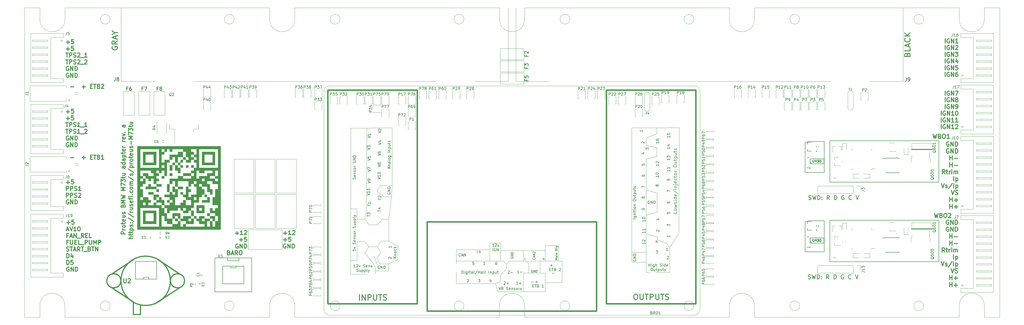
<source format=gto>
G75*
G70*
%OFA0B0*%
%FSLAX25Y25*%
%IPPOS*%
%LPD*%
%AMOC8*
5,1,8,0,0,1.08239X$1,22.5*
%
%ADD10C,0.01969*%
%ADD22C,0.01181*%
%ADD31C,0.00669*%
%ADD47C,0.00800*%
%ADD51C,0.01500*%
%ADD52C,0.00472*%
%ADD54C,0.00500*%
%ADD73C,0.00591*%
%ADD76C,0.00550*%
%ADD77C,0.00984*%
%ADD78C,0.00600*%
%ADD83C,0.01000*%
%ADD87C,0.00197*%
%ADD92C,0.00394*%
%ADD94C,0.00787*%
%ADD95C,0.01200*%
X0000000Y0000000D02*
%LPD*%
G01*
D22*
X0298078Y0119086D02*
X0302578Y0119086D01*
X0300328Y0116836D02*
X0300328Y0121336D01*
X0308483Y0116836D02*
X0305109Y0116836D01*
X0306796Y0116836D02*
X0306796Y0122742D01*
X0306233Y0121898D01*
X0305671Y0121336D01*
X0305109Y0121055D01*
X0310733Y0122179D02*
X0311014Y0122461D01*
X0311576Y0122742D01*
X0312983Y0122742D01*
X0313545Y0122461D01*
X0313826Y0122179D01*
X0314107Y0121617D01*
X0314107Y0121055D01*
X0313826Y0120211D01*
X0310452Y0116836D01*
X0314107Y0116836D01*
X0303702Y0109578D02*
X0308202Y0109578D01*
X0305952Y0107328D02*
X0305952Y0111828D01*
X0313826Y0113234D02*
X0311014Y0113234D01*
X0310733Y0110422D01*
X0311014Y0110703D01*
X0311576Y0110984D01*
X0312983Y0110984D01*
X0313545Y0110703D01*
X0313826Y0110422D01*
X0314107Y0109859D01*
X0314107Y0108453D01*
X0313826Y0107891D01*
X0313545Y0107610D01*
X0312983Y0107328D01*
X0311576Y0107328D01*
X0311014Y0107610D01*
X0310733Y0107891D01*
X0301734Y0103445D02*
X0301172Y0103726D01*
X0300328Y0103726D01*
X0299484Y0103445D01*
X0298922Y0102882D01*
X0298641Y0102320D01*
X0298359Y0101195D01*
X0298359Y0100352D01*
X0298641Y0099227D01*
X0298922Y0098664D01*
X0299484Y0098102D01*
X0300328Y0097821D01*
X0300890Y0097821D01*
X0301734Y0098102D01*
X0302015Y0098383D01*
X0302015Y0100352D01*
X0300890Y0100352D01*
X0304546Y0097821D02*
X0304546Y0103726D01*
X0307921Y0097821D01*
X0307921Y0103726D01*
X0310733Y0097821D02*
X0310733Y0103726D01*
X0312139Y0103726D01*
X0312983Y0103445D01*
X0313545Y0102882D01*
X0313826Y0102320D01*
X0314107Y0101195D01*
X0314107Y0100352D01*
X0313826Y0099227D01*
X0313545Y0098664D01*
X0312983Y0098102D01*
X0312139Y0097821D01*
X0310733Y0097821D01*
X0366174Y0119086D02*
X0370673Y0119086D01*
X0368424Y0116836D02*
X0368424Y0121336D01*
X0376579Y0116836D02*
X0373204Y0116836D01*
X0374891Y0116836D02*
X0374891Y0122742D01*
X0374329Y0121898D01*
X0373767Y0121336D01*
X0373204Y0121055D01*
X0378828Y0122179D02*
X0379110Y0122461D01*
X0379672Y0122742D01*
X0381078Y0122742D01*
X0381641Y0122461D01*
X0381922Y0122179D01*
X0382203Y0121617D01*
X0382203Y0121055D01*
X0381922Y0120211D01*
X0378547Y0116836D01*
X0382203Y0116836D01*
X0366174Y0109578D02*
X0370673Y0109578D01*
X0368424Y0107328D02*
X0368424Y0111828D01*
X0376298Y0113234D02*
X0373485Y0113234D01*
X0373204Y0110422D01*
X0373485Y0110703D01*
X0374048Y0110984D01*
X0375454Y0110984D01*
X0376016Y0110703D01*
X0376298Y0110422D01*
X0376579Y0109859D01*
X0376579Y0108453D01*
X0376298Y0107891D01*
X0376016Y0107610D01*
X0375454Y0107328D01*
X0374048Y0107328D01*
X0373485Y0107610D01*
X0373204Y0107891D01*
X0369267Y0103445D02*
X0368705Y0103726D01*
X0367861Y0103726D01*
X0367017Y0103445D01*
X0366455Y0102882D01*
X0366174Y0102320D01*
X0365893Y0101195D01*
X0365893Y0100352D01*
X0366174Y0099227D01*
X0366455Y0098664D01*
X0367017Y0098102D01*
X0367861Y0097821D01*
X0368424Y0097821D01*
X0369267Y0098102D01*
X0369548Y0098383D01*
X0369548Y0100352D01*
X0368424Y0100352D01*
X0372079Y0097821D02*
X0372079Y0103726D01*
X0375454Y0097821D01*
X0375454Y0103726D01*
X0378266Y0097821D02*
X0378266Y0103726D01*
X0379672Y0103726D01*
X0380516Y0103445D01*
X0381078Y0102882D01*
X0381359Y0102320D01*
X0381641Y0101195D01*
X0381641Y0100352D01*
X0381359Y0099227D01*
X0381078Y0098664D01*
X0380516Y0098102D01*
X0379672Y0097821D01*
X0378266Y0097821D01*
D87*
X0671260Y0016142D02*
X0671260Y0000000D01*
X0021654Y0422047D02*
X0021654Y0438189D01*
X1356299Y0000000D02*
X1377953Y0000000D01*
X0346457Y0016142D02*
X0346457Y0000000D01*
X1095472Y0016142D02*
G75*
G03*
X1095472Y0016142I-006890J0000000D01*
G01*
X0021654Y0000000D02*
X0000000Y0000000D01*
X0346457Y0422047D02*
X0346457Y0438189D01*
X0770669Y0016142D02*
G75*
G03*
X0770669Y0016142I-006890J0000000D01*
G01*
X0671260Y0438189D02*
X0381890Y0438189D01*
X1320866Y0438189D02*
X1031496Y0438189D01*
X1031496Y0016142D02*
X1031496Y0000000D01*
X0381890Y0000000D02*
X0671260Y0000000D01*
X1320866Y0016142D02*
G75*
G02*
X1356299Y0016142I0017717J0000000D01*
G01*
X0996063Y0438189D02*
X0706693Y0438189D01*
X0621063Y0422047D02*
G75*
G03*
X0621063Y0422047I-006890J0000000D01*
G01*
X1356299Y0438189D02*
X1377953Y0438189D01*
X0121063Y0016142D02*
G75*
G03*
X0121063Y0016142I-006890J0000000D01*
G01*
X0706693Y0422047D02*
X0706693Y0438189D01*
X0381890Y0422047D02*
X0381890Y0438189D01*
X1377953Y0000000D02*
X1377953Y0438189D01*
X1356299Y0422047D02*
X1356299Y0438189D01*
X0021654Y0438189D02*
X0000000Y0438189D01*
X1320866Y0016142D02*
X1320866Y0000000D01*
X0996063Y0016142D02*
G75*
G02*
X1031496Y0016142I0017717J0000000D01*
G01*
X0296260Y0422047D02*
G75*
G03*
X0296260Y0422047I-006890J0000000D01*
G01*
X0057087Y0000000D02*
X0346457Y0000000D01*
X0021654Y0016142D02*
X0021654Y0000000D01*
X0445866Y0016142D02*
G75*
G03*
X0445866Y0016142I-006890J0000000D01*
G01*
X0996063Y0422047D02*
G75*
G03*
X1031496Y0422047I0017717J0000000D01*
G01*
X0671260Y0422047D02*
G75*
G03*
X0706693Y0422047I0017717J0000000D01*
G01*
X0057087Y0016142D02*
G75*
G03*
X0021654Y0016142I-017717J0000000D01*
G01*
X0945866Y0422047D02*
G75*
G03*
X0945866Y0422047I-006890J0000000D01*
G01*
X1031496Y0000000D02*
X1320866Y0000000D01*
X1320866Y0422047D02*
X1320866Y0438189D01*
X0671260Y0422047D02*
X0671260Y0438189D01*
X0381890Y0016142D02*
X0381890Y0000000D01*
X0346457Y0438189D02*
X0057087Y0438189D01*
X1031496Y0422047D02*
X1031496Y0438189D01*
X0000000Y0438189D02*
X0000000Y0000000D01*
X1270669Y0016142D02*
G75*
G03*
X1270669Y0016142I-006890J0000000D01*
G01*
X1356299Y0016142D02*
X1356299Y0000000D01*
X0706693Y0016142D02*
X0706693Y0000000D01*
X0381890Y0422047D02*
G75*
G02*
X0346457Y0422047I-017717J0000000D01*
G01*
X0121063Y0422047D02*
G75*
G03*
X0121063Y0422047I-006890J0000000D01*
G01*
X0445866Y0422047D02*
G75*
G03*
X0445866Y0422047I-006890J0000000D01*
G01*
X0996063Y0016142D02*
X0996063Y0000000D01*
X1270669Y0422047D02*
G75*
G03*
X1270669Y0422047I-006890J0000000D01*
G01*
X1320866Y0422047D02*
G75*
G03*
X1356299Y0422047I0017717J0000000D01*
G01*
X0057087Y0422047D02*
G75*
G02*
X0021654Y0422047I-017717J0000000D01*
G01*
X0770669Y0422047D02*
G75*
G03*
X0770669Y0422047I-006890J0000000D01*
G01*
X0706693Y0016142D02*
G75*
G03*
X0671260Y0016142I-017717J0000000D01*
G01*
X0996063Y0422047D02*
X0996063Y0438189D01*
X0057087Y0422047D02*
X0057087Y0438189D01*
X0296260Y0016142D02*
G75*
G03*
X0296260Y0016142I-006890J0000000D01*
G01*
X1095472Y0422047D02*
G75*
G03*
X1095472Y0422047I-006890J0000000D01*
G01*
X0706693Y0000000D02*
X0996063Y0000000D01*
X0621063Y0016142D02*
G75*
G03*
X0621063Y0016142I-006890J0000000D01*
G01*
X0381890Y0016142D02*
G75*
G03*
X0346457Y0016142I-017717J0000000D01*
G01*
X0057087Y0016142D02*
X0057087Y0000000D01*
X0945866Y0016142D02*
G75*
G03*
X0945866Y0016142I-006890J0000000D01*
G01*
D22*
X1300976Y0314405D02*
X1300976Y0320311D01*
X1306881Y0320030D02*
X1306319Y0320311D01*
X1305475Y0320311D01*
X1304632Y0320030D01*
X1304069Y0319467D01*
X1303788Y0318905D01*
X1303507Y0317780D01*
X1303507Y0316936D01*
X1303788Y0315811D01*
X1304069Y0315249D01*
X1304632Y0314686D01*
X1305475Y0314405D01*
X1306038Y0314405D01*
X1306881Y0314686D01*
X1307163Y0314968D01*
X1307163Y0316936D01*
X1306038Y0316936D01*
X1309693Y0314405D02*
X1309693Y0320311D01*
X1313068Y0314405D01*
X1313068Y0320311D01*
X1315318Y0320311D02*
X1319255Y0320311D01*
X1316724Y0314405D01*
X1300976Y0304897D02*
X1300976Y0310803D01*
X1306881Y0310522D02*
X1306319Y0310803D01*
X1305475Y0310803D01*
X1304632Y0310522D01*
X1304069Y0309959D01*
X1303788Y0309397D01*
X1303507Y0308272D01*
X1303507Y0307428D01*
X1303788Y0306303D01*
X1304069Y0305741D01*
X1304632Y0305179D01*
X1305475Y0304897D01*
X1306038Y0304897D01*
X1306881Y0305179D01*
X1307163Y0305460D01*
X1307163Y0307428D01*
X1306038Y0307428D01*
X1309693Y0304897D02*
X1309693Y0310803D01*
X1313068Y0304897D01*
X1313068Y0310803D01*
X1316724Y0308272D02*
X1316161Y0308553D01*
X1315880Y0308834D01*
X1315599Y0309397D01*
X1315599Y0309678D01*
X1315880Y0310240D01*
X1316161Y0310522D01*
X1316724Y0310803D01*
X1317849Y0310803D01*
X1318411Y0310522D01*
X1318692Y0310240D01*
X1318974Y0309678D01*
X1318974Y0309397D01*
X1318692Y0308834D01*
X1318411Y0308553D01*
X1317849Y0308272D01*
X1316724Y0308272D01*
X1316161Y0307991D01*
X1315880Y0307710D01*
X1315599Y0307147D01*
X1315599Y0306022D01*
X1315880Y0305460D01*
X1316161Y0305179D01*
X1316724Y0304897D01*
X1317849Y0304897D01*
X1318411Y0305179D01*
X1318692Y0305460D01*
X1318974Y0306022D01*
X1318974Y0307147D01*
X1318692Y0307710D01*
X1318411Y0307991D01*
X1317849Y0308272D01*
X1300976Y0295389D02*
X1300976Y0301295D01*
X1306881Y0301014D02*
X1306319Y0301295D01*
X1305475Y0301295D01*
X1304632Y0301014D01*
X1304069Y0300451D01*
X1303788Y0299889D01*
X1303507Y0298764D01*
X1303507Y0297920D01*
X1303788Y0296796D01*
X1304069Y0296233D01*
X1304632Y0295671D01*
X1305475Y0295389D01*
X1306038Y0295389D01*
X1306881Y0295671D01*
X1307163Y0295952D01*
X1307163Y0297920D01*
X1306038Y0297920D01*
X1309693Y0295389D02*
X1309693Y0301295D01*
X1313068Y0295389D01*
X1313068Y0301295D01*
X1316161Y0295389D02*
X1317286Y0295389D01*
X1317849Y0295671D01*
X1318130Y0295952D01*
X1318692Y0296796D01*
X1318974Y0297920D01*
X1318974Y0300170D01*
X1318692Y0300733D01*
X1318411Y0301014D01*
X1317849Y0301295D01*
X1316724Y0301295D01*
X1316161Y0301014D01*
X1315880Y0300733D01*
X1315599Y0300170D01*
X1315599Y0298764D01*
X1315880Y0298202D01*
X1316161Y0297920D01*
X1316724Y0297639D01*
X1317849Y0297639D01*
X1318411Y0297920D01*
X1318692Y0298202D01*
X1318974Y0298764D01*
X1295352Y0285882D02*
X1295352Y0291787D01*
X1301257Y0291506D02*
X1300695Y0291787D01*
X1299851Y0291787D01*
X1299007Y0291506D01*
X1298445Y0290943D01*
X1298164Y0290381D01*
X1297882Y0289256D01*
X1297882Y0288413D01*
X1298164Y0287288D01*
X1298445Y0286725D01*
X1299007Y0286163D01*
X1299851Y0285882D01*
X1300413Y0285882D01*
X1301257Y0286163D01*
X1301538Y0286444D01*
X1301538Y0288413D01*
X1300413Y0288413D01*
X1304069Y0285882D02*
X1304069Y0291787D01*
X1307444Y0285882D01*
X1307444Y0291787D01*
X1313349Y0285882D02*
X1309975Y0285882D01*
X1311662Y0285882D02*
X1311662Y0291787D01*
X1311100Y0290943D01*
X1310537Y0290381D01*
X1309975Y0290100D01*
X1317005Y0291787D02*
X1317567Y0291787D01*
X1318130Y0291506D01*
X1318411Y0291225D01*
X1318692Y0290662D01*
X1318974Y0289537D01*
X1318974Y0288131D01*
X1318692Y0287006D01*
X1318411Y0286444D01*
X1318130Y0286163D01*
X1317567Y0285882D01*
X1317005Y0285882D01*
X1316443Y0286163D01*
X1316161Y0286444D01*
X1315880Y0287006D01*
X1315599Y0288131D01*
X1315599Y0289537D01*
X1315880Y0290662D01*
X1316161Y0291225D01*
X1316443Y0291506D01*
X1317005Y0291787D01*
X1295352Y0276374D02*
X1295352Y0282279D01*
X1301257Y0281998D02*
X1300695Y0282279D01*
X1299851Y0282279D01*
X1299007Y0281998D01*
X1298445Y0281436D01*
X1298164Y0280873D01*
X1297882Y0279748D01*
X1297882Y0278905D01*
X1298164Y0277780D01*
X1298445Y0277217D01*
X1299007Y0276655D01*
X1299851Y0276374D01*
X1300413Y0276374D01*
X1301257Y0276655D01*
X1301538Y0276936D01*
X1301538Y0278905D01*
X1300413Y0278905D01*
X1304069Y0276374D02*
X1304069Y0282279D01*
X1307444Y0276374D01*
X1307444Y0282279D01*
X1313349Y0276374D02*
X1309975Y0276374D01*
X1311662Y0276374D02*
X1311662Y0282279D01*
X1311100Y0281436D01*
X1310537Y0280873D01*
X1309975Y0280592D01*
X1318974Y0276374D02*
X1315599Y0276374D01*
X1317286Y0276374D02*
X1317286Y0282279D01*
X1316724Y0281436D01*
X1316161Y0280873D01*
X1315599Y0280592D01*
X1295352Y0266866D02*
X1295352Y0272771D01*
X1301257Y0272490D02*
X1300695Y0272771D01*
X1299851Y0272771D01*
X1299007Y0272490D01*
X1298445Y0271928D01*
X1298164Y0271365D01*
X1297882Y0270240D01*
X1297882Y0269397D01*
X1298164Y0268272D01*
X1298445Y0267710D01*
X1299007Y0267147D01*
X1299851Y0266866D01*
X1300413Y0266866D01*
X1301257Y0267147D01*
X1301538Y0267428D01*
X1301538Y0269397D01*
X1300413Y0269397D01*
X1304069Y0266866D02*
X1304069Y0272771D01*
X1307444Y0266866D01*
X1307444Y0272771D01*
X1313349Y0266866D02*
X1309975Y0266866D01*
X1311662Y0266866D02*
X1311662Y0272771D01*
X1311100Y0271928D01*
X1310537Y0271365D01*
X1309975Y0271084D01*
X1315599Y0272209D02*
X1315880Y0272490D01*
X1316443Y0272771D01*
X1317849Y0272771D01*
X1318411Y0272490D01*
X1318692Y0272209D01*
X1318974Y0271647D01*
X1318974Y0271084D01*
X1318692Y0270240D01*
X1315318Y0266866D01*
X1318974Y0266866D01*
X1247469Y0371954D02*
X1247844Y0373078D01*
X1248219Y0373453D01*
X1248969Y0373828D01*
X1250094Y0373828D01*
X1250844Y0373453D01*
X1251219Y0373078D01*
X1251594Y0372328D01*
X1251594Y0369329D01*
X1243720Y0369329D01*
X1243720Y0371954D01*
X1244094Y0372703D01*
X1244469Y0373078D01*
X1245219Y0373453D01*
X1245969Y0373453D01*
X1246719Y0373078D01*
X1247094Y0372703D01*
X1247469Y0371954D01*
X1247469Y0369329D01*
X1251594Y0380952D02*
X1251594Y0377203D01*
X1243720Y0377203D01*
X1249344Y0383202D02*
X1249344Y0386952D01*
X1251594Y0382452D02*
X1243720Y0385077D01*
X1251594Y0387702D01*
X1250844Y0394826D02*
X1251219Y0394451D01*
X1251594Y0393326D01*
X1251594Y0392576D01*
X1251219Y0391451D01*
X1250469Y0390701D01*
X1249719Y0390326D01*
X1248219Y0389951D01*
X1247094Y0389951D01*
X1245594Y0390326D01*
X1244844Y0390701D01*
X1244094Y0391451D01*
X1243720Y0392576D01*
X1243720Y0393326D01*
X1244094Y0394451D01*
X1244469Y0394826D01*
X1251594Y0398200D02*
X1243720Y0398200D01*
X1251594Y0402700D02*
X1247094Y0399325D01*
X1243720Y0402700D02*
X1248219Y0398200D01*
X0059260Y0291064D02*
X0063760Y0291064D01*
X0061510Y0288815D02*
X0061510Y0293314D01*
X0069384Y0294720D02*
X0066572Y0294720D01*
X0066291Y0291908D01*
X0066572Y0292189D01*
X0067134Y0292470D01*
X0068540Y0292470D01*
X0069103Y0292189D01*
X0069384Y0291908D01*
X0069665Y0291346D01*
X0069665Y0289940D01*
X0069384Y0289377D01*
X0069103Y0289096D01*
X0068540Y0288815D01*
X0067134Y0288815D01*
X0066572Y0289096D01*
X0066291Y0289377D01*
X0059260Y0281557D02*
X0063760Y0281557D01*
X0061510Y0279307D02*
X0061510Y0283806D01*
X0069384Y0285212D02*
X0066572Y0285212D01*
X0066291Y0282400D01*
X0066572Y0282681D01*
X0067134Y0282963D01*
X0068540Y0282963D01*
X0069103Y0282681D01*
X0069384Y0282400D01*
X0069665Y0281838D01*
X0069665Y0280432D01*
X0069384Y0279869D01*
X0069103Y0279588D01*
X0068540Y0279307D01*
X0067134Y0279307D01*
X0066572Y0279588D01*
X0066291Y0279869D01*
X0058417Y0275704D02*
X0061791Y0275704D01*
X0060104Y0269799D02*
X0060104Y0275704D01*
X0063760Y0269799D02*
X0063760Y0275704D01*
X0066010Y0275704D01*
X0066572Y0275423D01*
X0066853Y0275142D01*
X0067134Y0274580D01*
X0067134Y0273736D01*
X0066853Y0273174D01*
X0066572Y0272892D01*
X0066010Y0272611D01*
X0063760Y0272611D01*
X0069384Y0270080D02*
X0070228Y0269799D01*
X0071634Y0269799D01*
X0072196Y0270080D01*
X0072478Y0270361D01*
X0072759Y0270924D01*
X0072759Y0271486D01*
X0072478Y0272049D01*
X0072196Y0272330D01*
X0071634Y0272611D01*
X0070509Y0272892D01*
X0069947Y0273174D01*
X0069665Y0273455D01*
X0069384Y0274017D01*
X0069384Y0274580D01*
X0069665Y0275142D01*
X0069947Y0275423D01*
X0070509Y0275704D01*
X0071915Y0275704D01*
X0072759Y0275423D01*
X0078383Y0269799D02*
X0075008Y0269799D01*
X0076696Y0269799D02*
X0076696Y0275704D01*
X0076133Y0274861D01*
X0075571Y0274298D01*
X0075008Y0274017D01*
X0079508Y0269237D02*
X0084007Y0269237D01*
X0088507Y0269799D02*
X0085132Y0269799D01*
X0086819Y0269799D02*
X0086819Y0275704D01*
X0086257Y0274861D01*
X0085695Y0274298D01*
X0085132Y0274017D01*
X0058417Y0266197D02*
X0061791Y0266197D01*
X0060104Y0260291D02*
X0060104Y0266197D01*
X0063760Y0260291D02*
X0063760Y0266197D01*
X0066010Y0266197D01*
X0066572Y0265915D01*
X0066853Y0265634D01*
X0067134Y0265072D01*
X0067134Y0264228D01*
X0066853Y0263666D01*
X0066572Y0263384D01*
X0066010Y0263103D01*
X0063760Y0263103D01*
X0069384Y0260572D02*
X0070228Y0260291D01*
X0071634Y0260291D01*
X0072196Y0260572D01*
X0072478Y0260853D01*
X0072759Y0261416D01*
X0072759Y0261978D01*
X0072478Y0262541D01*
X0072196Y0262822D01*
X0071634Y0263103D01*
X0070509Y0263384D01*
X0069947Y0263666D01*
X0069665Y0263947D01*
X0069384Y0264509D01*
X0069384Y0265072D01*
X0069665Y0265634D01*
X0069947Y0265915D01*
X0070509Y0266197D01*
X0071915Y0266197D01*
X0072759Y0265915D01*
X0078383Y0260291D02*
X0075008Y0260291D01*
X0076696Y0260291D02*
X0076696Y0266197D01*
X0076133Y0265353D01*
X0075571Y0264790D01*
X0075008Y0264509D01*
X0079508Y0259729D02*
X0084007Y0259729D01*
X0085132Y0265634D02*
X0085413Y0265915D01*
X0085976Y0266197D01*
X0087382Y0266197D01*
X0087944Y0265915D01*
X0088226Y0265634D01*
X0088507Y0265072D01*
X0088507Y0264509D01*
X0088226Y0263666D01*
X0084851Y0260291D01*
X0088507Y0260291D01*
X0062354Y0256407D02*
X0061791Y0256689D01*
X0060948Y0256689D01*
X0060104Y0256407D01*
X0059542Y0255845D01*
X0059260Y0255283D01*
X0058979Y0254158D01*
X0058979Y0253314D01*
X0059260Y0252189D01*
X0059542Y0251627D01*
X0060104Y0251064D01*
X0060948Y0250783D01*
X0061510Y0250783D01*
X0062354Y0251064D01*
X0062635Y0251346D01*
X0062635Y0253314D01*
X0061510Y0253314D01*
X0065166Y0250783D02*
X0065166Y0256689D01*
X0068540Y0250783D01*
X0068540Y0256689D01*
X0071353Y0250783D02*
X0071353Y0256689D01*
X0072759Y0256689D01*
X0073602Y0256407D01*
X0074165Y0255845D01*
X0074446Y0255283D01*
X0074727Y0254158D01*
X0074727Y0253314D01*
X0074446Y0252189D01*
X0074165Y0251627D01*
X0073602Y0251064D01*
X0072759Y0250783D01*
X0071353Y0250783D01*
X0062354Y0246900D02*
X0061791Y0247181D01*
X0060948Y0247181D01*
X0060104Y0246900D01*
X0059542Y0246337D01*
X0059260Y0245775D01*
X0058979Y0244650D01*
X0058979Y0243806D01*
X0059260Y0242681D01*
X0059542Y0242119D01*
X0060104Y0241557D01*
X0060948Y0241275D01*
X0061510Y0241275D01*
X0062354Y0241557D01*
X0062635Y0241838D01*
X0062635Y0243806D01*
X0061510Y0243806D01*
X0065166Y0241275D02*
X0065166Y0247181D01*
X0068540Y0241275D01*
X0068540Y0247181D01*
X0071353Y0241275D02*
X0071353Y0247181D01*
X0072759Y0247181D01*
X0073602Y0246900D01*
X0074165Y0246337D01*
X0074446Y0245775D01*
X0074727Y0244650D01*
X0074727Y0243806D01*
X0074446Y0242681D01*
X0074165Y0242119D01*
X0073602Y0241557D01*
X0072759Y0241275D01*
X0071353Y0241275D01*
D77*
X1107347Y0054696D02*
X1108190Y0054415D01*
X1109596Y0054415D01*
X1110159Y0054696D01*
X1110440Y0054978D01*
X1110721Y0055540D01*
X1110721Y0056102D01*
X1110440Y0056665D01*
X1110159Y0056946D01*
X1109596Y0057227D01*
X1108472Y0057508D01*
X1107909Y0057790D01*
X1107628Y0058071D01*
X1107347Y0058633D01*
X1107347Y0059196D01*
X1107628Y0059758D01*
X1107909Y0060039D01*
X1108472Y0060321D01*
X1109878Y0060321D01*
X1110721Y0060039D01*
X1112690Y0060321D02*
X1114096Y0054415D01*
X1115221Y0058633D01*
X1116346Y0054415D01*
X1117752Y0060321D01*
X1120001Y0054415D02*
X1120001Y0060321D01*
X1121407Y0060321D01*
X1122251Y0060039D01*
X1122814Y0059477D01*
X1123095Y0058915D01*
X1123376Y0057790D01*
X1123376Y0056946D01*
X1123095Y0055821D01*
X1122814Y0055259D01*
X1122251Y0054696D01*
X1121407Y0054415D01*
X1120001Y0054415D01*
X1125907Y0054978D02*
X1126188Y0054696D01*
X1125907Y0054415D01*
X1125626Y0054696D01*
X1125907Y0054978D01*
X1125907Y0054415D01*
X1125907Y0058071D02*
X1126188Y0057790D01*
X1125907Y0057508D01*
X1125626Y0057790D01*
X1125907Y0058071D01*
X1125907Y0057508D01*
X1136593Y0054415D02*
X1134625Y0057227D01*
X1133219Y0054415D02*
X1133219Y0060321D01*
X1135468Y0060321D01*
X1136031Y0060039D01*
X1136312Y0059758D01*
X1136593Y0059196D01*
X1136593Y0058352D01*
X1136312Y0057790D01*
X1136031Y0057508D01*
X1135468Y0057227D01*
X1133219Y0057227D01*
X1143623Y0054415D02*
X1143623Y0060321D01*
X1145030Y0060321D01*
X1145873Y0060039D01*
X1146436Y0059477D01*
X1146717Y0058915D01*
X1146998Y0057790D01*
X1146998Y0056946D01*
X1146717Y0055821D01*
X1146436Y0055259D01*
X1145873Y0054696D01*
X1145030Y0054415D01*
X1143623Y0054415D01*
X1157122Y0060039D02*
X1156559Y0060321D01*
X1155716Y0060321D01*
X1154872Y0060039D01*
X1154310Y0059477D01*
X1154028Y0058915D01*
X1153747Y0057790D01*
X1153747Y0056946D01*
X1154028Y0055821D01*
X1154310Y0055259D01*
X1154872Y0054696D01*
X1155716Y0054415D01*
X1156278Y0054415D01*
X1157122Y0054696D01*
X1157403Y0054978D01*
X1157403Y0056946D01*
X1156278Y0056946D01*
X1167808Y0054978D02*
X1167527Y0054696D01*
X1166683Y0054415D01*
X1166121Y0054415D01*
X1165277Y0054696D01*
X1164715Y0055259D01*
X1164433Y0055821D01*
X1164152Y0056946D01*
X1164152Y0057790D01*
X1164433Y0058915D01*
X1164715Y0059477D01*
X1165277Y0060039D01*
X1166121Y0060321D01*
X1166683Y0060321D01*
X1167527Y0060039D01*
X1167808Y0059758D01*
X1173995Y0060321D02*
X1175963Y0054415D01*
X1177932Y0060321D01*
X1108134Y0166901D02*
X1108978Y0166620D01*
X1110384Y0166620D01*
X1110946Y0166901D01*
X1111228Y0167182D01*
X1111509Y0167745D01*
X1111509Y0168307D01*
X1111228Y0168870D01*
X1110946Y0169151D01*
X1110384Y0169432D01*
X1109259Y0169713D01*
X1108697Y0169994D01*
X1108415Y0170276D01*
X1108134Y0170838D01*
X1108134Y0171400D01*
X1108415Y0171963D01*
X1108697Y0172244D01*
X1109259Y0172525D01*
X1110665Y0172525D01*
X1111509Y0172244D01*
X1113477Y0172525D02*
X1114883Y0166620D01*
X1116008Y0170838D01*
X1117133Y0166620D01*
X1118539Y0172525D01*
X1120789Y0166620D02*
X1120789Y0172525D01*
X1122195Y0172525D01*
X1123039Y0172244D01*
X1123601Y0171682D01*
X1123882Y0171119D01*
X1124163Y0169994D01*
X1124163Y0169151D01*
X1123882Y0168026D01*
X1123601Y0167463D01*
X1123039Y0166901D01*
X1122195Y0166620D01*
X1120789Y0166620D01*
X1126694Y0167182D02*
X1126976Y0166901D01*
X1126694Y0166620D01*
X1126413Y0166901D01*
X1126694Y0167182D01*
X1126694Y0166620D01*
X1126694Y0170276D02*
X1126976Y0169994D01*
X1126694Y0169713D01*
X1126413Y0169994D01*
X1126694Y0170276D01*
X1126694Y0169713D01*
X1137380Y0166620D02*
X1135412Y0169432D01*
X1134006Y0166620D02*
X1134006Y0172525D01*
X1136256Y0172525D01*
X1136818Y0172244D01*
X1137099Y0171963D01*
X1137380Y0171400D01*
X1137380Y0170557D01*
X1137099Y0169994D01*
X1136818Y0169713D01*
X1136256Y0169432D01*
X1134006Y0169432D01*
X1144411Y0166620D02*
X1144411Y0172525D01*
X1145817Y0172525D01*
X1146661Y0172244D01*
X1147223Y0171682D01*
X1147504Y0171119D01*
X1147785Y0169994D01*
X1147785Y0169151D01*
X1147504Y0168026D01*
X1147223Y0167463D01*
X1146661Y0166901D01*
X1145817Y0166620D01*
X1144411Y0166620D01*
X1157909Y0172244D02*
X1157347Y0172525D01*
X1156503Y0172525D01*
X1155659Y0172244D01*
X1155097Y0171682D01*
X1154816Y0171119D01*
X1154535Y0169994D01*
X1154535Y0169151D01*
X1154816Y0168026D01*
X1155097Y0167463D01*
X1155659Y0166901D01*
X1156503Y0166620D01*
X1157066Y0166620D01*
X1157909Y0166901D01*
X1158190Y0167182D01*
X1158190Y0169151D01*
X1157066Y0169151D01*
X1168595Y0167182D02*
X1168314Y0166901D01*
X1167470Y0166620D01*
X1166908Y0166620D01*
X1166064Y0166901D01*
X1165502Y0167463D01*
X1165221Y0168026D01*
X1164940Y0169151D01*
X1164940Y0169994D01*
X1165221Y0171119D01*
X1165502Y0171682D01*
X1166064Y0172244D01*
X1166908Y0172525D01*
X1167470Y0172525D01*
X1168314Y0172244D01*
X1168595Y0171963D01*
X1174782Y0172525D02*
X1176751Y0166620D01*
X1178719Y0172525D01*
D22*
X0142435Y0117829D02*
X0136530Y0117829D01*
X0136530Y0120079D01*
X0136811Y0120641D01*
X0137092Y0120922D01*
X0137655Y0121204D01*
X0138498Y0121204D01*
X0139061Y0120922D01*
X0139342Y0120641D01*
X0139623Y0120079D01*
X0139623Y0117829D01*
X0142435Y0123735D02*
X0138498Y0123735D01*
X0139623Y0123735D02*
X0139061Y0124016D01*
X0138780Y0124297D01*
X0138498Y0124859D01*
X0138498Y0125422D01*
X0142435Y0128234D02*
X0142154Y0127672D01*
X0141873Y0127390D01*
X0141310Y0127109D01*
X0139623Y0127109D01*
X0139061Y0127390D01*
X0138780Y0127672D01*
X0138498Y0128234D01*
X0138498Y0129078D01*
X0138780Y0129640D01*
X0139061Y0129921D01*
X0139623Y0130202D01*
X0141310Y0130202D01*
X0141873Y0129921D01*
X0142154Y0129640D01*
X0142435Y0129078D01*
X0142435Y0128234D01*
X0138498Y0131890D02*
X0138498Y0134139D01*
X0136530Y0132733D02*
X0141592Y0132733D01*
X0142154Y0133015D01*
X0142435Y0133577D01*
X0142435Y0134139D01*
X0142154Y0138358D02*
X0142435Y0137795D01*
X0142435Y0136670D01*
X0142154Y0136108D01*
X0141592Y0135827D01*
X0139342Y0135827D01*
X0138780Y0136108D01*
X0138498Y0136670D01*
X0138498Y0137795D01*
X0138780Y0138358D01*
X0139342Y0138639D01*
X0139904Y0138639D01*
X0140467Y0135827D01*
X0138498Y0143701D02*
X0142435Y0143701D01*
X0138498Y0141170D02*
X0141592Y0141170D01*
X0142154Y0141451D01*
X0142435Y0142014D01*
X0142435Y0142857D01*
X0142154Y0143420D01*
X0141873Y0143701D01*
X0142154Y0146232D02*
X0142435Y0146794D01*
X0142435Y0147919D01*
X0142154Y0148481D01*
X0141592Y0148763D01*
X0141310Y0148763D01*
X0140748Y0148481D01*
X0140467Y0147919D01*
X0140467Y0147075D01*
X0140186Y0146513D01*
X0139623Y0146232D01*
X0139342Y0146232D01*
X0138780Y0146513D01*
X0138498Y0147075D01*
X0138498Y0147919D01*
X0138780Y0148481D01*
X0139342Y0157762D02*
X0139623Y0158605D01*
X0139904Y0158886D01*
X0140467Y0159168D01*
X0141310Y0159168D01*
X0141873Y0158886D01*
X0142154Y0158605D01*
X0142435Y0158043D01*
X0142435Y0155793D01*
X0136530Y0155793D01*
X0136530Y0157762D01*
X0136811Y0158324D01*
X0137092Y0158605D01*
X0137655Y0158886D01*
X0138217Y0158886D01*
X0138780Y0158605D01*
X0139061Y0158324D01*
X0139342Y0157762D01*
X0139342Y0155793D01*
X0142435Y0161699D02*
X0136530Y0161699D01*
X0140748Y0163667D01*
X0136530Y0165636D01*
X0142435Y0165636D01*
X0136530Y0167885D02*
X0142435Y0169291D01*
X0138217Y0170416D01*
X0142435Y0171541D01*
X0136530Y0172947D01*
X0142435Y0179696D02*
X0136530Y0179696D01*
X0140748Y0181665D01*
X0136530Y0183633D01*
X0142435Y0183633D01*
X0136530Y0185883D02*
X0136530Y0189820D01*
X0142435Y0187289D01*
X0136530Y0191507D02*
X0136530Y0195163D01*
X0138780Y0193195D01*
X0138780Y0194038D01*
X0139061Y0194601D01*
X0139342Y0194882D01*
X0139904Y0195163D01*
X0141310Y0195163D01*
X0141873Y0194882D01*
X0142154Y0194601D01*
X0142435Y0194038D01*
X0142435Y0192351D01*
X0142154Y0191789D01*
X0141873Y0191507D01*
X0138498Y0196850D02*
X0138498Y0199100D01*
X0136530Y0197694D02*
X0141592Y0197694D01*
X0142154Y0197975D01*
X0142435Y0198538D01*
X0142435Y0199100D01*
X0138498Y0203600D02*
X0142435Y0203600D01*
X0138498Y0201069D02*
X0141592Y0201069D01*
X0142154Y0201350D01*
X0142435Y0201912D01*
X0142435Y0202756D01*
X0142154Y0203318D01*
X0141873Y0203600D01*
X0142435Y0213442D02*
X0139342Y0213442D01*
X0138780Y0213161D01*
X0138498Y0212598D01*
X0138498Y0211474D01*
X0138780Y0210911D01*
X0142154Y0213442D02*
X0142435Y0212880D01*
X0142435Y0211474D01*
X0142154Y0210911D01*
X0141592Y0210630D01*
X0141029Y0210630D01*
X0140467Y0210911D01*
X0140186Y0211474D01*
X0140186Y0212880D01*
X0139904Y0213442D01*
X0142435Y0218785D02*
X0136530Y0218785D01*
X0142154Y0218785D02*
X0142435Y0218223D01*
X0142435Y0217098D01*
X0142154Y0216535D01*
X0141873Y0216254D01*
X0141310Y0215973D01*
X0139623Y0215973D01*
X0139061Y0216254D01*
X0138780Y0216535D01*
X0138498Y0217098D01*
X0138498Y0218223D01*
X0138780Y0218785D01*
X0142435Y0224128D02*
X0139342Y0224128D01*
X0138780Y0223847D01*
X0138498Y0223285D01*
X0138498Y0222160D01*
X0138780Y0221597D01*
X0142154Y0224128D02*
X0142435Y0223566D01*
X0142435Y0222160D01*
X0142154Y0221597D01*
X0141592Y0221316D01*
X0141029Y0221316D01*
X0140467Y0221597D01*
X0140186Y0222160D01*
X0140186Y0223566D01*
X0139904Y0224128D01*
X0138498Y0226940D02*
X0144404Y0226940D01*
X0138780Y0226940D02*
X0138498Y0227503D01*
X0138498Y0228628D01*
X0138780Y0229190D01*
X0139061Y0229471D01*
X0139623Y0229753D01*
X0141310Y0229753D01*
X0141873Y0229471D01*
X0142154Y0229190D01*
X0142435Y0228628D01*
X0142435Y0227503D01*
X0142154Y0226940D01*
X0138498Y0231440D02*
X0138498Y0233690D01*
X0136530Y0232283D02*
X0141592Y0232283D01*
X0142154Y0232565D01*
X0142435Y0233127D01*
X0142435Y0233690D01*
X0142154Y0237908D02*
X0142435Y0237345D01*
X0142435Y0236220D01*
X0142154Y0235658D01*
X0141592Y0235377D01*
X0139342Y0235377D01*
X0138780Y0235658D01*
X0138498Y0236220D01*
X0138498Y0237345D01*
X0138780Y0237908D01*
X0139342Y0238189D01*
X0139904Y0238189D01*
X0140467Y0235377D01*
X0142435Y0240720D02*
X0138498Y0240720D01*
X0139623Y0240720D02*
X0139061Y0241001D01*
X0138780Y0241282D01*
X0138498Y0241845D01*
X0138498Y0242407D01*
X0142435Y0248875D02*
X0138498Y0248875D01*
X0139623Y0248875D02*
X0139061Y0249156D01*
X0138780Y0249438D01*
X0138498Y0250000D01*
X0138498Y0250562D01*
X0142154Y0254781D02*
X0142435Y0254218D01*
X0142435Y0253093D01*
X0142154Y0252531D01*
X0141592Y0252250D01*
X0139342Y0252250D01*
X0138780Y0252531D01*
X0138498Y0253093D01*
X0138498Y0254218D01*
X0138780Y0254781D01*
X0139342Y0255062D01*
X0139904Y0255062D01*
X0140467Y0252250D01*
X0138498Y0257030D02*
X0142435Y0258436D01*
X0138498Y0259843D01*
X0141873Y0262092D02*
X0142154Y0262373D01*
X0142435Y0262092D01*
X0142154Y0261811D01*
X0141873Y0262092D01*
X0142435Y0262092D01*
X0142435Y0271935D02*
X0139342Y0271935D01*
X0138780Y0271654D01*
X0138498Y0271091D01*
X0138498Y0269966D01*
X0138780Y0269404D01*
X0142154Y0271935D02*
X0142435Y0271372D01*
X0142435Y0269966D01*
X0142154Y0269404D01*
X0141592Y0269123D01*
X0141029Y0269123D01*
X0140467Y0269404D01*
X0140186Y0269966D01*
X0140186Y0271372D01*
X0139904Y0271935D01*
X0065166Y0326350D02*
X0069665Y0326350D01*
X0081476Y0326350D02*
X0085976Y0326350D01*
X0083726Y0324100D02*
X0083726Y0328600D01*
X0093287Y0327193D02*
X0095256Y0327193D01*
X0096100Y0324100D02*
X0093287Y0324100D01*
X0093287Y0330006D01*
X0096100Y0330006D01*
X0097787Y0330006D02*
X0101161Y0330006D01*
X0099474Y0324100D02*
X0099474Y0330006D01*
X0105098Y0327193D02*
X0105942Y0326912D01*
X0106223Y0326631D01*
X0106504Y0326069D01*
X0106504Y0325225D01*
X0106223Y0324663D01*
X0105942Y0324381D01*
X0105380Y0324100D01*
X0103130Y0324100D01*
X0103130Y0330006D01*
X0105098Y0330006D01*
X0105661Y0329724D01*
X0105942Y0329443D01*
X0106223Y0328881D01*
X0106223Y0328318D01*
X0105942Y0327756D01*
X0105661Y0327475D01*
X0105098Y0327193D01*
X0103130Y0327193D01*
X0108754Y0329443D02*
X0109035Y0329724D01*
X0109598Y0330006D01*
X0111004Y0330006D01*
X0111566Y0329724D01*
X0111848Y0329443D01*
X0112129Y0328881D01*
X0112129Y0328318D01*
X0111848Y0327475D01*
X0108473Y0324100D01*
X0112129Y0324100D01*
X0153065Y0111305D02*
X0147160Y0111305D01*
X0153065Y0113836D02*
X0149972Y0113836D01*
X0149409Y0113555D01*
X0149128Y0112992D01*
X0149128Y0112148D01*
X0149409Y0111586D01*
X0149691Y0111305D01*
X0149128Y0115804D02*
X0149128Y0118054D01*
X0147160Y0116648D02*
X0152222Y0116648D01*
X0152784Y0116929D01*
X0153065Y0117492D01*
X0153065Y0118054D01*
X0149128Y0119179D02*
X0149128Y0121429D01*
X0147160Y0120023D02*
X0152222Y0120023D01*
X0152784Y0120304D01*
X0153065Y0120866D01*
X0153065Y0121429D01*
X0149128Y0123397D02*
X0155034Y0123397D01*
X0149409Y0123397D02*
X0149128Y0123960D01*
X0149128Y0125084D01*
X0149409Y0125647D01*
X0149691Y0125928D01*
X0150253Y0126209D01*
X0151940Y0126209D01*
X0152503Y0125928D01*
X0152784Y0125647D01*
X0153065Y0125084D01*
X0153065Y0123960D01*
X0152784Y0123397D01*
X0152784Y0128459D02*
X0153065Y0129021D01*
X0153065Y0130146D01*
X0152784Y0130709D01*
X0152222Y0130990D01*
X0151940Y0130990D01*
X0151378Y0130709D01*
X0151097Y0130146D01*
X0151097Y0129303D01*
X0150816Y0128740D01*
X0150253Y0128459D01*
X0149972Y0128459D01*
X0149409Y0128740D01*
X0149128Y0129303D01*
X0149128Y0130146D01*
X0149409Y0130709D01*
X0152503Y0133521D02*
X0152784Y0133802D01*
X0153065Y0133521D01*
X0152784Y0133240D01*
X0152503Y0133521D01*
X0153065Y0133521D01*
X0149409Y0133521D02*
X0149691Y0133802D01*
X0149972Y0133521D01*
X0149691Y0133240D01*
X0149409Y0133521D01*
X0149972Y0133521D01*
X0146879Y0140551D02*
X0154471Y0135489D01*
X0146879Y0146738D02*
X0154471Y0141676D01*
X0153065Y0148706D02*
X0149128Y0148706D01*
X0150253Y0148706D02*
X0149691Y0148988D01*
X0149409Y0149269D01*
X0149128Y0149831D01*
X0149128Y0150394D01*
X0149128Y0154893D02*
X0153065Y0154893D01*
X0149128Y0152362D02*
X0152222Y0152362D01*
X0152784Y0152643D01*
X0153065Y0153206D01*
X0153065Y0154049D01*
X0152784Y0154612D01*
X0152503Y0154893D01*
X0152784Y0157424D02*
X0153065Y0157987D01*
X0153065Y0159111D01*
X0152784Y0159674D01*
X0152222Y0159955D01*
X0151940Y0159955D01*
X0151378Y0159674D01*
X0151097Y0159111D01*
X0151097Y0158268D01*
X0150816Y0157705D01*
X0150253Y0157424D01*
X0149972Y0157424D01*
X0149409Y0157705D01*
X0149128Y0158268D01*
X0149128Y0159111D01*
X0149409Y0159674D01*
X0152784Y0164736D02*
X0153065Y0164173D01*
X0153065Y0163048D01*
X0152784Y0162486D01*
X0152222Y0162205D01*
X0149972Y0162205D01*
X0149409Y0162486D01*
X0149128Y0163048D01*
X0149128Y0164173D01*
X0149409Y0164736D01*
X0149972Y0165017D01*
X0150534Y0165017D01*
X0151097Y0162205D01*
X0149128Y0166704D02*
X0149128Y0168954D01*
X0153065Y0167548D02*
X0148003Y0167548D01*
X0147441Y0167829D01*
X0147160Y0168391D01*
X0147160Y0168954D01*
X0153065Y0170922D02*
X0149128Y0170922D01*
X0147160Y0170922D02*
X0147441Y0170641D01*
X0147722Y0170922D01*
X0147441Y0171204D01*
X0147160Y0170922D01*
X0147722Y0170922D01*
X0152503Y0173735D02*
X0152784Y0174016D01*
X0153065Y0173735D01*
X0152784Y0173453D01*
X0152503Y0173735D01*
X0153065Y0173735D01*
X0152784Y0179078D02*
X0153065Y0178515D01*
X0153065Y0177390D01*
X0152784Y0176828D01*
X0152503Y0176547D01*
X0151940Y0176265D01*
X0150253Y0176265D01*
X0149691Y0176547D01*
X0149409Y0176828D01*
X0149128Y0177390D01*
X0149128Y0178515D01*
X0149409Y0179078D01*
X0153065Y0182452D02*
X0152784Y0181890D01*
X0152503Y0181609D01*
X0151940Y0181327D01*
X0150253Y0181327D01*
X0149691Y0181609D01*
X0149409Y0181890D01*
X0149128Y0182452D01*
X0149128Y0183296D01*
X0149409Y0183858D01*
X0149691Y0184139D01*
X0150253Y0184421D01*
X0151940Y0184421D01*
X0152503Y0184139D01*
X0152784Y0183858D01*
X0153065Y0183296D01*
X0153065Y0182452D01*
X0153065Y0186952D02*
X0149128Y0186952D01*
X0149691Y0186952D02*
X0149409Y0187233D01*
X0149128Y0187795D01*
X0149128Y0188639D01*
X0149409Y0189201D01*
X0149972Y0189483D01*
X0153065Y0189483D01*
X0149972Y0189483D02*
X0149409Y0189764D01*
X0149128Y0190326D01*
X0149128Y0191170D01*
X0149409Y0191732D01*
X0149972Y0192014D01*
X0153065Y0192014D01*
X0146879Y0199044D02*
X0154471Y0193982D01*
X0152784Y0200731D02*
X0153065Y0201294D01*
X0153065Y0202418D01*
X0152784Y0202981D01*
X0152222Y0203262D01*
X0151940Y0203262D01*
X0151378Y0202981D01*
X0151097Y0202418D01*
X0151097Y0201575D01*
X0150816Y0201012D01*
X0150253Y0200731D01*
X0149972Y0200731D01*
X0149409Y0201012D01*
X0149128Y0201575D01*
X0149128Y0202418D01*
X0149409Y0202981D01*
X0146879Y0210011D02*
X0154471Y0204949D01*
X0149128Y0211980D02*
X0155034Y0211980D01*
X0149409Y0211980D02*
X0149128Y0212542D01*
X0149128Y0213667D01*
X0149409Y0214229D01*
X0149691Y0214511D01*
X0150253Y0214792D01*
X0151940Y0214792D01*
X0152503Y0214511D01*
X0152784Y0214229D01*
X0153065Y0213667D01*
X0153065Y0212542D01*
X0152784Y0211980D01*
X0153065Y0217323D02*
X0149128Y0217323D01*
X0150253Y0217323D02*
X0149691Y0217604D01*
X0149409Y0217885D01*
X0149128Y0218448D01*
X0149128Y0219010D01*
X0153065Y0221822D02*
X0152784Y0221260D01*
X0152503Y0220979D01*
X0151940Y0220697D01*
X0150253Y0220697D01*
X0149691Y0220979D01*
X0149409Y0221260D01*
X0149128Y0221822D01*
X0149128Y0222666D01*
X0149409Y0223228D01*
X0149691Y0223510D01*
X0150253Y0223791D01*
X0151940Y0223791D01*
X0152503Y0223510D01*
X0152784Y0223228D01*
X0153065Y0222666D01*
X0153065Y0221822D01*
X0149128Y0225478D02*
X0149128Y0227728D01*
X0147160Y0226322D02*
X0152222Y0226322D01*
X0152784Y0226603D01*
X0153065Y0227165D01*
X0153065Y0227728D01*
X0152784Y0231946D02*
X0153065Y0231384D01*
X0153065Y0230259D01*
X0152784Y0229696D01*
X0152222Y0229415D01*
X0149972Y0229415D01*
X0149409Y0229696D01*
X0149128Y0230259D01*
X0149128Y0231384D01*
X0149409Y0231946D01*
X0149972Y0232227D01*
X0150534Y0232227D01*
X0151097Y0229415D01*
X0149128Y0237289D02*
X0153065Y0237289D01*
X0149128Y0234758D02*
X0152222Y0234758D01*
X0152784Y0235039D01*
X0153065Y0235602D01*
X0153065Y0236445D01*
X0152784Y0237008D01*
X0152503Y0237289D01*
X0152784Y0239820D02*
X0153065Y0240382D01*
X0153065Y0241507D01*
X0152784Y0242070D01*
X0152222Y0242351D01*
X0151940Y0242351D01*
X0151378Y0242070D01*
X0151097Y0241507D01*
X0151097Y0240664D01*
X0150816Y0240101D01*
X0150253Y0239820D01*
X0149972Y0239820D01*
X0149409Y0240101D01*
X0149128Y0240664D01*
X0149128Y0241507D01*
X0149409Y0242070D01*
X0150816Y0244882D02*
X0150816Y0249381D01*
X0153065Y0252193D02*
X0147160Y0252193D01*
X0151378Y0254162D01*
X0147160Y0256130D01*
X0153065Y0256130D01*
X0147160Y0258380D02*
X0147160Y0262317D01*
X0153065Y0259786D01*
X0147160Y0264005D02*
X0147160Y0267660D01*
X0149409Y0265692D01*
X0149409Y0266535D01*
X0149691Y0267098D01*
X0149972Y0267379D01*
X0150534Y0267660D01*
X0151940Y0267660D01*
X0152503Y0267379D01*
X0152784Y0267098D01*
X0153065Y0266535D01*
X0153065Y0264848D01*
X0152784Y0264286D01*
X0152503Y0264005D01*
X0149128Y0269348D02*
X0149128Y0271597D01*
X0147160Y0270191D02*
X0152222Y0270191D01*
X0152784Y0270472D01*
X0153065Y0271035D01*
X0153065Y0271597D01*
X0149128Y0276097D02*
X0153065Y0276097D01*
X0149128Y0273566D02*
X0152222Y0273566D01*
X0152784Y0273847D01*
X0153065Y0274409D01*
X0153065Y0275253D01*
X0152784Y0275816D01*
X0152503Y0276097D01*
X0288892Y0091381D02*
X0289736Y0091100D01*
X0290017Y0090819D01*
X0290298Y0090257D01*
X0290298Y0089413D01*
X0290017Y0088851D01*
X0289736Y0088569D01*
X0289173Y0088288D01*
X0286924Y0088288D01*
X0286924Y0094194D01*
X0288892Y0094194D01*
X0289454Y0093912D01*
X0289736Y0093631D01*
X0290017Y0093069D01*
X0290017Y0092506D01*
X0289736Y0091944D01*
X0289454Y0091663D01*
X0288892Y0091381D01*
X0286924Y0091381D01*
X0292548Y0089975D02*
X0295360Y0089975D01*
X0291985Y0088288D02*
X0293954Y0094194D01*
X0295922Y0088288D01*
X0301265Y0088288D02*
X0299297Y0091100D01*
X0297891Y0088288D02*
X0297891Y0094194D01*
X0300141Y0094194D01*
X0300703Y0093912D01*
X0300984Y0093631D01*
X0301265Y0093069D01*
X0301265Y0092225D01*
X0300984Y0091663D01*
X0300703Y0091381D01*
X0300141Y0091100D01*
X0297891Y0091100D01*
X0304921Y0094194D02*
X0306046Y0094194D01*
X0306609Y0093912D01*
X0307171Y0093350D01*
X0307452Y0092225D01*
X0307452Y0090257D01*
X0307171Y0089132D01*
X0306609Y0088569D01*
X0306046Y0088288D01*
X0304921Y0088288D01*
X0304359Y0088569D01*
X0303796Y0089132D01*
X0303515Y0090257D01*
X0303515Y0092225D01*
X0303796Y0093350D01*
X0304359Y0093912D01*
X0304921Y0094194D01*
X1305937Y0137238D02*
X1305355Y0137528D01*
X1304484Y0137528D01*
X1303612Y0137238D01*
X1303031Y0136657D01*
X1302740Y0136075D01*
X1302449Y0134913D01*
X1302449Y0134041D01*
X1302740Y0132879D01*
X1303031Y0132298D01*
X1303612Y0131717D01*
X1304484Y0131426D01*
X1305065Y0131426D01*
X1305937Y0131717D01*
X1306227Y0132007D01*
X1306227Y0134041D01*
X1305065Y0134041D01*
X1308842Y0131426D02*
X1308842Y0137528D01*
X1312329Y0131426D01*
X1312329Y0137528D01*
X1315235Y0131426D02*
X1315235Y0137528D01*
X1316688Y0137528D01*
X1317560Y0137238D01*
X1318141Y0136657D01*
X1318432Y0136075D01*
X1318722Y0134913D01*
X1318722Y0134041D01*
X1318432Y0132879D01*
X1318141Y0132298D01*
X1317560Y0131717D01*
X1316688Y0131426D01*
X1315235Y0131426D01*
X1305937Y0127413D02*
X1305355Y0127704D01*
X1304484Y0127704D01*
X1303612Y0127413D01*
X1303031Y0126832D01*
X1302740Y0126251D01*
X1302449Y0125088D01*
X1302449Y0124217D01*
X1302740Y0123054D01*
X1303031Y0122473D01*
X1303612Y0121892D01*
X1304484Y0121601D01*
X1305065Y0121601D01*
X1305937Y0121892D01*
X1306227Y0122182D01*
X1306227Y0124217D01*
X1305065Y0124217D01*
X1308842Y0121601D02*
X1308842Y0127704D01*
X1312329Y0121601D01*
X1312329Y0127704D01*
X1315235Y0121601D02*
X1315235Y0127704D01*
X1316688Y0127704D01*
X1317560Y0127413D01*
X1318141Y0126832D01*
X1318432Y0126251D01*
X1318722Y0125088D01*
X1318722Y0124217D01*
X1318432Y0123054D01*
X1318141Y0122473D01*
X1317560Y0121892D01*
X1316688Y0121601D01*
X1315235Y0121601D01*
X1307389Y0111776D02*
X1307389Y0117879D01*
X1307389Y0114973D02*
X1310877Y0114973D01*
X1310877Y0111776D02*
X1310877Y0117879D01*
X1313782Y0114101D02*
X1318432Y0114101D01*
X1307389Y0101952D02*
X1307389Y0108054D01*
X1307389Y0105148D02*
X1310877Y0105148D01*
X1310877Y0101952D02*
X1310877Y0108054D01*
X1313782Y0104276D02*
X1318432Y0104276D01*
X1300415Y0092127D02*
X1298381Y0095033D01*
X1296928Y0092127D02*
X1296928Y0098229D01*
X1299253Y0098229D01*
X1299834Y0097939D01*
X1300125Y0097648D01*
X1300415Y0097067D01*
X1300415Y0096195D01*
X1300125Y0095614D01*
X1299834Y0095323D01*
X1299253Y0095033D01*
X1296928Y0095033D01*
X1302159Y0096195D02*
X1304484Y0096195D01*
X1303031Y0098229D02*
X1303031Y0092999D01*
X1303321Y0092417D01*
X1303902Y0092127D01*
X1304484Y0092127D01*
X1306518Y0092127D02*
X1306518Y0096195D01*
X1306518Y0095033D02*
X1306808Y0095614D01*
X1307099Y0095904D01*
X1307680Y0096195D01*
X1308261Y0096195D01*
X1310295Y0092127D02*
X1310295Y0096195D01*
X1310295Y0098229D02*
X1310005Y0097939D01*
X1310295Y0097648D01*
X1310586Y0097939D01*
X1310295Y0098229D01*
X1310295Y0097648D01*
X1313201Y0092127D02*
X1313201Y0096195D01*
X1313201Y0095614D02*
X1313492Y0095904D01*
X1314073Y0096195D01*
X1314945Y0096195D01*
X1315526Y0095904D01*
X1315817Y0095323D01*
X1315817Y0092127D01*
X1315817Y0095323D02*
X1316107Y0095904D01*
X1316688Y0096195D01*
X1317560Y0096195D01*
X1318141Y0095904D01*
X1318432Y0095323D01*
X1318432Y0092127D01*
X1312911Y0082302D02*
X1312911Y0088404D01*
X1315817Y0086370D02*
X1315817Y0080268D01*
X1315817Y0086080D02*
X1316398Y0086370D01*
X1317560Y0086370D01*
X1318141Y0086080D01*
X1318432Y0085789D01*
X1318722Y0085208D01*
X1318722Y0083464D01*
X1318432Y0082883D01*
X1318141Y0082593D01*
X1317560Y0082302D01*
X1316398Y0082302D01*
X1315817Y0082593D01*
X1295475Y0078580D02*
X1297509Y0072477D01*
X1299544Y0078580D01*
X1301287Y0072768D02*
X1301868Y0072477D01*
X1303031Y0072477D01*
X1303612Y0072768D01*
X1303902Y0073349D01*
X1303902Y0073640D01*
X1303612Y0074221D01*
X1303031Y0074511D01*
X1302159Y0074511D01*
X1301578Y0074802D01*
X1301287Y0075383D01*
X1301287Y0075674D01*
X1301578Y0076255D01*
X1302159Y0076545D01*
X1303031Y0076545D01*
X1303612Y0076255D01*
X1310877Y0078870D02*
X1305646Y0071024D01*
X1312911Y0072477D02*
X1312911Y0078580D01*
X1315817Y0076545D02*
X1315817Y0070443D01*
X1315817Y0076255D02*
X1316398Y0076545D01*
X1317560Y0076545D01*
X1318141Y0076255D01*
X1318432Y0075964D01*
X1318722Y0075383D01*
X1318722Y0073640D01*
X1318432Y0073058D01*
X1318141Y0072768D01*
X1317560Y0072477D01*
X1316398Y0072477D01*
X1315817Y0072768D01*
X1309424Y0068755D02*
X1311458Y0062652D01*
X1313492Y0068755D01*
X1315235Y0062943D02*
X1316107Y0062652D01*
X1317560Y0062652D01*
X1318141Y0062943D01*
X1318432Y0063234D01*
X1318722Y0063815D01*
X1318722Y0064396D01*
X1318432Y0064977D01*
X1318141Y0065268D01*
X1317560Y0065558D01*
X1316398Y0065849D01*
X1315817Y0066139D01*
X1315526Y0066430D01*
X1315235Y0067011D01*
X1315235Y0067592D01*
X1315526Y0068174D01*
X1315817Y0068464D01*
X1316398Y0068755D01*
X1317851Y0068755D01*
X1318722Y0068464D01*
X1307389Y0052828D02*
X1307389Y0058930D01*
X1307389Y0056024D02*
X1310877Y0056024D01*
X1310877Y0052828D02*
X1310877Y0058930D01*
X1313782Y0055152D02*
X1318432Y0055152D01*
X1316107Y0052828D02*
X1316107Y0057477D01*
X1307389Y0043003D02*
X1307389Y0049105D01*
X1307389Y0046199D02*
X1310877Y0046199D01*
X1310877Y0043003D02*
X1310877Y0049105D01*
X1313782Y0045328D02*
X1318432Y0045328D01*
X1316107Y0043003D02*
X1316107Y0047652D01*
X1283878Y0259247D02*
X1285331Y0253145D01*
X1286493Y0257504D01*
X1287656Y0253145D01*
X1289109Y0259247D01*
X1293467Y0256341D02*
X1294339Y0256051D01*
X1294630Y0255760D01*
X1294920Y0255179D01*
X1294920Y0254307D01*
X1294630Y0253726D01*
X1294339Y0253436D01*
X1293758Y0253145D01*
X1291433Y0253145D01*
X1291433Y0259247D01*
X1293467Y0259247D01*
X1294049Y0258957D01*
X1294339Y0258666D01*
X1294630Y0258085D01*
X1294630Y0257504D01*
X1294339Y0256923D01*
X1294049Y0256632D01*
X1293467Y0256341D01*
X1291433Y0256341D01*
X1298698Y0259247D02*
X1299860Y0259247D01*
X1300442Y0258957D01*
X1301023Y0258376D01*
X1301313Y0257213D01*
X1301313Y0255179D01*
X1301023Y0254017D01*
X1300442Y0253436D01*
X1299860Y0253145D01*
X1298698Y0253145D01*
X1298117Y0253436D01*
X1297536Y0254017D01*
X1297245Y0255179D01*
X1297245Y0257213D01*
X1297536Y0258376D01*
X1298117Y0258957D01*
X1298698Y0259247D01*
X1307125Y0253145D02*
X1303638Y0253145D01*
X1305382Y0253145D02*
X1305382Y0259247D01*
X1304800Y0258376D01*
X1304219Y0257794D01*
X1303638Y0257504D01*
X1285846Y0147043D02*
X1287299Y0140940D01*
X1288462Y0145299D01*
X1289624Y0140940D01*
X1291077Y0147043D01*
X1295436Y0144137D02*
X1296308Y0143846D01*
X1296598Y0143555D01*
X1296889Y0142974D01*
X1296889Y0142103D01*
X1296598Y0141521D01*
X1296308Y0141231D01*
X1295726Y0140940D01*
X1293402Y0140940D01*
X1293402Y0147043D01*
X1295436Y0147043D01*
X1296017Y0146752D01*
X1296308Y0146461D01*
X1296598Y0145880D01*
X1296598Y0145299D01*
X1296308Y0144718D01*
X1296017Y0144427D01*
X1295436Y0144137D01*
X1293402Y0144137D01*
X1300666Y0147043D02*
X1301829Y0147043D01*
X1302410Y0146752D01*
X1302991Y0146171D01*
X1303282Y0145008D01*
X1303282Y0142974D01*
X1302991Y0141812D01*
X1302410Y0141231D01*
X1301829Y0140940D01*
X1300666Y0140940D01*
X1300085Y0141231D01*
X1299504Y0141812D01*
X1299214Y0142974D01*
X1299214Y0145008D01*
X1299504Y0146171D01*
X1300085Y0146752D01*
X1300666Y0147043D01*
X1305606Y0146461D02*
X1305897Y0146752D01*
X1306478Y0147043D01*
X1307931Y0147043D01*
X1308512Y0146752D01*
X1308803Y0146461D01*
X1309094Y0145880D01*
X1309094Y0145299D01*
X1308803Y0144427D01*
X1305316Y0140940D01*
X1309094Y0140940D01*
X0059802Y0133890D02*
X0064302Y0133890D01*
X0062052Y0131640D02*
X0062052Y0136140D01*
X0069926Y0137546D02*
X0067114Y0137546D01*
X0066833Y0134733D01*
X0067114Y0135015D01*
X0067676Y0135296D01*
X0069082Y0135296D01*
X0069645Y0135015D01*
X0069926Y0134733D01*
X0070207Y0134171D01*
X0070207Y0132765D01*
X0069926Y0132203D01*
X0069645Y0131921D01*
X0069082Y0131640D01*
X0067676Y0131640D01*
X0067114Y0131921D01*
X0066833Y0132203D01*
X0059521Y0123820D02*
X0062333Y0123820D01*
X0058959Y0122132D02*
X0060927Y0128038D01*
X0062896Y0122132D01*
X0064021Y0128038D02*
X0065989Y0122132D01*
X0067958Y0128038D01*
X0073019Y0122132D02*
X0069645Y0122132D01*
X0071332Y0122132D02*
X0071332Y0128038D01*
X0070770Y0127194D01*
X0070207Y0126632D01*
X0069645Y0126350D01*
X0076675Y0128038D02*
X0077238Y0128038D01*
X0077800Y0127757D01*
X0078081Y0127475D01*
X0078362Y0126913D01*
X0078644Y0125788D01*
X0078644Y0124382D01*
X0078362Y0123257D01*
X0078081Y0122695D01*
X0077800Y0122413D01*
X0077238Y0122132D01*
X0076675Y0122132D01*
X0076113Y0122413D01*
X0075832Y0122695D01*
X0075550Y0123257D01*
X0075269Y0124382D01*
X0075269Y0125788D01*
X0075550Y0126913D01*
X0075832Y0127475D01*
X0076113Y0127757D01*
X0076675Y0128038D01*
X0061771Y0115718D02*
X0059802Y0115718D01*
X0059802Y0112624D02*
X0059802Y0118530D01*
X0062614Y0118530D01*
X0064583Y0114312D02*
X0067395Y0114312D01*
X0064021Y0112624D02*
X0065989Y0118530D01*
X0067958Y0112624D01*
X0069926Y0112624D02*
X0069926Y0118530D01*
X0073301Y0112624D01*
X0073301Y0118530D01*
X0074707Y0112062D02*
X0079206Y0112062D01*
X0083987Y0112624D02*
X0082018Y0115436D01*
X0080612Y0112624D02*
X0080612Y0118530D01*
X0082862Y0118530D01*
X0083424Y0118249D01*
X0083706Y0117967D01*
X0083987Y0117405D01*
X0083987Y0116561D01*
X0083706Y0115999D01*
X0083424Y0115718D01*
X0082862Y0115436D01*
X0080612Y0115436D01*
X0086518Y0115718D02*
X0088486Y0115718D01*
X0089330Y0112624D02*
X0086518Y0112624D01*
X0086518Y0118530D01*
X0089330Y0118530D01*
X0094673Y0112624D02*
X0091861Y0112624D01*
X0091861Y0118530D01*
X0061771Y0106210D02*
X0059802Y0106210D01*
X0059802Y0103116D02*
X0059802Y0109022D01*
X0062614Y0109022D01*
X0064864Y0109022D02*
X0064864Y0104241D01*
X0065145Y0103679D01*
X0065427Y0103398D01*
X0065989Y0103116D01*
X0067114Y0103116D01*
X0067676Y0103398D01*
X0067958Y0103679D01*
X0068239Y0104241D01*
X0068239Y0109022D01*
X0071051Y0106210D02*
X0073019Y0106210D01*
X0073863Y0103116D02*
X0071051Y0103116D01*
X0071051Y0109022D01*
X0073863Y0109022D01*
X0079206Y0103116D02*
X0076394Y0103116D01*
X0076394Y0109022D01*
X0079769Y0102554D02*
X0084268Y0102554D01*
X0085674Y0103116D02*
X0085674Y0109022D01*
X0087924Y0109022D01*
X0088486Y0108741D01*
X0088767Y0108460D01*
X0089049Y0107897D01*
X0089049Y0107053D01*
X0088767Y0106491D01*
X0088486Y0106210D01*
X0087924Y0105929D01*
X0085674Y0105929D01*
X0091580Y0109022D02*
X0091580Y0104241D01*
X0091861Y0103679D01*
X0092142Y0103398D01*
X0092704Y0103116D01*
X0093829Y0103116D01*
X0094392Y0103398D01*
X0094673Y0103679D01*
X0094954Y0104241D01*
X0094954Y0109022D01*
X0097766Y0103116D02*
X0097766Y0109022D01*
X0099735Y0104804D01*
X0101703Y0109022D01*
X0101703Y0103116D01*
X0104515Y0103116D02*
X0104515Y0109022D01*
X0106765Y0109022D01*
X0107328Y0108741D01*
X0107609Y0108460D01*
X0107890Y0107897D01*
X0107890Y0107053D01*
X0107609Y0106491D01*
X0107328Y0106210D01*
X0106765Y0105929D01*
X0104515Y0105929D01*
X0059521Y0093890D02*
X0060365Y0093609D01*
X0061771Y0093609D01*
X0062333Y0093890D01*
X0062614Y0094171D01*
X0062896Y0094733D01*
X0062896Y0095296D01*
X0062614Y0095858D01*
X0062333Y0096140D01*
X0061771Y0096421D01*
X0060646Y0096702D01*
X0060084Y0096983D01*
X0059802Y0097264D01*
X0059521Y0097827D01*
X0059521Y0098389D01*
X0059802Y0098952D01*
X0060084Y0099233D01*
X0060646Y0099514D01*
X0062052Y0099514D01*
X0062896Y0099233D01*
X0064583Y0099514D02*
X0067958Y0099514D01*
X0066270Y0093609D02*
X0066270Y0099514D01*
X0069645Y0095296D02*
X0072457Y0095296D01*
X0069082Y0093609D02*
X0071051Y0099514D01*
X0073019Y0093609D01*
X0078362Y0093609D02*
X0076394Y0096421D01*
X0074988Y0093609D02*
X0074988Y0099514D01*
X0077238Y0099514D01*
X0077800Y0099233D01*
X0078081Y0098952D01*
X0078362Y0098389D01*
X0078362Y0097546D01*
X0078081Y0096983D01*
X0077800Y0096702D01*
X0077238Y0096421D01*
X0074988Y0096421D01*
X0080050Y0099514D02*
X0083424Y0099514D01*
X0081737Y0093609D02*
X0081737Y0099514D01*
X0083987Y0093046D02*
X0088486Y0093046D01*
X0091861Y0096702D02*
X0092704Y0096421D01*
X0092986Y0096140D01*
X0093267Y0095577D01*
X0093267Y0094733D01*
X0092986Y0094171D01*
X0092704Y0093890D01*
X0092142Y0093609D01*
X0089892Y0093609D01*
X0089892Y0099514D01*
X0091861Y0099514D01*
X0092423Y0099233D01*
X0092704Y0098952D01*
X0092986Y0098389D01*
X0092986Y0097827D01*
X0092704Y0097264D01*
X0092423Y0096983D01*
X0091861Y0096702D01*
X0089892Y0096702D01*
X0094954Y0099514D02*
X0098329Y0099514D01*
X0096641Y0093609D02*
X0096641Y0099514D01*
X0100297Y0093609D02*
X0100297Y0099514D01*
X0103672Y0093609D01*
X0103672Y0099514D01*
X0059802Y0084101D02*
X0059802Y0090006D01*
X0061208Y0090006D01*
X0062052Y0089725D01*
X0062614Y0089163D01*
X0062896Y0088600D01*
X0063177Y0087475D01*
X0063177Y0086632D01*
X0062896Y0085507D01*
X0062614Y0084944D01*
X0062052Y0084382D01*
X0061208Y0084101D01*
X0059802Y0084101D01*
X0068239Y0088038D02*
X0068239Y0084101D01*
X0066833Y0090287D02*
X0065427Y0086069D01*
X0069082Y0086069D01*
X0059802Y0074593D02*
X0059802Y0080498D01*
X0061208Y0080498D01*
X0062052Y0080217D01*
X0062614Y0079655D01*
X0062896Y0079092D01*
X0063177Y0077967D01*
X0063177Y0077124D01*
X0062896Y0075999D01*
X0062614Y0075436D01*
X0062052Y0074874D01*
X0061208Y0074593D01*
X0059802Y0074593D01*
X0068520Y0080498D02*
X0065708Y0080498D01*
X0065427Y0077686D01*
X0065708Y0077967D01*
X0066270Y0078249D01*
X0067676Y0078249D01*
X0068239Y0077967D01*
X0068520Y0077686D01*
X0068801Y0077124D01*
X0068801Y0075718D01*
X0068520Y0075155D01*
X0068239Y0074874D01*
X0067676Y0074593D01*
X0066270Y0074593D01*
X0065708Y0074874D01*
X0065427Y0075155D01*
X0062896Y0070709D02*
X0062333Y0070990D01*
X0061490Y0070990D01*
X0060646Y0070709D01*
X0060084Y0070147D01*
X0059802Y0069584D01*
X0059521Y0068460D01*
X0059521Y0067616D01*
X0059802Y0066491D01*
X0060084Y0065929D01*
X0060646Y0065366D01*
X0061490Y0065085D01*
X0062052Y0065085D01*
X0062896Y0065366D01*
X0063177Y0065647D01*
X0063177Y0067616D01*
X0062052Y0067616D01*
X0065708Y0065085D02*
X0065708Y0070990D01*
X0069082Y0065085D01*
X0069082Y0070990D01*
X0071895Y0065085D02*
X0071895Y0070990D01*
X0073301Y0070990D01*
X0074144Y0070709D01*
X0074707Y0070147D01*
X0074988Y0069584D01*
X0075269Y0068460D01*
X0075269Y0067616D01*
X0074988Y0066491D01*
X0074707Y0065929D01*
X0074144Y0065366D01*
X0073301Y0065085D01*
X0071895Y0065085D01*
X0059260Y0191005D02*
X0063760Y0191005D01*
X0061510Y0188756D02*
X0061510Y0193255D01*
X0069384Y0194661D02*
X0066572Y0194661D01*
X0066291Y0191849D01*
X0066572Y0192130D01*
X0067134Y0192411D01*
X0068540Y0192411D01*
X0069103Y0192130D01*
X0069384Y0191849D01*
X0069665Y0191287D01*
X0069665Y0189880D01*
X0069384Y0189318D01*
X0069103Y0189037D01*
X0068540Y0188756D01*
X0067134Y0188756D01*
X0066572Y0189037D01*
X0066291Y0189318D01*
X0059260Y0179248D02*
X0059260Y0185153D01*
X0061510Y0185153D01*
X0062073Y0184872D01*
X0062354Y0184591D01*
X0062635Y0184028D01*
X0062635Y0183185D01*
X0062354Y0182622D01*
X0062073Y0182341D01*
X0061510Y0182060D01*
X0059260Y0182060D01*
X0065166Y0179248D02*
X0065166Y0185153D01*
X0067416Y0185153D01*
X0067978Y0184872D01*
X0068259Y0184591D01*
X0068540Y0184028D01*
X0068540Y0183185D01*
X0068259Y0182622D01*
X0067978Y0182341D01*
X0067416Y0182060D01*
X0065166Y0182060D01*
X0070790Y0179529D02*
X0071634Y0179248D01*
X0073040Y0179248D01*
X0073602Y0179529D01*
X0073884Y0179810D01*
X0074165Y0180373D01*
X0074165Y0180935D01*
X0073884Y0181497D01*
X0073602Y0181779D01*
X0073040Y0182060D01*
X0071915Y0182341D01*
X0071353Y0182622D01*
X0071071Y0182904D01*
X0070790Y0183466D01*
X0070790Y0184028D01*
X0071071Y0184591D01*
X0071353Y0184872D01*
X0071915Y0185153D01*
X0073321Y0185153D01*
X0074165Y0184872D01*
X0079789Y0179248D02*
X0076415Y0179248D01*
X0078102Y0179248D02*
X0078102Y0185153D01*
X0077539Y0184310D01*
X0076977Y0183747D01*
X0076415Y0183466D01*
X0059260Y0169740D02*
X0059260Y0175645D01*
X0061510Y0175645D01*
X0062073Y0175364D01*
X0062354Y0175083D01*
X0062635Y0174521D01*
X0062635Y0173677D01*
X0062354Y0173114D01*
X0062073Y0172833D01*
X0061510Y0172552D01*
X0059260Y0172552D01*
X0065166Y0169740D02*
X0065166Y0175645D01*
X0067416Y0175645D01*
X0067978Y0175364D01*
X0068259Y0175083D01*
X0068540Y0174521D01*
X0068540Y0173677D01*
X0068259Y0173114D01*
X0067978Y0172833D01*
X0067416Y0172552D01*
X0065166Y0172552D01*
X0070790Y0170021D02*
X0071634Y0169740D01*
X0073040Y0169740D01*
X0073602Y0170021D01*
X0073884Y0170302D01*
X0074165Y0170865D01*
X0074165Y0171427D01*
X0073884Y0171990D01*
X0073602Y0172271D01*
X0073040Y0172552D01*
X0071915Y0172833D01*
X0071353Y0173114D01*
X0071071Y0173396D01*
X0070790Y0173958D01*
X0070790Y0174521D01*
X0071071Y0175083D01*
X0071353Y0175364D01*
X0071915Y0175645D01*
X0073321Y0175645D01*
X0074165Y0175364D01*
X0076415Y0175083D02*
X0076696Y0175364D01*
X0077258Y0175645D01*
X0078664Y0175645D01*
X0079227Y0175364D01*
X0079508Y0175083D01*
X0079789Y0174521D01*
X0079789Y0173958D01*
X0079508Y0173114D01*
X0076133Y0169740D01*
X0079789Y0169740D01*
X0062354Y0165856D02*
X0061791Y0166138D01*
X0060948Y0166138D01*
X0060104Y0165856D01*
X0059542Y0165294D01*
X0059260Y0164731D01*
X0058979Y0163607D01*
X0058979Y0162763D01*
X0059260Y0161638D01*
X0059542Y0161076D01*
X0060104Y0160513D01*
X0060948Y0160232D01*
X0061510Y0160232D01*
X0062354Y0160513D01*
X0062635Y0160794D01*
X0062635Y0162763D01*
X0061510Y0162763D01*
X0065166Y0160232D02*
X0065166Y0166138D01*
X0068540Y0160232D01*
X0068540Y0166138D01*
X0071353Y0160232D02*
X0071353Y0166138D01*
X0072759Y0166138D01*
X0073602Y0165856D01*
X0074165Y0165294D01*
X0074446Y0164731D01*
X0074727Y0163607D01*
X0074727Y0162763D01*
X0074446Y0161638D01*
X0074165Y0161076D01*
X0073602Y0160513D01*
X0072759Y0160232D01*
X0071353Y0160232D01*
X0065166Y0225956D02*
X0069665Y0225956D01*
X0081476Y0225956D02*
X0085976Y0225956D01*
X0083726Y0223706D02*
X0083726Y0228206D01*
X0093287Y0226800D02*
X0095256Y0226800D01*
X0096100Y0223706D02*
X0093287Y0223706D01*
X0093287Y0229612D01*
X0096100Y0229612D01*
X0097787Y0229612D02*
X0101161Y0229612D01*
X0099474Y0223706D02*
X0099474Y0229612D01*
X0105098Y0226800D02*
X0105942Y0226519D01*
X0106223Y0226237D01*
X0106504Y0225675D01*
X0106504Y0224831D01*
X0106223Y0224269D01*
X0105942Y0223988D01*
X0105380Y0223706D01*
X0103130Y0223706D01*
X0103130Y0229612D01*
X0105098Y0229612D01*
X0105661Y0229331D01*
X0105942Y0229049D01*
X0106223Y0228487D01*
X0106223Y0227925D01*
X0105942Y0227362D01*
X0105661Y0227081D01*
X0105098Y0226800D01*
X0103130Y0226800D01*
X0112129Y0223706D02*
X0108754Y0223706D01*
X0110442Y0223706D02*
X0110442Y0229612D01*
X0109879Y0228768D01*
X0109317Y0228206D01*
X0108754Y0227925D01*
X1301027Y0388417D02*
X1301027Y0394322D01*
X1306933Y0394041D02*
X1306370Y0394322D01*
X1305527Y0394322D01*
X1304683Y0394041D01*
X1304121Y0393479D01*
X1303839Y0392916D01*
X1303558Y0391791D01*
X1303558Y0390948D01*
X1303839Y0389823D01*
X1304121Y0389260D01*
X1304683Y0388698D01*
X1305527Y0388417D01*
X1306089Y0388417D01*
X1306933Y0388698D01*
X1307214Y0388979D01*
X1307214Y0390948D01*
X1306089Y0390948D01*
X1309745Y0388417D02*
X1309745Y0394322D01*
X1313120Y0388417D01*
X1313120Y0394322D01*
X1319025Y0388417D02*
X1315651Y0388417D01*
X1317338Y0388417D02*
X1317338Y0394322D01*
X1316775Y0393479D01*
X1316213Y0392916D01*
X1315651Y0392635D01*
X1301027Y0378909D02*
X1301027Y0384814D01*
X1306933Y0384533D02*
X1306370Y0384814D01*
X1305527Y0384814D01*
X1304683Y0384533D01*
X1304121Y0383971D01*
X1303839Y0383408D01*
X1303558Y0382284D01*
X1303558Y0381440D01*
X1303839Y0380315D01*
X1304121Y0379753D01*
X1304683Y0379190D01*
X1305527Y0378909D01*
X1306089Y0378909D01*
X1306933Y0379190D01*
X1307214Y0379471D01*
X1307214Y0381440D01*
X1306089Y0381440D01*
X1309745Y0378909D02*
X1309745Y0384814D01*
X1313120Y0378909D01*
X1313120Y0384814D01*
X1315651Y0384252D02*
X1315932Y0384533D01*
X1316494Y0384814D01*
X1317900Y0384814D01*
X1318463Y0384533D01*
X1318744Y0384252D01*
X1319025Y0383690D01*
X1319025Y0383127D01*
X1318744Y0382284D01*
X1315369Y0378909D01*
X1319025Y0378909D01*
X1301027Y0369401D02*
X1301027Y0375307D01*
X1306933Y0375025D02*
X1306370Y0375307D01*
X1305527Y0375307D01*
X1304683Y0375025D01*
X1304121Y0374463D01*
X1303839Y0373901D01*
X1303558Y0372776D01*
X1303558Y0371932D01*
X1303839Y0370807D01*
X1304121Y0370245D01*
X1304683Y0369682D01*
X1305527Y0369401D01*
X1306089Y0369401D01*
X1306933Y0369682D01*
X1307214Y0369964D01*
X1307214Y0371932D01*
X1306089Y0371932D01*
X1309745Y0369401D02*
X1309745Y0375307D01*
X1313120Y0369401D01*
X1313120Y0375307D01*
X1315369Y0375307D02*
X1319025Y0375307D01*
X1317057Y0373057D01*
X1317900Y0373057D01*
X1318463Y0372776D01*
X1318744Y0372494D01*
X1319025Y0371932D01*
X1319025Y0370526D01*
X1318744Y0369964D01*
X1318463Y0369682D01*
X1317900Y0369401D01*
X1316213Y0369401D01*
X1315651Y0369682D01*
X1315369Y0369964D01*
X1301027Y0359893D02*
X1301027Y0365799D01*
X1306933Y0365518D02*
X1306370Y0365799D01*
X1305527Y0365799D01*
X1304683Y0365518D01*
X1304121Y0364955D01*
X1303839Y0364393D01*
X1303558Y0363268D01*
X1303558Y0362424D01*
X1303839Y0361299D01*
X1304121Y0360737D01*
X1304683Y0360174D01*
X1305527Y0359893D01*
X1306089Y0359893D01*
X1306933Y0360174D01*
X1307214Y0360456D01*
X1307214Y0362424D01*
X1306089Y0362424D01*
X1309745Y0359893D02*
X1309745Y0365799D01*
X1313120Y0359893D01*
X1313120Y0365799D01*
X1318463Y0363830D02*
X1318463Y0359893D01*
X1317057Y0366080D02*
X1315651Y0361862D01*
X1319306Y0361862D01*
X1301027Y0350385D02*
X1301027Y0356291D01*
X1306933Y0356010D02*
X1306370Y0356291D01*
X1305527Y0356291D01*
X1304683Y0356010D01*
X1304121Y0355447D01*
X1303839Y0354885D01*
X1303558Y0353760D01*
X1303558Y0352916D01*
X1303839Y0351791D01*
X1304121Y0351229D01*
X1304683Y0350667D01*
X1305527Y0350385D01*
X1306089Y0350385D01*
X1306933Y0350667D01*
X1307214Y0350948D01*
X1307214Y0352916D01*
X1306089Y0352916D01*
X1309745Y0350385D02*
X1309745Y0356291D01*
X1313120Y0350385D01*
X1313120Y0356291D01*
X1318744Y0356291D02*
X1315932Y0356291D01*
X1315651Y0353479D01*
X1315932Y0353760D01*
X1316494Y0354041D01*
X1317900Y0354041D01*
X1318463Y0353760D01*
X1318744Y0353479D01*
X1319025Y0352916D01*
X1319025Y0351510D01*
X1318744Y0350948D01*
X1318463Y0350667D01*
X1317900Y0350385D01*
X1316494Y0350385D01*
X1315932Y0350667D01*
X1315651Y0350948D01*
X1301027Y0340877D02*
X1301027Y0346783D01*
X1306933Y0346502D02*
X1306370Y0346783D01*
X1305527Y0346783D01*
X1304683Y0346502D01*
X1304121Y0345939D01*
X1303839Y0345377D01*
X1303558Y0344252D01*
X1303558Y0343408D01*
X1303839Y0342284D01*
X1304121Y0341721D01*
X1304683Y0341159D01*
X1305527Y0340877D01*
X1306089Y0340877D01*
X1306933Y0341159D01*
X1307214Y0341440D01*
X1307214Y0343408D01*
X1306089Y0343408D01*
X1309745Y0340877D02*
X1309745Y0346783D01*
X1313120Y0340877D01*
X1313120Y0346783D01*
X1318463Y0346783D02*
X1317338Y0346783D01*
X1316775Y0346502D01*
X1316494Y0346221D01*
X1315932Y0345377D01*
X1315651Y0344252D01*
X1315651Y0342002D01*
X1315932Y0341440D01*
X1316213Y0341159D01*
X1316775Y0340877D01*
X1317900Y0340877D01*
X1318463Y0341159D01*
X1318744Y0341440D01*
X1319025Y0342002D01*
X1319025Y0343408D01*
X1318744Y0343971D01*
X1318463Y0344252D01*
X1317900Y0344533D01*
X1316775Y0344533D01*
X1316213Y0344252D01*
X1315932Y0343971D01*
X1315651Y0343408D01*
X0124016Y0383108D02*
X0123641Y0382358D01*
X0123641Y0381234D01*
X0124016Y0380109D01*
X0124766Y0379359D01*
X0125516Y0378984D01*
X0127015Y0378609D01*
X0128140Y0378609D01*
X0129640Y0378984D01*
X0130390Y0379359D01*
X0131140Y0380109D01*
X0131515Y0381234D01*
X0131515Y0381984D01*
X0131140Y0383108D01*
X0130765Y0383483D01*
X0128140Y0383483D01*
X0128140Y0381984D01*
X0131515Y0391357D02*
X0127765Y0388733D01*
X0131515Y0386858D02*
X0123641Y0386858D01*
X0123641Y0389858D01*
X0124016Y0390607D01*
X0124391Y0390982D01*
X0125141Y0391357D01*
X0126265Y0391357D01*
X0127015Y0390982D01*
X0127390Y0390607D01*
X0127765Y0389858D01*
X0127765Y0386858D01*
X0129265Y0394357D02*
X0129265Y0398106D01*
X0131515Y0393607D02*
X0123641Y0396232D01*
X0131515Y0398856D01*
X0127765Y0402981D02*
X0131515Y0402981D01*
X0123641Y0400356D02*
X0127765Y0402981D01*
X0123641Y0405606D01*
X0059260Y0389490D02*
X0063760Y0389490D01*
X0061510Y0387240D02*
X0061510Y0391739D01*
X0069384Y0393145D02*
X0066572Y0393145D01*
X0066291Y0390333D01*
X0066572Y0390614D01*
X0067134Y0390896D01*
X0068540Y0390896D01*
X0069103Y0390614D01*
X0069384Y0390333D01*
X0069665Y0389771D01*
X0069665Y0388365D01*
X0069384Y0387802D01*
X0069103Y0387521D01*
X0068540Y0387240D01*
X0067134Y0387240D01*
X0066572Y0387521D01*
X0066291Y0387802D01*
X0059260Y0379982D02*
X0063760Y0379982D01*
X0061510Y0377732D02*
X0061510Y0382231D01*
X0069384Y0383638D02*
X0066572Y0383638D01*
X0066291Y0380825D01*
X0066572Y0381107D01*
X0067134Y0381388D01*
X0068540Y0381388D01*
X0069103Y0381107D01*
X0069384Y0380825D01*
X0069665Y0380263D01*
X0069665Y0378857D01*
X0069384Y0378294D01*
X0069103Y0378013D01*
X0068540Y0377732D01*
X0067134Y0377732D01*
X0066572Y0378013D01*
X0066291Y0378294D01*
X0058417Y0374130D02*
X0061791Y0374130D01*
X0060104Y0368224D02*
X0060104Y0374130D01*
X0063760Y0368224D02*
X0063760Y0374130D01*
X0066010Y0374130D01*
X0066572Y0373848D01*
X0066853Y0373567D01*
X0067134Y0373005D01*
X0067134Y0372161D01*
X0066853Y0371599D01*
X0066572Y0371317D01*
X0066010Y0371036D01*
X0063760Y0371036D01*
X0069384Y0368505D02*
X0070228Y0368224D01*
X0071634Y0368224D01*
X0072196Y0368505D01*
X0072478Y0368787D01*
X0072759Y0369349D01*
X0072759Y0369911D01*
X0072478Y0370474D01*
X0072196Y0370755D01*
X0071634Y0371036D01*
X0070509Y0371317D01*
X0069947Y0371599D01*
X0069665Y0371880D01*
X0069384Y0372442D01*
X0069384Y0373005D01*
X0069665Y0373567D01*
X0069947Y0373848D01*
X0070509Y0374130D01*
X0071915Y0374130D01*
X0072759Y0373848D01*
X0075008Y0373567D02*
X0075290Y0373848D01*
X0075852Y0374130D01*
X0077258Y0374130D01*
X0077821Y0373848D01*
X0078102Y0373567D01*
X0078383Y0373005D01*
X0078383Y0372442D01*
X0078102Y0371599D01*
X0074727Y0368224D01*
X0078383Y0368224D01*
X0079508Y0367662D02*
X0084007Y0367662D01*
X0088507Y0368224D02*
X0085132Y0368224D01*
X0086819Y0368224D02*
X0086819Y0374130D01*
X0086257Y0373286D01*
X0085695Y0372724D01*
X0085132Y0372442D01*
X0058417Y0364622D02*
X0061791Y0364622D01*
X0060104Y0358716D02*
X0060104Y0364622D01*
X0063760Y0358716D02*
X0063760Y0364622D01*
X0066010Y0364622D01*
X0066572Y0364341D01*
X0066853Y0364059D01*
X0067134Y0363497D01*
X0067134Y0362653D01*
X0066853Y0362091D01*
X0066572Y0361810D01*
X0066010Y0361528D01*
X0063760Y0361528D01*
X0069384Y0358997D02*
X0070228Y0358716D01*
X0071634Y0358716D01*
X0072196Y0358997D01*
X0072478Y0359279D01*
X0072759Y0359841D01*
X0072759Y0360404D01*
X0072478Y0360966D01*
X0072196Y0361247D01*
X0071634Y0361528D01*
X0070509Y0361810D01*
X0069947Y0362091D01*
X0069665Y0362372D01*
X0069384Y0362934D01*
X0069384Y0363497D01*
X0069665Y0364059D01*
X0069947Y0364341D01*
X0070509Y0364622D01*
X0071915Y0364622D01*
X0072759Y0364341D01*
X0075008Y0364059D02*
X0075290Y0364341D01*
X0075852Y0364622D01*
X0077258Y0364622D01*
X0077821Y0364341D01*
X0078102Y0364059D01*
X0078383Y0363497D01*
X0078383Y0362934D01*
X0078102Y0362091D01*
X0074727Y0358716D01*
X0078383Y0358716D01*
X0079508Y0358154D02*
X0084007Y0358154D01*
X0085132Y0364059D02*
X0085413Y0364341D01*
X0085976Y0364622D01*
X0087382Y0364622D01*
X0087944Y0364341D01*
X0088226Y0364059D01*
X0088507Y0363497D01*
X0088507Y0362934D01*
X0088226Y0362091D01*
X0084851Y0358716D01*
X0088507Y0358716D01*
X0062354Y0354833D02*
X0061791Y0355114D01*
X0060948Y0355114D01*
X0060104Y0354833D01*
X0059542Y0354270D01*
X0059260Y0353708D01*
X0058979Y0352583D01*
X0058979Y0351739D01*
X0059260Y0350614D01*
X0059542Y0350052D01*
X0060104Y0349490D01*
X0060948Y0349208D01*
X0061510Y0349208D01*
X0062354Y0349490D01*
X0062635Y0349771D01*
X0062635Y0351739D01*
X0061510Y0351739D01*
X0065166Y0349208D02*
X0065166Y0355114D01*
X0068540Y0349208D01*
X0068540Y0355114D01*
X0071353Y0349208D02*
X0071353Y0355114D01*
X0072759Y0355114D01*
X0073602Y0354833D01*
X0074165Y0354270D01*
X0074446Y0353708D01*
X0074727Y0352583D01*
X0074727Y0351739D01*
X0074446Y0350614D01*
X0074165Y0350052D01*
X0073602Y0349490D01*
X0072759Y0349208D01*
X0071353Y0349208D01*
X0062354Y0345325D02*
X0061791Y0345606D01*
X0060948Y0345606D01*
X0060104Y0345325D01*
X0059542Y0344762D01*
X0059260Y0344200D01*
X0058979Y0343075D01*
X0058979Y0342231D01*
X0059260Y0341107D01*
X0059542Y0340544D01*
X0060104Y0339982D01*
X0060948Y0339701D01*
X0061510Y0339701D01*
X0062354Y0339982D01*
X0062635Y0340263D01*
X0062635Y0342231D01*
X0061510Y0342231D01*
X0065166Y0339701D02*
X0065166Y0345606D01*
X0068540Y0339701D01*
X0068540Y0345606D01*
X0071353Y0339701D02*
X0071353Y0345606D01*
X0072759Y0345606D01*
X0073602Y0345325D01*
X0074165Y0344762D01*
X0074446Y0344200D01*
X0074727Y0343075D01*
X0074727Y0342231D01*
X0074446Y0341107D01*
X0074165Y0340544D01*
X0073602Y0339982D01*
X0072759Y0339701D01*
X0071353Y0339701D01*
X1306150Y0248050D02*
X1305569Y0248341D01*
X1304697Y0248341D01*
X1303825Y0248050D01*
X1303244Y0247469D01*
X1302954Y0246888D01*
X1302663Y0245725D01*
X1302663Y0244854D01*
X1302954Y0243691D01*
X1303244Y0243110D01*
X1303825Y0242529D01*
X1304697Y0242238D01*
X1305278Y0242238D01*
X1306150Y0242529D01*
X1306441Y0242820D01*
X1306441Y0244854D01*
X1305278Y0244854D01*
X1309056Y0242238D02*
X1309056Y0248341D01*
X1312543Y0242238D01*
X1312543Y0248341D01*
X1315449Y0242238D02*
X1315449Y0248341D01*
X1316902Y0248341D01*
X1317774Y0248050D01*
X1318355Y0247469D01*
X1318645Y0246888D01*
X1318936Y0245725D01*
X1318936Y0244854D01*
X1318645Y0243691D01*
X1318355Y0243110D01*
X1317774Y0242529D01*
X1316902Y0242238D01*
X1315449Y0242238D01*
X1306150Y0238225D02*
X1305569Y0238516D01*
X1304697Y0238516D01*
X1303825Y0238225D01*
X1303244Y0237644D01*
X1302954Y0237063D01*
X1302663Y0235901D01*
X1302663Y0235029D01*
X1302954Y0233867D01*
X1303244Y0233285D01*
X1303825Y0232704D01*
X1304697Y0232414D01*
X1305278Y0232414D01*
X1306150Y0232704D01*
X1306441Y0232995D01*
X1306441Y0235029D01*
X1305278Y0235029D01*
X1309056Y0232414D02*
X1309056Y0238516D01*
X1312543Y0232414D01*
X1312543Y0238516D01*
X1315449Y0232414D02*
X1315449Y0238516D01*
X1316902Y0238516D01*
X1317774Y0238225D01*
X1318355Y0237644D01*
X1318645Y0237063D01*
X1318936Y0235901D01*
X1318936Y0235029D01*
X1318645Y0233867D01*
X1318355Y0233285D01*
X1317774Y0232704D01*
X1316902Y0232414D01*
X1315449Y0232414D01*
X1307603Y0222589D02*
X1307603Y0228691D01*
X1307603Y0225785D02*
X1311090Y0225785D01*
X1311090Y0222589D02*
X1311090Y0228691D01*
X1313996Y0224914D02*
X1318645Y0224914D01*
X1307603Y0212764D02*
X1307603Y0218866D01*
X1307603Y0215960D02*
X1311090Y0215960D01*
X1311090Y0212764D02*
X1311090Y0218866D01*
X1313996Y0215089D02*
X1318645Y0215089D01*
X1300629Y0202939D02*
X1298595Y0205845D01*
X1297142Y0202939D02*
X1297142Y0209042D01*
X1299467Y0209042D01*
X1300048Y0208751D01*
X1300338Y0208460D01*
X1300629Y0207879D01*
X1300629Y0207007D01*
X1300338Y0206426D01*
X1300048Y0206136D01*
X1299467Y0205845D01*
X1297142Y0205845D01*
X1302373Y0207007D02*
X1304697Y0207007D01*
X1303244Y0209042D02*
X1303244Y0203811D01*
X1303535Y0203230D01*
X1304116Y0202939D01*
X1304697Y0202939D01*
X1306731Y0202939D02*
X1306731Y0207007D01*
X1306731Y0205845D02*
X1307022Y0206426D01*
X1307313Y0206717D01*
X1307894Y0207007D01*
X1308475Y0207007D01*
X1310509Y0202939D02*
X1310509Y0207007D01*
X1310509Y0209042D02*
X1310218Y0208751D01*
X1310509Y0208460D01*
X1310800Y0208751D01*
X1310509Y0209042D01*
X1310509Y0208460D01*
X1313415Y0202939D02*
X1313415Y0207007D01*
X1313415Y0206426D02*
X1313705Y0206717D01*
X1314287Y0207007D01*
X1315158Y0207007D01*
X1315740Y0206717D01*
X1316030Y0206136D01*
X1316030Y0202939D01*
X1316030Y0206136D02*
X1316321Y0206717D01*
X1316902Y0207007D01*
X1317774Y0207007D01*
X1318355Y0206717D01*
X1318645Y0206136D01*
X1318645Y0202939D01*
X1313124Y0193114D02*
X1313124Y0199217D01*
X1316030Y0197183D02*
X1316030Y0191080D01*
X1316030Y0196892D02*
X1316611Y0197183D01*
X1317774Y0197183D01*
X1318355Y0196892D01*
X1318645Y0196601D01*
X1318936Y0196020D01*
X1318936Y0194277D01*
X1318645Y0193696D01*
X1318355Y0193405D01*
X1317774Y0193114D01*
X1316611Y0193114D01*
X1316030Y0193405D01*
X1295689Y0189392D02*
X1297723Y0183290D01*
X1299757Y0189392D01*
X1301501Y0183580D02*
X1302082Y0183290D01*
X1303244Y0183290D01*
X1303825Y0183580D01*
X1304116Y0184161D01*
X1304116Y0184452D01*
X1303825Y0185033D01*
X1303244Y0185324D01*
X1302373Y0185324D01*
X1301791Y0185614D01*
X1301501Y0186195D01*
X1301501Y0186486D01*
X1301791Y0187067D01*
X1302373Y0187358D01*
X1303244Y0187358D01*
X1303825Y0187067D01*
X1311090Y0189683D02*
X1305860Y0181837D01*
X1313124Y0183290D02*
X1313124Y0189392D01*
X1316030Y0187358D02*
X1316030Y0181255D01*
X1316030Y0187067D02*
X1316611Y0187358D01*
X1317774Y0187358D01*
X1318355Y0187067D01*
X1318645Y0186777D01*
X1318936Y0186195D01*
X1318936Y0184452D01*
X1318645Y0183871D01*
X1318355Y0183580D01*
X1317774Y0183290D01*
X1316611Y0183290D01*
X1316030Y0183580D01*
X1309637Y0179567D02*
X1311671Y0173465D01*
X1313705Y0179567D01*
X1315449Y0173755D02*
X1316321Y0173465D01*
X1317774Y0173465D01*
X1318355Y0173755D01*
X1318645Y0174046D01*
X1318936Y0174627D01*
X1318936Y0175208D01*
X1318645Y0175790D01*
X1318355Y0176080D01*
X1317774Y0176371D01*
X1316611Y0176661D01*
X1316030Y0176952D01*
X1315740Y0177242D01*
X1315449Y0177824D01*
X1315449Y0178405D01*
X1315740Y0178986D01*
X1316030Y0179277D01*
X1316611Y0179567D01*
X1318064Y0179567D01*
X1318936Y0179277D01*
X1307603Y0163640D02*
X1307603Y0169742D01*
X1307603Y0166836D02*
X1311090Y0166836D01*
X1311090Y0163640D02*
X1311090Y0169742D01*
X1313996Y0165965D02*
X1318645Y0165965D01*
X1316321Y0163640D02*
X1316321Y0168289D01*
X1307603Y0153815D02*
X1307603Y0159918D01*
X1307603Y0157012D02*
X1311090Y0157012D01*
X1311090Y0153815D02*
X1311090Y0159918D01*
X1313996Y0156140D02*
X1318645Y0156140D01*
X1316321Y0153815D02*
X1316321Y0158465D01*
D73*
X0207499Y0313198D02*
X0207124Y0313386D01*
X0206749Y0313761D01*
X0206187Y0314323D01*
X0205812Y0314511D01*
X0205437Y0314511D01*
X0205624Y0313573D02*
X0205249Y0313761D01*
X0204874Y0314136D01*
X0204687Y0314886D01*
X0204687Y0316198D01*
X0204874Y0316948D01*
X0205249Y0317323D01*
X0205624Y0317510D01*
X0206374Y0317510D01*
X0206749Y0317323D01*
X0207124Y0316948D01*
X0207312Y0316198D01*
X0207312Y0314886D01*
X0207124Y0314136D01*
X0206749Y0313761D01*
X0206374Y0313573D01*
X0205624Y0313573D01*
X0208811Y0317135D02*
X0208999Y0317323D01*
X0209374Y0317510D01*
X0210311Y0317510D01*
X0210686Y0317323D01*
X0210874Y0317135D01*
X0211061Y0316760D01*
X0211061Y0316385D01*
X0210874Y0315823D01*
X0208624Y0313573D01*
X0211061Y0313573D01*
X0922385Y0316132D02*
X0922385Y0320069D01*
X0923885Y0320069D01*
X0924259Y0319882D01*
X0924447Y0319694D01*
X0924634Y0319319D01*
X0924634Y0318757D01*
X0924447Y0318382D01*
X0924259Y0318195D01*
X0923885Y0318007D01*
X0922385Y0318007D01*
X0928384Y0316132D02*
X0926134Y0316132D01*
X0927259Y0316132D02*
X0927259Y0320069D01*
X0926884Y0319507D01*
X0926509Y0319132D01*
X0926134Y0318945D01*
X0930634Y0318382D02*
X0930259Y0318570D01*
X0930071Y0318757D01*
X0929884Y0319132D01*
X0929884Y0319319D01*
X0930071Y0319694D01*
X0930259Y0319882D01*
X0930634Y0320069D01*
X0931384Y0320069D01*
X0931759Y0319882D01*
X0931946Y0319694D01*
X0932133Y0319319D01*
X0932133Y0319132D01*
X0931946Y0318757D01*
X0931759Y0318570D01*
X0931384Y0318382D01*
X0930634Y0318382D01*
X0930259Y0318195D01*
X0930071Y0318007D01*
X0929884Y0317632D01*
X0929884Y0316882D01*
X0930071Y0316507D01*
X0930259Y0316320D01*
X0930634Y0316132D01*
X0931384Y0316132D01*
X0931759Y0316320D01*
X0931946Y0316507D01*
X0932133Y0316882D01*
X0932133Y0317632D01*
X0931946Y0318007D01*
X0931759Y0318195D01*
X0931384Y0318382D01*
X0001387Y0315617D02*
X0004199Y0315617D01*
X0004762Y0315429D01*
X0005137Y0315054D01*
X0005324Y0314492D01*
X0005324Y0314117D01*
X0005324Y0319554D02*
X0005324Y0317304D01*
X0005324Y0318429D02*
X0001387Y0318429D01*
X0001950Y0318054D01*
X0002325Y0317679D01*
X0002512Y0317304D01*
X0961427Y0087739D02*
X0957490Y0087739D01*
X0957490Y0089239D01*
X0957677Y0089614D01*
X0957865Y0089801D01*
X0958240Y0089989D01*
X0958802Y0089989D01*
X0959177Y0089801D01*
X0959364Y0089614D01*
X0959552Y0089239D01*
X0959552Y0087739D01*
X0958802Y0093363D02*
X0961427Y0093363D01*
X0957302Y0092426D02*
X0960114Y0091489D01*
X0960114Y0093926D01*
X0957490Y0095051D02*
X0957490Y0097675D01*
X0961427Y0095988D01*
X0542463Y0314164D02*
X0542463Y0318101D01*
X0543963Y0318101D01*
X0544338Y0317913D01*
X0544526Y0317726D01*
X0544713Y0317351D01*
X0544713Y0316789D01*
X0544526Y0316414D01*
X0544338Y0316226D01*
X0543963Y0316039D01*
X0542463Y0316039D01*
X0546025Y0318101D02*
X0548650Y0318101D01*
X0546963Y0314164D01*
X0551837Y0318101D02*
X0551087Y0318101D01*
X0550712Y0317913D01*
X0550525Y0317726D01*
X0550150Y0317163D01*
X0549963Y0316414D01*
X0549963Y0314914D01*
X0550150Y0314539D01*
X0550337Y0314351D01*
X0550712Y0314164D01*
X0551462Y0314164D01*
X0551837Y0314351D01*
X0552025Y0314539D01*
X0552212Y0314914D01*
X0552212Y0315851D01*
X0552025Y0316226D01*
X0551837Y0316414D01*
X0551462Y0316601D01*
X0550712Y0316601D01*
X0550337Y0316414D01*
X0550150Y0316226D01*
X0549963Y0315851D01*
X0961427Y0217660D02*
X0957490Y0217660D01*
X0957490Y0219160D01*
X0957677Y0219535D01*
X0957865Y0219723D01*
X0958240Y0219910D01*
X0958802Y0219910D01*
X0959177Y0219723D01*
X0959364Y0219535D01*
X0959552Y0219160D01*
X0959552Y0217660D01*
X0957490Y0223472D02*
X0957490Y0221597D01*
X0959364Y0221410D01*
X0959177Y0221597D01*
X0958990Y0221972D01*
X0958990Y0222910D01*
X0959177Y0223285D01*
X0959364Y0223472D01*
X0959739Y0223660D01*
X0960677Y0223660D01*
X0961052Y0223472D01*
X0961239Y0223285D01*
X0961427Y0222910D01*
X0961427Y0221972D01*
X0961239Y0221597D01*
X0961052Y0221410D01*
X0961427Y0227409D02*
X0961427Y0225159D01*
X0961427Y0226284D02*
X0957490Y0226284D01*
X0958052Y0225909D01*
X0958427Y0225534D01*
X0958615Y0225159D01*
X0961427Y0253093D02*
X0957490Y0253093D01*
X0957490Y0254593D01*
X0957677Y0254968D01*
X0957865Y0255156D01*
X0958240Y0255343D01*
X0958802Y0255343D01*
X0959177Y0255156D01*
X0959364Y0254968D01*
X0959552Y0254593D01*
X0959552Y0253093D01*
X0957490Y0258718D02*
X0957490Y0257968D01*
X0957677Y0257593D01*
X0957865Y0257405D01*
X0958427Y0257030D01*
X0959177Y0256843D01*
X0960677Y0256843D01*
X0961052Y0257030D01*
X0961239Y0257218D01*
X0961427Y0257593D01*
X0961427Y0258343D01*
X0961239Y0258718D01*
X0961052Y0258905D01*
X0960677Y0259093D01*
X0959739Y0259093D01*
X0959364Y0258905D01*
X0959177Y0258718D01*
X0958990Y0258343D01*
X0958990Y0257593D01*
X0959177Y0257218D01*
X0959364Y0257030D01*
X0959739Y0256843D01*
X0957490Y0260405D02*
X0957490Y0263030D01*
X0961427Y0261342D01*
X1313088Y0328154D02*
X1313088Y0325342D01*
X1312900Y0324780D01*
X1312525Y0324405D01*
X1311963Y0324217D01*
X1311588Y0324217D01*
X1317025Y0324217D02*
X1314775Y0324217D01*
X1315900Y0324217D02*
X1315900Y0328154D01*
X1315525Y0327592D01*
X1315150Y0327217D01*
X1314775Y0327030D01*
X1318337Y0328154D02*
X1320962Y0328154D01*
X1319275Y0324217D01*
X1183001Y0179298D02*
X1185814Y0179298D01*
X1186376Y0179110D01*
X1186751Y0178735D01*
X1186939Y0178173D01*
X1186939Y0177798D01*
X1183001Y0180798D02*
X1183001Y0183235D01*
X1184501Y0181923D01*
X1184501Y0182485D01*
X1184689Y0182860D01*
X1184876Y0183047D01*
X1185251Y0183235D01*
X1186189Y0183235D01*
X1186564Y0183047D01*
X1186751Y0182860D01*
X1186939Y0182485D01*
X1186939Y0181360D01*
X1186751Y0180985D01*
X1186564Y0180798D01*
X0059711Y0200975D02*
X0059711Y0198163D01*
X0059524Y0197600D01*
X0059149Y0197225D01*
X0058586Y0197038D01*
X0058211Y0197038D01*
X0063273Y0200975D02*
X0062523Y0200975D01*
X0062148Y0200787D01*
X0061961Y0200600D01*
X0061586Y0200037D01*
X0061399Y0199288D01*
X0061399Y0197788D01*
X0061586Y0197413D01*
X0061774Y0197225D01*
X0062148Y0197038D01*
X0062898Y0197038D01*
X0063273Y0197225D01*
X0063461Y0197413D01*
X0063648Y0197788D01*
X0063648Y0198725D01*
X0063461Y0199100D01*
X0063273Y0199288D01*
X0062898Y0199475D01*
X0062148Y0199475D01*
X0061774Y0199288D01*
X0061586Y0199100D01*
X0061399Y0198725D01*
X0505062Y0314164D02*
X0505062Y0318101D01*
X0506562Y0318101D01*
X0506937Y0317913D01*
X0507124Y0317726D01*
X0507312Y0317351D01*
X0507312Y0316789D01*
X0507124Y0316414D01*
X0506937Y0316226D01*
X0506562Y0316039D01*
X0505062Y0316039D01*
X0508624Y0318101D02*
X0511249Y0318101D01*
X0509561Y0314164D01*
X0512936Y0314164D02*
X0513686Y0314164D01*
X0514061Y0314351D01*
X0514248Y0314539D01*
X0514623Y0315101D01*
X0514811Y0315851D01*
X0514811Y0317351D01*
X0514623Y0317726D01*
X0514436Y0317913D01*
X0514061Y0318101D01*
X0513311Y0318101D01*
X0512936Y0317913D01*
X0512748Y0317726D01*
X0512561Y0317351D01*
X0512561Y0316414D01*
X0512748Y0316039D01*
X0512936Y0315851D01*
X0513311Y0315664D01*
X0514061Y0315664D01*
X0514436Y0315851D01*
X0514623Y0316039D01*
X0514811Y0316414D01*
X1087645Y0324006D02*
X1087645Y0327943D01*
X1089145Y0327943D01*
X1089520Y0327756D01*
X1089708Y0327568D01*
X1089895Y0327193D01*
X1089895Y0326631D01*
X1089708Y0326256D01*
X1089520Y0326069D01*
X1089145Y0325881D01*
X1087645Y0325881D01*
X1092145Y0326256D02*
X1091770Y0326444D01*
X1091582Y0326631D01*
X1091395Y0327006D01*
X1091395Y0327193D01*
X1091582Y0327568D01*
X1091770Y0327756D01*
X1092145Y0327943D01*
X1092895Y0327943D01*
X1093270Y0327756D01*
X1093457Y0327568D01*
X1093645Y0327193D01*
X1093645Y0327006D01*
X1093457Y0326631D01*
X1093270Y0326444D01*
X1092895Y0326256D01*
X1092145Y0326256D01*
X1091770Y0326069D01*
X1091582Y0325881D01*
X1091395Y0325506D01*
X1091395Y0324756D01*
X1091582Y0324381D01*
X1091770Y0324194D01*
X1092145Y0324006D01*
X1092895Y0324006D01*
X1093270Y0324194D01*
X1093457Y0324381D01*
X1093645Y0324756D01*
X1093645Y0325506D01*
X1093457Y0325881D01*
X1093270Y0326069D01*
X1092895Y0326256D01*
X0383015Y0324006D02*
X0383015Y0327943D01*
X0384514Y0327943D01*
X0384889Y0327756D01*
X0385077Y0327568D01*
X0385264Y0327193D01*
X0385264Y0326631D01*
X0385077Y0326256D01*
X0384889Y0326069D01*
X0384514Y0325881D01*
X0383015Y0325881D01*
X0386577Y0327943D02*
X0389014Y0327943D01*
X0387702Y0326444D01*
X0388264Y0326444D01*
X0388639Y0326256D01*
X0388826Y0326069D01*
X0389014Y0325694D01*
X0389014Y0324756D01*
X0388826Y0324381D01*
X0388639Y0324194D01*
X0388264Y0324006D01*
X0387139Y0324006D01*
X0386764Y0324194D01*
X0386577Y0324381D01*
X0392388Y0327943D02*
X0391639Y0327943D01*
X0391264Y0327756D01*
X0391076Y0327568D01*
X0390701Y0327006D01*
X0390514Y0326256D01*
X0390514Y0324756D01*
X0390701Y0324381D01*
X0390889Y0324194D01*
X0391264Y0324006D01*
X0392013Y0324006D01*
X0392388Y0324194D01*
X0392576Y0324381D01*
X0392763Y0324756D01*
X0392763Y0325694D01*
X0392576Y0326069D01*
X0392388Y0326256D01*
X0392013Y0326444D01*
X0391264Y0326444D01*
X0390889Y0326256D01*
X0390701Y0326069D01*
X0390514Y0325694D01*
D31*
X0237193Y0044970D02*
X0235656Y0043894D01*
X0237193Y0043126D02*
X0233965Y0043126D01*
X0233965Y0044356D01*
X0234119Y0044663D01*
X0234273Y0044817D01*
X0234580Y0044970D01*
X0235041Y0044970D01*
X0235349Y0044817D01*
X0235502Y0044663D01*
X0235656Y0044356D01*
X0235656Y0043126D01*
X0233965Y0047891D02*
X0233965Y0046354D01*
X0235502Y0046200D01*
X0235349Y0046354D01*
X0235195Y0046662D01*
X0235195Y0047430D01*
X0235349Y0047738D01*
X0235502Y0047891D01*
X0235810Y0048045D01*
X0236578Y0048045D01*
X0236886Y0047891D01*
X0237040Y0047738D01*
X0237193Y0047430D01*
X0237193Y0046662D01*
X0237040Y0046354D01*
X0236886Y0046200D01*
D73*
X0059711Y0403731D02*
X0059711Y0400919D01*
X0059524Y0400356D01*
X0059149Y0399981D01*
X0058586Y0399794D01*
X0058211Y0399794D01*
X0063461Y0403731D02*
X0061586Y0403731D01*
X0061399Y0401856D01*
X0061586Y0402043D01*
X0061961Y0402231D01*
X0062898Y0402231D01*
X0063273Y0402043D01*
X0063461Y0401856D01*
X0063648Y0401481D01*
X0063648Y0400544D01*
X0063461Y0400169D01*
X0063273Y0399981D01*
X0062898Y0399794D01*
X0061961Y0399794D01*
X0061586Y0399981D01*
X0061399Y0400169D01*
X0900731Y0316132D02*
X0900731Y0320069D01*
X0902231Y0320069D01*
X0902606Y0319882D01*
X0902793Y0319694D01*
X0902981Y0319319D01*
X0902981Y0318757D01*
X0902793Y0318382D01*
X0902606Y0318195D01*
X0902231Y0318007D01*
X0900731Y0318007D01*
X0906730Y0316132D02*
X0904481Y0316132D01*
X0905606Y0316132D02*
X0905606Y0320069D01*
X0905231Y0319507D01*
X0904856Y0319132D01*
X0904481Y0318945D01*
X0908605Y0316132D02*
X0909355Y0316132D01*
X0909730Y0316320D01*
X0909918Y0316507D01*
X0910292Y0317070D01*
X0910480Y0317820D01*
X0910480Y0319319D01*
X0910292Y0319694D01*
X0910105Y0319882D01*
X0909730Y0320069D01*
X0908980Y0320069D01*
X0908605Y0319882D01*
X0908418Y0319694D01*
X0908230Y0319319D01*
X0908230Y0318382D01*
X0908418Y0318007D01*
X0908605Y0317820D01*
X0908980Y0317632D01*
X0909730Y0317632D01*
X0910105Y0317820D01*
X0910292Y0318007D01*
X0910480Y0318382D01*
X0961427Y0170416D02*
X0957490Y0170416D01*
X0957490Y0171916D01*
X0957677Y0172291D01*
X0957865Y0172478D01*
X0958240Y0172666D01*
X0958802Y0172666D01*
X0959177Y0172478D01*
X0959364Y0172291D01*
X0959552Y0171916D01*
X0959552Y0170416D01*
X0957490Y0176228D02*
X0957490Y0174353D01*
X0959364Y0174166D01*
X0959177Y0174353D01*
X0958990Y0174728D01*
X0958990Y0175666D01*
X0959177Y0176040D01*
X0959364Y0176228D01*
X0959739Y0176415D01*
X0960677Y0176415D01*
X0961052Y0176228D01*
X0961239Y0176040D01*
X0961427Y0175666D01*
X0961427Y0174728D01*
X0961239Y0174353D01*
X0961052Y0174166D01*
X0958802Y0179790D02*
X0961427Y0179790D01*
X0957302Y0178853D02*
X0960114Y0177915D01*
X0960114Y0180352D01*
X1099456Y0306290D02*
X1099456Y0310227D01*
X1100956Y0310227D01*
X1101331Y0310039D01*
X1101519Y0309852D01*
X1101706Y0309477D01*
X1101706Y0308915D01*
X1101519Y0308540D01*
X1101331Y0308352D01*
X1100956Y0308165D01*
X1099456Y0308165D01*
X1103018Y0310227D02*
X1105643Y0310227D01*
X1103956Y0306290D01*
D31*
X0250934Y0046880D02*
X0250780Y0047034D01*
X0250627Y0047495D01*
X0250627Y0047803D01*
X0250780Y0048264D01*
X0251088Y0048571D01*
X0251395Y0048725D01*
X0252010Y0048879D01*
X0252471Y0048879D01*
X0253086Y0048725D01*
X0253394Y0048571D01*
X0253701Y0048264D01*
X0253855Y0047803D01*
X0253855Y0047495D01*
X0253701Y0047034D01*
X0253548Y0046880D01*
X0253548Y0045650D02*
X0253701Y0045497D01*
X0253855Y0045189D01*
X0253855Y0044420D01*
X0253701Y0044113D01*
X0253548Y0043959D01*
X0253240Y0043806D01*
X0252933Y0043806D01*
X0252471Y0043959D01*
X0250627Y0045804D01*
X0250627Y0043806D01*
D73*
X0059805Y0145857D02*
X0059805Y0143045D01*
X0059618Y0142482D01*
X0059243Y0142107D01*
X0058680Y0141920D01*
X0058305Y0141920D01*
X0063742Y0141920D02*
X0061492Y0141920D01*
X0062617Y0141920D02*
X0062617Y0145857D01*
X0062242Y0145294D01*
X0061867Y0144919D01*
X0061492Y0144732D01*
X0065617Y0141920D02*
X0066367Y0141920D01*
X0066742Y0142107D01*
X0066929Y0142295D01*
X0067304Y0142857D01*
X0067492Y0143607D01*
X0067492Y0145107D01*
X0067304Y0145482D01*
X0067117Y0145669D01*
X0066742Y0145857D01*
X0065992Y0145857D01*
X0065617Y0145669D01*
X0065429Y0145482D01*
X0065242Y0145107D01*
X0065242Y0144169D01*
X0065429Y0143795D01*
X0065617Y0143607D01*
X0065992Y0143420D01*
X0066742Y0143420D01*
X0067117Y0143607D01*
X0067304Y0143795D01*
X0067492Y0144169D01*
X0961427Y0111361D02*
X0957490Y0111361D01*
X0957490Y0112861D01*
X0957677Y0113236D01*
X0957865Y0113423D01*
X0958240Y0113611D01*
X0958802Y0113611D01*
X0959177Y0113423D01*
X0959364Y0113236D01*
X0959552Y0112861D01*
X0959552Y0111361D01*
X0958802Y0116985D02*
X0961427Y0116985D01*
X0957302Y0116048D02*
X0960114Y0115111D01*
X0960114Y0117548D01*
X0957490Y0120922D02*
X0957490Y0119048D01*
X0959364Y0118860D01*
X0959177Y0119048D01*
X0958990Y0119423D01*
X0958990Y0120360D01*
X0959177Y0120735D01*
X0959364Y0120922D01*
X0959739Y0121110D01*
X0960677Y0121110D01*
X0961052Y0120922D01*
X0961239Y0120735D01*
X0961427Y0120360D01*
X0961427Y0119423D01*
X0961239Y0119048D01*
X0961052Y0118860D01*
D31*
X0169139Y0114539D02*
X0169292Y0114692D01*
X0169753Y0114846D01*
X0170061Y0114846D01*
X0170522Y0114692D01*
X0170830Y0114385D01*
X0170983Y0114078D01*
X0171137Y0113463D01*
X0171137Y0113001D01*
X0170983Y0112387D01*
X0170830Y0112079D01*
X0170522Y0111772D01*
X0170061Y0111618D01*
X0169753Y0111618D01*
X0169292Y0111772D01*
X0169139Y0111925D01*
X0168062Y0111618D02*
X0166064Y0111618D01*
X0167140Y0112848D01*
X0166679Y0112848D01*
X0166371Y0113001D01*
X0166218Y0113155D01*
X0166064Y0113463D01*
X0166064Y0114231D01*
X0166218Y0114539D01*
X0166371Y0114692D01*
X0166679Y0114846D01*
X0167601Y0114846D01*
X0167909Y0114692D01*
X0168062Y0114539D01*
D73*
X0394826Y0324006D02*
X0394826Y0327943D01*
X0396325Y0327943D01*
X0396700Y0327756D01*
X0396888Y0327568D01*
X0397075Y0327193D01*
X0397075Y0326631D01*
X0396888Y0326256D01*
X0396700Y0326069D01*
X0396325Y0325881D01*
X0394826Y0325881D01*
X0398388Y0327943D02*
X0400825Y0327943D01*
X0399513Y0326444D01*
X0400075Y0326444D01*
X0400450Y0326256D01*
X0400637Y0326069D01*
X0400825Y0325694D01*
X0400825Y0324756D01*
X0400637Y0324381D01*
X0400450Y0324194D01*
X0400075Y0324006D01*
X0398950Y0324006D01*
X0398575Y0324194D01*
X0398388Y0324381D01*
X0403075Y0326256D02*
X0402700Y0326444D01*
X0402512Y0326631D01*
X0402325Y0327006D01*
X0402325Y0327193D01*
X0402512Y0327568D01*
X0402700Y0327756D01*
X0403075Y0327943D01*
X0403825Y0327943D01*
X0404199Y0327756D01*
X0404387Y0327568D01*
X0404574Y0327193D01*
X0404574Y0327006D01*
X0404387Y0326631D01*
X0404199Y0326444D01*
X0403825Y0326256D01*
X0403075Y0326256D01*
X0402700Y0326069D01*
X0402512Y0325881D01*
X0402325Y0325506D01*
X0402325Y0324756D01*
X0402512Y0324381D01*
X0402700Y0324194D01*
X0403075Y0324006D01*
X0403825Y0324006D01*
X0404199Y0324194D01*
X0404387Y0324381D01*
X0404574Y0324756D01*
X0404574Y0325506D01*
X0404387Y0325881D01*
X0404199Y0326069D01*
X0403825Y0326256D01*
D31*
X0186814Y0250634D02*
X0187890Y0249096D01*
X0188659Y0250634D02*
X0188659Y0247405D01*
X0187429Y0247405D01*
X0187121Y0247559D01*
X0186967Y0247713D01*
X0186814Y0248020D01*
X0186814Y0248481D01*
X0186967Y0248789D01*
X0187121Y0248943D01*
X0187429Y0249096D01*
X0188659Y0249096D01*
X0185738Y0247405D02*
X0183739Y0247405D01*
X0184815Y0248635D01*
X0184354Y0248635D01*
X0184047Y0248789D01*
X0183893Y0248943D01*
X0183739Y0249250D01*
X0183739Y0250019D01*
X0183893Y0250326D01*
X0184047Y0250480D01*
X0184354Y0250634D01*
X0185276Y0250634D01*
X0185584Y0250480D01*
X0185738Y0250326D01*
D83*
X0167428Y0323782D02*
X0165761Y0323782D01*
X0165761Y0321163D02*
X0165761Y0326163D01*
X0168142Y0326163D01*
X0169571Y0326163D02*
X0172904Y0326163D01*
X0170761Y0321163D01*
D73*
X0863330Y0296447D02*
X0863330Y0300384D01*
X0864829Y0300384D01*
X0865204Y0300197D01*
X0865392Y0300009D01*
X0865579Y0299634D01*
X0865579Y0299072D01*
X0865392Y0298697D01*
X0865204Y0298510D01*
X0864829Y0298322D01*
X0863330Y0298322D01*
X0867079Y0300009D02*
X0867267Y0300197D01*
X0867642Y0300384D01*
X0868579Y0300384D01*
X0868954Y0300197D01*
X0869141Y0300009D01*
X0869329Y0299634D01*
X0869329Y0299259D01*
X0869141Y0298697D01*
X0866892Y0296447D01*
X0869329Y0296447D01*
X0871766Y0300384D02*
X0872141Y0300384D01*
X0872516Y0300197D01*
X0872703Y0300009D01*
X0872891Y0299634D01*
X0873078Y0298885D01*
X0873078Y0297947D01*
X0872891Y0297197D01*
X0872703Y0296822D01*
X0872516Y0296635D01*
X0872141Y0296447D01*
X0871766Y0296447D01*
X0871391Y0296635D01*
X0871204Y0296822D01*
X0871016Y0297197D01*
X0870829Y0297947D01*
X0870829Y0298885D01*
X0871016Y0299634D01*
X0871204Y0300009D01*
X0871391Y0300197D01*
X0871766Y0300384D01*
X0481440Y0314164D02*
X0481440Y0318101D01*
X0482940Y0318101D01*
X0483315Y0317913D01*
X0483502Y0317726D01*
X0483690Y0317351D01*
X0483690Y0316789D01*
X0483502Y0316414D01*
X0483315Y0316226D01*
X0482940Y0316039D01*
X0481440Y0316039D01*
X0485002Y0318101D02*
X0487439Y0318101D01*
X0486127Y0316601D01*
X0486689Y0316601D01*
X0487064Y0316414D01*
X0487252Y0316226D01*
X0487439Y0315851D01*
X0487439Y0314914D01*
X0487252Y0314539D01*
X0487064Y0314351D01*
X0486689Y0314164D01*
X0485564Y0314164D01*
X0485189Y0314351D01*
X0485002Y0314539D01*
X0491189Y0314164D02*
X0488939Y0314164D01*
X0490064Y0314164D02*
X0490064Y0318101D01*
X0489689Y0317538D01*
X0489314Y0317163D01*
X0488939Y0316976D01*
X0571991Y0322038D02*
X0571991Y0325975D01*
X0573491Y0325975D01*
X0573866Y0325787D01*
X0574053Y0325600D01*
X0574241Y0325225D01*
X0574241Y0324663D01*
X0574053Y0324288D01*
X0573866Y0324100D01*
X0573491Y0323913D01*
X0571991Y0323913D01*
X0577615Y0325975D02*
X0576865Y0325975D01*
X0576490Y0325787D01*
X0576303Y0325600D01*
X0575928Y0325037D01*
X0575741Y0324288D01*
X0575741Y0322788D01*
X0575928Y0322413D01*
X0576115Y0322225D01*
X0576490Y0322038D01*
X0577240Y0322038D01*
X0577615Y0322225D01*
X0577803Y0322413D01*
X0577990Y0322788D01*
X0577990Y0323725D01*
X0577803Y0324100D01*
X0577615Y0324288D01*
X0577240Y0324475D01*
X0576490Y0324475D01*
X0576115Y0324288D01*
X0575928Y0324100D01*
X0575741Y0323725D01*
X0581740Y0322038D02*
X0579490Y0322038D01*
X0580615Y0322038D02*
X0580615Y0325975D01*
X0580240Y0325412D01*
X0579865Y0325037D01*
X0579490Y0324850D01*
D31*
X0202603Y0114539D02*
X0202757Y0114692D01*
X0203218Y0114846D01*
X0203525Y0114846D01*
X0203987Y0114692D01*
X0204294Y0114385D01*
X0204448Y0114078D01*
X0204602Y0113463D01*
X0204602Y0113001D01*
X0204448Y0112387D01*
X0204294Y0112079D01*
X0203987Y0111772D01*
X0203525Y0111618D01*
X0203218Y0111618D01*
X0202757Y0111772D01*
X0202603Y0111925D01*
X0199836Y0112694D02*
X0199836Y0114846D01*
X0200605Y0111464D02*
X0201373Y0113770D01*
X0199375Y0113770D01*
D73*
X0318054Y0324006D02*
X0318054Y0327943D01*
X0319554Y0327943D01*
X0319929Y0327756D01*
X0320116Y0327568D01*
X0320304Y0327193D01*
X0320304Y0326631D01*
X0320116Y0326256D01*
X0319929Y0326069D01*
X0319554Y0325881D01*
X0318054Y0325881D01*
X0321616Y0327943D02*
X0324053Y0327943D01*
X0322741Y0326444D01*
X0323303Y0326444D01*
X0323678Y0326256D01*
X0323866Y0326069D01*
X0324053Y0325694D01*
X0324053Y0324756D01*
X0323866Y0324381D01*
X0323678Y0324194D01*
X0323303Y0324006D01*
X0322178Y0324006D01*
X0321804Y0324194D01*
X0321616Y0324381D01*
X0325928Y0324006D02*
X0326678Y0324006D01*
X0327053Y0324194D01*
X0327240Y0324381D01*
X0327615Y0324944D01*
X0327803Y0325694D01*
X0327803Y0327193D01*
X0327615Y0327568D01*
X0327428Y0327756D01*
X0327053Y0327943D01*
X0326303Y0327943D01*
X0325928Y0327756D01*
X0325741Y0327568D01*
X0325553Y0327193D01*
X0325553Y0326256D01*
X0325741Y0325881D01*
X0325928Y0325694D01*
X0326303Y0325506D01*
X0327053Y0325506D01*
X0327428Y0325694D01*
X0327615Y0325881D01*
X0327803Y0326256D01*
X0406309Y0089708D02*
X0402372Y0089708D01*
X0402372Y0091207D01*
X0402559Y0091582D01*
X0402747Y0091770D01*
X0403121Y0091957D01*
X0403684Y0091957D01*
X0404059Y0091770D01*
X0404246Y0091582D01*
X0404434Y0091207D01*
X0404434Y0089708D01*
X0402372Y0093270D02*
X0402372Y0095894D01*
X0406309Y0094207D01*
X0402372Y0097019D02*
X0402372Y0099456D01*
X0403871Y0098144D01*
X0403871Y0098706D01*
X0404059Y0099081D01*
X0404246Y0099269D01*
X0404621Y0099456D01*
X0405559Y0099456D01*
X0405934Y0099269D01*
X0406121Y0099081D01*
X0406309Y0098706D01*
X0406309Y0097582D01*
X0406121Y0097207D01*
X0405934Y0097019D01*
X0796400Y0322038D02*
X0796400Y0325975D01*
X0797900Y0325975D01*
X0798275Y0325787D01*
X0798463Y0325600D01*
X0798650Y0325225D01*
X0798650Y0324663D01*
X0798463Y0324288D01*
X0798275Y0324100D01*
X0797900Y0323913D01*
X0796400Y0323913D01*
X0800150Y0325600D02*
X0800337Y0325787D01*
X0800712Y0325975D01*
X0801650Y0325975D01*
X0802025Y0325787D01*
X0802212Y0325600D01*
X0802400Y0325225D01*
X0802400Y0324850D01*
X0802212Y0324288D01*
X0799963Y0322038D01*
X0802400Y0322038D01*
X0805774Y0324663D02*
X0805774Y0322038D01*
X0804837Y0326162D02*
X0803900Y0323350D01*
X0806337Y0323350D01*
X0410574Y0324006D02*
X0410574Y0327943D01*
X0412073Y0327943D01*
X0412448Y0327756D01*
X0412636Y0327568D01*
X0412823Y0327193D01*
X0412823Y0326631D01*
X0412636Y0326256D01*
X0412448Y0326069D01*
X0412073Y0325881D01*
X0410574Y0325881D01*
X0414136Y0327943D02*
X0416573Y0327943D01*
X0415261Y0326444D01*
X0415823Y0326444D01*
X0416198Y0326256D01*
X0416385Y0326069D01*
X0416573Y0325694D01*
X0416573Y0324756D01*
X0416385Y0324381D01*
X0416198Y0324194D01*
X0415823Y0324006D01*
X0414698Y0324006D01*
X0414323Y0324194D01*
X0414136Y0324381D01*
X0417885Y0327943D02*
X0420510Y0327943D01*
X0418823Y0324006D01*
X0406309Y0054274D02*
X0402372Y0054274D01*
X0402372Y0055774D01*
X0402559Y0056149D01*
X0402747Y0056337D01*
X0403121Y0056524D01*
X0403684Y0056524D01*
X0404059Y0056337D01*
X0404246Y0056149D01*
X0404434Y0055774D01*
X0404434Y0054274D01*
X0402372Y0059899D02*
X0402372Y0059149D01*
X0402559Y0058774D01*
X0402747Y0058586D01*
X0403309Y0058211D01*
X0404059Y0058024D01*
X0405559Y0058024D01*
X0405934Y0058211D01*
X0406121Y0058399D01*
X0406309Y0058774D01*
X0406309Y0059524D01*
X0406121Y0059899D01*
X0405934Y0060086D01*
X0405559Y0060274D01*
X0404621Y0060274D01*
X0404246Y0060086D01*
X0404059Y0059899D01*
X0403871Y0059524D01*
X0403871Y0058774D01*
X0404059Y0058399D01*
X0404246Y0058211D01*
X0404621Y0058024D01*
X0402747Y0061774D02*
X0402559Y0061961D01*
X0402372Y0062336D01*
X0402372Y0063273D01*
X0402559Y0063648D01*
X0402747Y0063836D01*
X0403121Y0064023D01*
X0403496Y0064023D01*
X0404059Y0063836D01*
X0406309Y0061586D01*
X0406309Y0064023D01*
X0961427Y0241282D02*
X0957490Y0241282D01*
X0957490Y0242782D01*
X0957677Y0243157D01*
X0957865Y0243345D01*
X0958240Y0243532D01*
X0958802Y0243532D01*
X0959177Y0243345D01*
X0959364Y0243157D01*
X0959552Y0242782D01*
X0959552Y0241282D01*
X0958802Y0246907D02*
X0961427Y0246907D01*
X0957302Y0245969D02*
X0960114Y0245032D01*
X0960114Y0247469D01*
X0961427Y0249156D02*
X0961427Y0249906D01*
X0961239Y0250281D01*
X0961052Y0250469D01*
X0960489Y0250844D01*
X0959739Y0251031D01*
X0958240Y0251031D01*
X0957865Y0250844D01*
X0957677Y0250656D01*
X0957490Y0250281D01*
X0957490Y0249531D01*
X0957677Y0249156D01*
X0957865Y0248969D01*
X0958240Y0248781D01*
X0959177Y0248781D01*
X0959552Y0248969D01*
X0959739Y0249156D01*
X0959927Y0249531D01*
X0959927Y0250281D01*
X0959739Y0250656D01*
X0959552Y0250844D01*
X0959177Y0251031D01*
X0493251Y0314164D02*
X0493251Y0318101D01*
X0494751Y0318101D01*
X0495126Y0317913D01*
X0495313Y0317726D01*
X0495501Y0317351D01*
X0495501Y0316789D01*
X0495313Y0316414D01*
X0495126Y0316226D01*
X0494751Y0316039D01*
X0493251Y0316039D01*
X0496813Y0318101D02*
X0499438Y0318101D01*
X0497750Y0314164D01*
X0502812Y0318101D02*
X0500937Y0318101D01*
X0500750Y0316226D01*
X0500937Y0316414D01*
X0501312Y0316601D01*
X0502250Y0316601D01*
X0502625Y0316414D01*
X0502812Y0316226D01*
X0503000Y0315851D01*
X0503000Y0314914D01*
X0502812Y0314539D01*
X0502625Y0314351D01*
X0502250Y0314164D01*
X0501312Y0314164D01*
X0500937Y0314351D01*
X0500750Y0314539D01*
X0863330Y0314164D02*
X0863330Y0318101D01*
X0864829Y0318101D01*
X0865204Y0317913D01*
X0865392Y0317726D01*
X0865579Y0317351D01*
X0865579Y0316789D01*
X0865392Y0316414D01*
X0865204Y0316226D01*
X0864829Y0316039D01*
X0863330Y0316039D01*
X0867079Y0317726D02*
X0867267Y0317913D01*
X0867642Y0318101D01*
X0868579Y0318101D01*
X0868954Y0317913D01*
X0869141Y0317726D01*
X0869329Y0317351D01*
X0869329Y0316976D01*
X0869141Y0316414D01*
X0866892Y0314164D01*
X0869329Y0314164D01*
X0872703Y0318101D02*
X0871954Y0318101D01*
X0871579Y0317913D01*
X0871391Y0317726D01*
X0871016Y0317163D01*
X0870829Y0316414D01*
X0870829Y0314914D01*
X0871016Y0314539D01*
X0871204Y0314351D01*
X0871579Y0314164D01*
X0872328Y0314164D01*
X0872703Y0314351D01*
X0872891Y0314539D01*
X0873078Y0314914D01*
X0873078Y0315851D01*
X0872891Y0316226D01*
X0872703Y0316414D01*
X0872328Y0316601D01*
X0871579Y0316601D01*
X0871204Y0316414D01*
X0871016Y0316226D01*
X0870829Y0315851D01*
X0961427Y0182227D02*
X0957490Y0182227D01*
X0957490Y0183727D01*
X0957677Y0184102D01*
X0957865Y0184289D01*
X0958240Y0184477D01*
X0958802Y0184477D01*
X0959177Y0184289D01*
X0959364Y0184102D01*
X0959552Y0183727D01*
X0959552Y0182227D01*
X0957490Y0187852D02*
X0957490Y0187102D01*
X0957677Y0186727D01*
X0957865Y0186539D01*
X0958427Y0186164D01*
X0959177Y0185977D01*
X0960677Y0185977D01*
X0961052Y0186164D01*
X0961239Y0186352D01*
X0961427Y0186727D01*
X0961427Y0187477D01*
X0961239Y0187852D01*
X0961052Y0188039D01*
X0960677Y0188226D01*
X0959739Y0188226D01*
X0959364Y0188039D01*
X0959177Y0187852D01*
X0958990Y0187477D01*
X0958990Y0186727D01*
X0959177Y0186352D01*
X0959364Y0186164D01*
X0959739Y0185977D01*
X0959177Y0190476D02*
X0958990Y0190101D01*
X0958802Y0189914D01*
X0958427Y0189726D01*
X0958240Y0189726D01*
X0957865Y0189914D01*
X0957677Y0190101D01*
X0957490Y0190476D01*
X0957490Y0191226D01*
X0957677Y0191601D01*
X0957865Y0191789D01*
X0958240Y0191976D01*
X0958427Y0191976D01*
X0958802Y0191789D01*
X0958990Y0191601D01*
X0959177Y0191226D01*
X0959177Y0190476D01*
X0959364Y0190101D01*
X0959552Y0189914D01*
X0959927Y0189726D01*
X0960677Y0189726D01*
X0961052Y0189914D01*
X0961239Y0190101D01*
X0961427Y0190476D01*
X0961427Y0191226D01*
X0961239Y0191601D01*
X0961052Y0191789D01*
X0960677Y0191976D01*
X0959927Y0191976D01*
X0959552Y0191789D01*
X0959364Y0191601D01*
X0959177Y0191226D01*
X0469629Y0314164D02*
X0469629Y0318101D01*
X0471129Y0318101D01*
X0471504Y0317913D01*
X0471691Y0317726D01*
X0471879Y0317351D01*
X0471879Y0316789D01*
X0471691Y0316414D01*
X0471504Y0316226D01*
X0471129Y0316039D01*
X0469629Y0316039D01*
X0473191Y0318101D02*
X0475628Y0318101D01*
X0474316Y0316601D01*
X0474878Y0316601D01*
X0475253Y0316414D01*
X0475441Y0316226D01*
X0475628Y0315851D01*
X0475628Y0314914D01*
X0475441Y0314539D01*
X0475253Y0314351D01*
X0474878Y0314164D01*
X0473753Y0314164D01*
X0473378Y0314351D01*
X0473191Y0314539D01*
X0478065Y0318101D02*
X0478440Y0318101D01*
X0478815Y0317913D01*
X0479003Y0317726D01*
X0479190Y0317351D01*
X0479378Y0316601D01*
X0479378Y0315664D01*
X0479190Y0314914D01*
X0479003Y0314539D01*
X0478815Y0314351D01*
X0478440Y0314164D01*
X0478065Y0314164D01*
X0477690Y0314351D01*
X0477503Y0314539D01*
X0477315Y0314914D01*
X0477128Y0315664D01*
X0477128Y0316601D01*
X0477315Y0317351D01*
X0477503Y0317726D01*
X0477690Y0317913D01*
X0478065Y0318101D01*
X0961427Y0159393D02*
X0957490Y0159393D01*
X0957490Y0160892D01*
X0957677Y0161267D01*
X0957865Y0161455D01*
X0958240Y0161642D01*
X0958802Y0161642D01*
X0959177Y0161455D01*
X0959364Y0161267D01*
X0959552Y0160892D01*
X0959552Y0159393D01*
X0957490Y0165204D02*
X0957490Y0163330D01*
X0959364Y0163142D01*
X0959177Y0163330D01*
X0958990Y0163705D01*
X0958990Y0164642D01*
X0959177Y0165017D01*
X0959364Y0165204D01*
X0959739Y0165392D01*
X0960677Y0165392D01*
X0961052Y0165204D01*
X0961239Y0165017D01*
X0961427Y0164642D01*
X0961427Y0163705D01*
X0961239Y0163330D01*
X0961052Y0163142D01*
X0957490Y0168954D02*
X0957490Y0167079D01*
X0959364Y0166892D01*
X0959177Y0167079D01*
X0958990Y0167454D01*
X0958990Y0168391D01*
X0959177Y0168766D01*
X0959364Y0168954D01*
X0959739Y0169141D01*
X0960677Y0169141D01*
X0961052Y0168954D01*
X0961239Y0168766D01*
X0961427Y0168391D01*
X0961427Y0167454D01*
X0961239Y0167079D01*
X0961052Y0166892D01*
X1123078Y0306290D02*
X1123078Y0310227D01*
X1124578Y0310227D01*
X1124953Y0310039D01*
X1125141Y0309852D01*
X1125328Y0309477D01*
X1125328Y0308915D01*
X1125141Y0308540D01*
X1124953Y0308352D01*
X1124578Y0308165D01*
X1123078Y0308165D01*
X1128890Y0310227D02*
X1127015Y0310227D01*
X1126828Y0308352D01*
X1127015Y0308540D01*
X1127390Y0308727D01*
X1128328Y0308727D01*
X1128703Y0308540D01*
X1128890Y0308352D01*
X1129078Y0307977D01*
X1129078Y0307040D01*
X1128890Y0306665D01*
X1128703Y0306477D01*
X1128328Y0306290D01*
X1127390Y0306290D01*
X1127015Y0306477D01*
X1126828Y0306665D01*
X0544338Y0278731D02*
X0544338Y0282668D01*
X0545838Y0282668D01*
X0546213Y0282480D01*
X0546400Y0282293D01*
X0546588Y0281918D01*
X0546588Y0281355D01*
X0546400Y0280981D01*
X0546213Y0280793D01*
X0545838Y0280606D01*
X0544338Y0280606D01*
X0550337Y0278731D02*
X0548088Y0278731D01*
X0549213Y0278731D02*
X0549213Y0282668D01*
X0548838Y0282105D01*
X0548463Y0281730D01*
X0548088Y0281543D01*
X0839708Y0314164D02*
X0839708Y0318101D01*
X0841207Y0318101D01*
X0841582Y0317913D01*
X0841770Y0317726D01*
X0841957Y0317351D01*
X0841957Y0316789D01*
X0841770Y0316414D01*
X0841582Y0316226D01*
X0841207Y0316039D01*
X0839708Y0316039D01*
X0843457Y0317726D02*
X0843645Y0317913D01*
X0844019Y0318101D01*
X0844957Y0318101D01*
X0845332Y0317913D01*
X0845519Y0317726D01*
X0845707Y0317351D01*
X0845707Y0316976D01*
X0845519Y0316414D01*
X0843270Y0314164D01*
X0845707Y0314164D01*
X0847019Y0318101D02*
X0849644Y0318101D01*
X0847957Y0314164D01*
X0605456Y0322038D02*
X0605456Y0325975D01*
X0606955Y0325975D01*
X0607330Y0325787D01*
X0607518Y0325600D01*
X0607705Y0325225D01*
X0607705Y0324663D01*
X0607518Y0324288D01*
X0607330Y0324100D01*
X0606955Y0323913D01*
X0605456Y0323913D01*
X0609205Y0325600D02*
X0609393Y0325787D01*
X0609768Y0325975D01*
X0610705Y0325975D01*
X0611080Y0325787D01*
X0611267Y0325600D01*
X0611455Y0325225D01*
X0611455Y0324850D01*
X0611267Y0324288D01*
X0609018Y0322038D01*
X0611455Y0322038D01*
X0613330Y0322038D02*
X0614079Y0322038D01*
X0614454Y0322225D01*
X0614642Y0322413D01*
X0615017Y0322975D01*
X0615204Y0323725D01*
X0615204Y0325225D01*
X0615017Y0325600D01*
X0614829Y0325787D01*
X0614454Y0325975D01*
X0613705Y0325975D01*
X0613330Y0325787D01*
X0613142Y0325600D01*
X0612955Y0325225D01*
X0612955Y0324288D01*
X0613142Y0323913D01*
X0613330Y0323725D01*
X0613705Y0323538D01*
X0614454Y0323538D01*
X0614829Y0323725D01*
X0615017Y0323913D01*
X0615204Y0324288D01*
D83*
X0188688Y0323782D02*
X0187021Y0323782D01*
X0187021Y0321163D02*
X0187021Y0326163D01*
X0189402Y0326163D01*
X0192021Y0324020D02*
X0191545Y0324259D01*
X0191307Y0324497D01*
X0191069Y0324973D01*
X0191069Y0325211D01*
X0191307Y0325687D01*
X0191545Y0325925D01*
X0192021Y0326163D01*
X0192973Y0326163D01*
X0193450Y0325925D01*
X0193688Y0325687D01*
X0193926Y0325211D01*
X0193926Y0324973D01*
X0193688Y0324497D01*
X0193450Y0324259D01*
X0192973Y0324020D01*
X0192021Y0324020D01*
X0191545Y0323782D01*
X0191307Y0323544D01*
X0191069Y0323068D01*
X0191069Y0322116D01*
X0191307Y0321639D01*
X0191545Y0321401D01*
X0192021Y0321163D01*
X0192973Y0321163D01*
X0193450Y0321401D01*
X0193688Y0321639D01*
X0193926Y0322116D01*
X0193926Y0323068D01*
X0193688Y0323544D01*
X0193450Y0323782D01*
X0192973Y0324020D01*
D73*
X0273969Y0088982D02*
X0273969Y0085795D01*
X0274156Y0085420D01*
X0274344Y0085232D01*
X0274719Y0085045D01*
X0275469Y0085045D01*
X0275844Y0085232D01*
X0276031Y0085420D01*
X0276219Y0085795D01*
X0276219Y0088982D01*
X0280156Y0085045D02*
X0277906Y0085045D01*
X0279031Y0085045D02*
X0279031Y0088982D01*
X0278656Y0088419D01*
X0278281Y0088044D01*
X0277906Y0087857D01*
X1315617Y0143888D02*
X1315617Y0141076D01*
X1315429Y0140514D01*
X1315054Y0140139D01*
X1314492Y0139951D01*
X1314117Y0139951D01*
X1317117Y0143888D02*
X1319741Y0143888D01*
X1318054Y0139951D01*
X0961427Y0229471D02*
X0957490Y0229471D01*
X0957490Y0230971D01*
X0957677Y0231346D01*
X0957865Y0231534D01*
X0958240Y0231721D01*
X0958802Y0231721D01*
X0959177Y0231534D01*
X0959364Y0231346D01*
X0959552Y0230971D01*
X0959552Y0229471D01*
X0957490Y0235283D02*
X0957490Y0233408D01*
X0959364Y0233221D01*
X0959177Y0233408D01*
X0958990Y0233783D01*
X0958990Y0234721D01*
X0959177Y0235096D01*
X0959364Y0235283D01*
X0959739Y0235471D01*
X0960677Y0235471D01*
X0961052Y0235283D01*
X0961239Y0235096D01*
X0961427Y0234721D01*
X0961427Y0233783D01*
X0961239Y0233408D01*
X0961052Y0233221D01*
X0957490Y0237908D02*
X0957490Y0238283D01*
X0957677Y0238658D01*
X0957865Y0238845D01*
X0958240Y0239033D01*
X0958990Y0239220D01*
X0959927Y0239220D01*
X0960677Y0239033D01*
X0961052Y0238845D01*
X0961239Y0238658D01*
X0961427Y0238283D01*
X0961427Y0237908D01*
X0961239Y0237533D01*
X0961052Y0237345D01*
X0960677Y0237158D01*
X0959927Y0236970D01*
X0958990Y0236970D01*
X0958240Y0237158D01*
X0957865Y0237345D01*
X0957677Y0237533D01*
X0957490Y0237908D01*
X0961427Y0046794D02*
X0957490Y0046794D01*
X0957490Y0048294D01*
X0957677Y0048669D01*
X0957865Y0048856D01*
X0958240Y0049044D01*
X0958802Y0049044D01*
X0959177Y0048856D01*
X0959364Y0048669D01*
X0959552Y0048294D01*
X0959552Y0046794D01*
X0957490Y0052418D02*
X0957490Y0051669D01*
X0957677Y0051294D01*
X0957865Y0051106D01*
X0958427Y0050731D01*
X0959177Y0050544D01*
X0960677Y0050544D01*
X0961052Y0050731D01*
X0961239Y0050919D01*
X0961427Y0051294D01*
X0961427Y0052043D01*
X0961239Y0052418D01*
X0961052Y0052606D01*
X0960677Y0052793D01*
X0959739Y0052793D01*
X0959364Y0052606D01*
X0959177Y0052418D01*
X0958990Y0052043D01*
X0958990Y0051294D01*
X0959177Y0050919D01*
X0959364Y0050731D01*
X0959739Y0050544D01*
X0957490Y0056168D02*
X0957490Y0055418D01*
X0957677Y0055043D01*
X0957865Y0054856D01*
X0958427Y0054481D01*
X0959177Y0054293D01*
X0960677Y0054293D01*
X0961052Y0054481D01*
X0961239Y0054668D01*
X0961427Y0055043D01*
X0961427Y0055793D01*
X0961239Y0056168D01*
X0961052Y0056355D01*
X0960677Y0056543D01*
X0959739Y0056543D01*
X0959364Y0056355D01*
X0959177Y0056168D01*
X0958990Y0055793D01*
X0958990Y0055043D01*
X0959177Y0054668D01*
X0959364Y0054481D01*
X0959739Y0054293D01*
X1042463Y0324006D02*
X1042463Y0327943D01*
X1043963Y0327943D01*
X1044338Y0327756D01*
X1044526Y0327568D01*
X1044713Y0327193D01*
X1044713Y0326631D01*
X1044526Y0326256D01*
X1044338Y0326069D01*
X1043963Y0325881D01*
X1042463Y0325881D01*
X1048463Y0324006D02*
X1046213Y0324006D01*
X1047338Y0324006D02*
X1047338Y0327943D01*
X1046963Y0327381D01*
X1046588Y0327006D01*
X1046213Y0326819D01*
X1052025Y0327943D02*
X1050150Y0327943D01*
X1049963Y0326069D01*
X1050150Y0326256D01*
X1050525Y0326444D01*
X1051462Y0326444D01*
X1051837Y0326256D01*
X1052025Y0326069D01*
X1052212Y0325694D01*
X1052212Y0324756D01*
X1052025Y0324381D01*
X1051837Y0324194D01*
X1051462Y0324006D01*
X1050525Y0324006D01*
X1050150Y0324194D01*
X1049963Y0324381D01*
D83*
X0709052Y0371365D02*
X0709052Y0369698D01*
X0711671Y0369698D02*
X0706671Y0369698D01*
X0706671Y0372079D01*
X0707148Y0373746D02*
X0706909Y0373984D01*
X0706671Y0374460D01*
X0706671Y0375651D01*
X0706909Y0376127D01*
X0707148Y0376365D01*
X0707624Y0376603D01*
X0708100Y0376603D01*
X0708814Y0376365D01*
X0711671Y0373508D01*
X0711671Y0376603D01*
D73*
X0961427Y0123172D02*
X0957490Y0123172D01*
X0957490Y0124672D01*
X0957677Y0125047D01*
X0957865Y0125234D01*
X0958240Y0125422D01*
X0958802Y0125422D01*
X0959177Y0125234D01*
X0959364Y0125047D01*
X0959552Y0124672D01*
X0959552Y0123172D01*
X0958802Y0128796D02*
X0961427Y0128796D01*
X0957302Y0127859D02*
X0960114Y0126922D01*
X0960114Y0129359D01*
X0959177Y0131421D02*
X0958990Y0131046D01*
X0958802Y0130859D01*
X0958427Y0130671D01*
X0958240Y0130671D01*
X0957865Y0130859D01*
X0957677Y0131046D01*
X0957490Y0131421D01*
X0957490Y0132171D01*
X0957677Y0132546D01*
X0957865Y0132733D01*
X0958240Y0132921D01*
X0958427Y0132921D01*
X0958802Y0132733D01*
X0958990Y0132546D01*
X0959177Y0132171D01*
X0959177Y0131421D01*
X0959364Y0131046D01*
X0959552Y0130859D01*
X0959927Y0130671D01*
X0960677Y0130671D01*
X0961052Y0130859D01*
X0961239Y0131046D01*
X0961427Y0131421D01*
X0961427Y0132171D01*
X0961239Y0132546D01*
X0961052Y0132733D01*
X0960677Y0132921D01*
X0959927Y0132921D01*
X0959552Y0132733D01*
X0959364Y0132546D01*
X0959177Y0132171D01*
D83*
X0128255Y0339730D02*
X0128255Y0336159D01*
X0128016Y0335445D01*
X0127540Y0334968D01*
X0126826Y0334730D01*
X0126350Y0334730D01*
X0131350Y0337587D02*
X0130874Y0337825D01*
X0130636Y0338064D01*
X0130397Y0338540D01*
X0130397Y0338778D01*
X0130636Y0339254D01*
X0130874Y0339492D01*
X0131350Y0339730D01*
X0132302Y0339730D01*
X0132778Y0339492D01*
X0133016Y0339254D01*
X0133255Y0338778D01*
X0133255Y0338540D01*
X0133016Y0338064D01*
X0132778Y0337825D01*
X0132302Y0337587D01*
X0131350Y0337587D01*
X0130874Y0337349D01*
X0130636Y0337111D01*
X0130397Y0336635D01*
X0130397Y0335683D01*
X0130636Y0335206D01*
X0130874Y0334968D01*
X0131350Y0334730D01*
X0132302Y0334730D01*
X0132778Y0334968D01*
X0133016Y0335206D01*
X0133255Y0335683D01*
X0133255Y0336635D01*
X0133016Y0337111D01*
X0132778Y0337349D01*
X0132302Y0337587D01*
D73*
X0961427Y0099550D02*
X0957490Y0099550D01*
X0957490Y0101050D01*
X0957677Y0101425D01*
X0957865Y0101612D01*
X0958240Y0101800D01*
X0958802Y0101800D01*
X0959177Y0101612D01*
X0959364Y0101425D01*
X0959552Y0101050D01*
X0959552Y0099550D01*
X0957490Y0105362D02*
X0957490Y0103487D01*
X0959364Y0103300D01*
X0959177Y0103487D01*
X0958990Y0103862D01*
X0958990Y0104799D01*
X0959177Y0105174D01*
X0959364Y0105362D01*
X0959739Y0105549D01*
X0960677Y0105549D01*
X0961052Y0105362D01*
X0961239Y0105174D01*
X0961427Y0104799D01*
X0961427Y0103862D01*
X0961239Y0103487D01*
X0961052Y0103300D01*
X0959177Y0107799D02*
X0958990Y0107424D01*
X0958802Y0107237D01*
X0958427Y0107049D01*
X0958240Y0107049D01*
X0957865Y0107237D01*
X0957677Y0107424D01*
X0957490Y0107799D01*
X0957490Y0108549D01*
X0957677Y0108924D01*
X0957865Y0109111D01*
X0958240Y0109299D01*
X0958427Y0109299D01*
X0958802Y0109111D01*
X0958990Y0108924D01*
X0959177Y0108549D01*
X0959177Y0107799D01*
X0959364Y0107424D01*
X0959552Y0107237D01*
X0959927Y0107049D01*
X0960677Y0107049D01*
X0961052Y0107237D01*
X0961239Y0107424D01*
X0961427Y0107799D01*
X0961427Y0108549D01*
X0961239Y0108924D01*
X0961052Y0109111D01*
X0960677Y0109299D01*
X0959927Y0109299D01*
X0959552Y0109111D01*
X0959364Y0108924D01*
X0959177Y0108549D01*
X0410574Y0306290D02*
X0410574Y0310227D01*
X0412073Y0310227D01*
X0412448Y0310039D01*
X0412636Y0309852D01*
X0412823Y0309477D01*
X0412823Y0308915D01*
X0412636Y0308540D01*
X0412448Y0308352D01*
X0412073Y0308165D01*
X0410574Y0308165D01*
X0414136Y0310227D02*
X0416573Y0310227D01*
X0415261Y0308727D01*
X0415823Y0308727D01*
X0416198Y0308540D01*
X0416385Y0308352D01*
X0416573Y0307977D01*
X0416573Y0307040D01*
X0416385Y0306665D01*
X0416198Y0306477D01*
X0415823Y0306290D01*
X0414698Y0306290D01*
X0414323Y0306477D01*
X0414136Y0306665D01*
X0417885Y0310227D02*
X0420322Y0310227D01*
X0419010Y0308727D01*
X0419573Y0308727D01*
X0419948Y0308540D01*
X0420135Y0308352D01*
X0420322Y0307977D01*
X0420322Y0307040D01*
X0420135Y0306665D01*
X0419948Y0306477D01*
X0419573Y0306290D01*
X0418448Y0306290D01*
X0418073Y0306477D01*
X0417885Y0306665D01*
X1183001Y0064726D02*
X1185814Y0064726D01*
X1186376Y0064539D01*
X1186751Y0064164D01*
X1186939Y0063601D01*
X1186939Y0063226D01*
X1186939Y0068663D02*
X1186939Y0066414D01*
X1186939Y0067538D02*
X1183001Y0067538D01*
X1183564Y0067163D01*
X1183939Y0066789D01*
X1184126Y0066414D01*
X1183001Y0069976D02*
X1183001Y0072413D01*
X1184501Y0071100D01*
X1184501Y0071663D01*
X1184689Y0072038D01*
X1184876Y0072225D01*
X1185251Y0072413D01*
X1186189Y0072413D01*
X1186564Y0072225D01*
X1186751Y0072038D01*
X1186939Y0071663D01*
X1186939Y0070538D01*
X1186751Y0070163D01*
X1186564Y0069976D01*
X0406309Y0066085D02*
X0402372Y0066085D01*
X0402372Y0067585D01*
X0402559Y0067960D01*
X0402747Y0068148D01*
X0403121Y0068335D01*
X0403684Y0068335D01*
X0404059Y0068148D01*
X0404246Y0067960D01*
X0404434Y0067585D01*
X0404434Y0066085D01*
X0402372Y0071897D02*
X0402372Y0070023D01*
X0404246Y0069835D01*
X0404059Y0070023D01*
X0403871Y0070397D01*
X0403871Y0071335D01*
X0404059Y0071710D01*
X0404246Y0071897D01*
X0404621Y0072085D01*
X0405559Y0072085D01*
X0405934Y0071897D01*
X0406121Y0071710D01*
X0406309Y0071335D01*
X0406309Y0070397D01*
X0406121Y0070023D01*
X0405934Y0069835D01*
X0406309Y0073960D02*
X0406309Y0074709D01*
X0406121Y0075084D01*
X0405934Y0075272D01*
X0405371Y0075647D01*
X0404621Y0075834D01*
X0403121Y0075834D01*
X0402747Y0075647D01*
X0402559Y0075459D01*
X0402372Y0075084D01*
X0402372Y0074334D01*
X0402559Y0073960D01*
X0402747Y0073772D01*
X0403121Y0073585D01*
X0404059Y0073585D01*
X0404434Y0073772D01*
X0404621Y0073960D01*
X0404809Y0074334D01*
X0404809Y0075084D01*
X0404621Y0075459D01*
X0404434Y0075647D01*
X0404059Y0075834D01*
X1121204Y0324006D02*
X1121204Y0327943D01*
X1122703Y0327943D01*
X1123078Y0327756D01*
X1123266Y0327568D01*
X1123453Y0327193D01*
X1123453Y0326631D01*
X1123266Y0326256D01*
X1123078Y0326069D01*
X1122703Y0325881D01*
X1121204Y0325881D01*
X1127203Y0324006D02*
X1124953Y0324006D01*
X1126078Y0324006D02*
X1126078Y0327943D01*
X1125703Y0327381D01*
X1125328Y0327006D01*
X1124953Y0326819D01*
X1128515Y0327943D02*
X1130952Y0327943D01*
X1129640Y0326444D01*
X1130202Y0326444D01*
X1130577Y0326256D01*
X1130765Y0326069D01*
X1130952Y0325694D01*
X1130952Y0324756D01*
X1130765Y0324381D01*
X1130577Y0324194D01*
X1130202Y0324006D01*
X1129078Y0324006D01*
X1128703Y0324194D01*
X1128515Y0324381D01*
D83*
X0145774Y0323782D02*
X0144108Y0323782D01*
X0144108Y0321163D02*
X0144108Y0326163D01*
X0146489Y0326163D01*
X0150536Y0326163D02*
X0149584Y0326163D01*
X0149108Y0325925D01*
X0148870Y0325687D01*
X0148393Y0324973D01*
X0148155Y0324020D01*
X0148155Y0322116D01*
X0148393Y0321639D01*
X0148631Y0321401D01*
X0149108Y0321163D01*
X0150060Y0321163D01*
X0150536Y0321401D01*
X0150774Y0321639D01*
X0151012Y0322116D01*
X0151012Y0323306D01*
X0150774Y0323782D01*
X0150536Y0324020D01*
X0150060Y0324259D01*
X0149108Y0324259D01*
X0148631Y0324020D01*
X0148393Y0323782D01*
X0148155Y0323306D01*
D73*
X1022778Y0324006D02*
X1022778Y0327943D01*
X1024278Y0327943D01*
X1024653Y0327756D01*
X1024841Y0327568D01*
X1025028Y0327193D01*
X1025028Y0326631D01*
X1024841Y0326256D01*
X1024653Y0326069D01*
X1024278Y0325881D01*
X1022778Y0325881D01*
X1028778Y0324006D02*
X1026528Y0324006D01*
X1027653Y0324006D02*
X1027653Y0327943D01*
X1027278Y0327381D01*
X1026903Y0327006D01*
X1026528Y0326819D01*
X1032152Y0326631D02*
X1032152Y0324006D01*
X1031215Y0328131D02*
X1030277Y0325319D01*
X1032715Y0325319D01*
X0961427Y0058605D02*
X0957490Y0058605D01*
X0957490Y0060105D01*
X0957677Y0060480D01*
X0957865Y0060667D01*
X0958240Y0060855D01*
X0958802Y0060855D01*
X0959177Y0060667D01*
X0959364Y0060480D01*
X0959552Y0060105D01*
X0959552Y0058605D01*
X0957490Y0064229D02*
X0957490Y0063480D01*
X0957677Y0063105D01*
X0957865Y0062917D01*
X0958427Y0062542D01*
X0959177Y0062355D01*
X0960677Y0062355D01*
X0961052Y0062542D01*
X0961239Y0062730D01*
X0961427Y0063105D01*
X0961427Y0063855D01*
X0961239Y0064229D01*
X0961052Y0064417D01*
X0960677Y0064604D01*
X0959739Y0064604D01*
X0959364Y0064417D01*
X0959177Y0064229D01*
X0958990Y0063855D01*
X0958990Y0063105D01*
X0959177Y0062730D01*
X0959364Y0062542D01*
X0959739Y0062355D01*
X0957490Y0068166D02*
X0957490Y0066292D01*
X0959364Y0066104D01*
X0959177Y0066292D01*
X0958990Y0066667D01*
X0958990Y0067604D01*
X0959177Y0067979D01*
X0959364Y0068166D01*
X0959739Y0068354D01*
X0960677Y0068354D01*
X0961052Y0068166D01*
X0961239Y0067979D01*
X0961427Y0067604D01*
X0961427Y0066667D01*
X0961239Y0066292D01*
X0961052Y0066104D01*
X1062148Y0324006D02*
X1062148Y0327943D01*
X1063648Y0327943D01*
X1064023Y0327756D01*
X1064211Y0327568D01*
X1064398Y0327193D01*
X1064398Y0326631D01*
X1064211Y0326256D01*
X1064023Y0326069D01*
X1063648Y0325881D01*
X1062148Y0325881D01*
X1068148Y0324006D02*
X1065898Y0324006D01*
X1067023Y0324006D02*
X1067023Y0327943D01*
X1066648Y0327381D01*
X1066273Y0327006D01*
X1065898Y0326819D01*
X1069648Y0327568D02*
X1069835Y0327756D01*
X1070210Y0327943D01*
X1071147Y0327943D01*
X1071522Y0327756D01*
X1071710Y0327568D01*
X1071897Y0327193D01*
X1071897Y0326819D01*
X1071710Y0326256D01*
X1069460Y0324006D01*
X1071897Y0324006D01*
X0185265Y0267848D02*
X0183391Y0266535D01*
X0185265Y0265598D02*
X0181328Y0265598D01*
X0181328Y0267098D01*
X0181516Y0267473D01*
X0181703Y0267660D01*
X0182078Y0267848D01*
X0182641Y0267848D01*
X0183016Y0267660D01*
X0183203Y0267473D01*
X0183391Y0267098D01*
X0183391Y0265598D01*
X0182641Y0271222D02*
X0185265Y0271222D01*
X0181141Y0270285D02*
X0183953Y0269348D01*
X0183953Y0271785D01*
X0446007Y0314164D02*
X0446007Y0318101D01*
X0447507Y0318101D01*
X0447882Y0317913D01*
X0448069Y0317726D01*
X0448256Y0317351D01*
X0448256Y0316789D01*
X0448069Y0316414D01*
X0447882Y0316226D01*
X0447507Y0316039D01*
X0446007Y0316039D01*
X0449569Y0318101D02*
X0452006Y0318101D01*
X0450694Y0316601D01*
X0451256Y0316601D01*
X0451631Y0316414D01*
X0451819Y0316226D01*
X0452006Y0315851D01*
X0452006Y0314914D01*
X0451819Y0314539D01*
X0451631Y0314351D01*
X0451256Y0314164D01*
X0450131Y0314164D01*
X0449756Y0314351D01*
X0449569Y0314539D01*
X0453506Y0317726D02*
X0453693Y0317913D01*
X0454068Y0318101D01*
X0455006Y0318101D01*
X0455381Y0317913D01*
X0455568Y0317726D01*
X0455756Y0317351D01*
X0455756Y0316976D01*
X0455568Y0316414D01*
X0453318Y0314164D01*
X0455756Y0314164D01*
X0001387Y0215223D02*
X0004199Y0215223D01*
X0004762Y0215036D01*
X0005137Y0214661D01*
X0005324Y0214098D01*
X0005324Y0213723D01*
X0001762Y0216910D02*
X0001575Y0217098D01*
X0001387Y0217473D01*
X0001387Y0218410D01*
X0001575Y0218785D01*
X0001762Y0218973D01*
X0002137Y0219160D01*
X0002512Y0219160D01*
X0003075Y0218973D01*
X0005324Y0216723D01*
X0005324Y0219160D01*
X0490954Y0290495D02*
X0487017Y0290495D01*
X0487017Y0291995D01*
X0487205Y0292370D01*
X0487392Y0292557D01*
X0487767Y0292745D01*
X0488330Y0292745D01*
X0488705Y0292557D01*
X0488892Y0292370D01*
X0489079Y0291995D01*
X0489079Y0290495D01*
X0487017Y0294057D02*
X0487017Y0296494D01*
X0488517Y0295182D01*
X0488517Y0295744D01*
X0488705Y0296119D01*
X0488892Y0296307D01*
X0489267Y0296494D01*
X0490204Y0296494D01*
X0490579Y0296307D01*
X0490767Y0296119D01*
X0490954Y0295744D01*
X0490954Y0294619D01*
X0490767Y0294244D01*
X0490579Y0294057D01*
X0488330Y0299869D02*
X0490954Y0299869D01*
X0486830Y0298931D02*
X0489642Y0297994D01*
X0489642Y0300431D01*
X0505062Y0296447D02*
X0505062Y0300384D01*
X0506562Y0300384D01*
X0506937Y0300197D01*
X0507124Y0300009D01*
X0507312Y0299634D01*
X0507312Y0299072D01*
X0507124Y0298697D01*
X0506937Y0298510D01*
X0506562Y0298322D01*
X0505062Y0298322D01*
X0508624Y0300384D02*
X0511249Y0300384D01*
X0509561Y0296447D01*
X0512373Y0300384D02*
X0514998Y0300384D01*
X0513311Y0296447D01*
X1111267Y0324006D02*
X1111267Y0327943D01*
X1112767Y0327943D01*
X1113142Y0327756D01*
X1113330Y0327568D01*
X1113517Y0327193D01*
X1113517Y0326631D01*
X1113330Y0326256D01*
X1113142Y0326069D01*
X1112767Y0325881D01*
X1111267Y0325881D01*
X1116892Y0327943D02*
X1116142Y0327943D01*
X1115767Y0327756D01*
X1115579Y0327568D01*
X1115204Y0327006D01*
X1115017Y0326256D01*
X1115017Y0324756D01*
X1115204Y0324381D01*
X1115392Y0324194D01*
X1115767Y0324006D01*
X1116517Y0324006D01*
X1116892Y0324194D01*
X1117079Y0324381D01*
X1117267Y0324756D01*
X1117267Y0325694D01*
X1117079Y0326069D01*
X1116892Y0326256D01*
X1116517Y0326444D01*
X1115767Y0326444D01*
X1115392Y0326256D01*
X1115204Y0326069D01*
X1115017Y0325694D01*
X0542463Y0296447D02*
X0542463Y0300384D01*
X0543963Y0300384D01*
X0544338Y0300197D01*
X0544526Y0300009D01*
X0544713Y0299634D01*
X0544713Y0299072D01*
X0544526Y0298697D01*
X0544338Y0298510D01*
X0543963Y0298322D01*
X0542463Y0298322D01*
X0548088Y0300384D02*
X0547338Y0300384D01*
X0546963Y0300197D01*
X0546775Y0300009D01*
X0546400Y0299447D01*
X0546213Y0298697D01*
X0546213Y0297197D01*
X0546400Y0296822D01*
X0546588Y0296635D01*
X0546963Y0296447D01*
X0547713Y0296447D01*
X0548088Y0296635D01*
X0548275Y0296822D01*
X0548463Y0297197D01*
X0548463Y0298135D01*
X0548275Y0298510D01*
X0548088Y0298697D01*
X0547713Y0298885D01*
X0546963Y0298885D01*
X0546588Y0298697D01*
X0546400Y0298510D01*
X0546213Y0298135D01*
X0550337Y0296447D02*
X0551087Y0296447D01*
X0551462Y0296635D01*
X0551650Y0296822D01*
X0552025Y0297385D01*
X0552212Y0298135D01*
X0552212Y0299634D01*
X0552025Y0300009D01*
X0551837Y0300197D01*
X0551462Y0300384D01*
X0550712Y0300384D01*
X0550337Y0300197D01*
X0550150Y0300009D01*
X0549963Y0299634D01*
X0549963Y0298697D01*
X0550150Y0298322D01*
X0550337Y0298135D01*
X0550712Y0297947D01*
X0551462Y0297947D01*
X0551837Y0298135D01*
X0552025Y0298322D01*
X0552212Y0298697D01*
D54*
X0879315Y0288797D02*
X0878315Y0288797D01*
X0878315Y0287226D02*
X0878315Y0290226D01*
X0879744Y0290226D01*
X0882172Y0289226D02*
X0882172Y0287226D01*
X0881458Y0290368D02*
X0880744Y0288226D01*
X0882601Y0288226D01*
D73*
X0294432Y0324006D02*
X0294432Y0327943D01*
X0295932Y0327943D01*
X0296307Y0327756D01*
X0296494Y0327568D01*
X0296682Y0327193D01*
X0296682Y0326631D01*
X0296494Y0326256D01*
X0296307Y0326069D01*
X0295932Y0325881D01*
X0294432Y0325881D01*
X0300056Y0326631D02*
X0300056Y0324006D01*
X0299119Y0328131D02*
X0298181Y0325319D01*
X0300619Y0325319D01*
X0301931Y0327568D02*
X0302118Y0327756D01*
X0302493Y0327943D01*
X0303431Y0327943D01*
X0303806Y0327756D01*
X0303993Y0327568D01*
X0304181Y0327193D01*
X0304181Y0326819D01*
X0303993Y0326256D01*
X0301744Y0324006D01*
X0304181Y0324006D01*
X0406309Y0030652D02*
X0402372Y0030652D01*
X0402372Y0032152D01*
X0402559Y0032527D01*
X0402747Y0032715D01*
X0403121Y0032902D01*
X0403684Y0032902D01*
X0404059Y0032715D01*
X0404246Y0032527D01*
X0404434Y0032152D01*
X0404434Y0030652D01*
X0402372Y0036277D02*
X0402372Y0035527D01*
X0402559Y0035152D01*
X0402747Y0034964D01*
X0403309Y0034589D01*
X0404059Y0034402D01*
X0405559Y0034402D01*
X0405934Y0034589D01*
X0406121Y0034777D01*
X0406309Y0035152D01*
X0406309Y0035902D01*
X0406121Y0036277D01*
X0405934Y0036464D01*
X0405559Y0036652D01*
X0404621Y0036652D01*
X0404246Y0036464D01*
X0404059Y0036277D01*
X0403871Y0035902D01*
X0403871Y0035152D01*
X0404059Y0034777D01*
X0404246Y0034589D01*
X0404621Y0034402D01*
X0402372Y0037964D02*
X0402372Y0040401D01*
X0403871Y0039089D01*
X0403871Y0039651D01*
X0404059Y0040026D01*
X0404246Y0040214D01*
X0404621Y0040401D01*
X0405559Y0040401D01*
X0405934Y0040214D01*
X0406121Y0040026D01*
X0406309Y0039651D01*
X0406309Y0038526D01*
X0406121Y0038151D01*
X0405934Y0037964D01*
X1311774Y0401762D02*
X1311774Y0398950D01*
X1311586Y0398388D01*
X1311211Y0398013D01*
X1310649Y0397825D01*
X1310274Y0397825D01*
X1315711Y0397825D02*
X1313461Y0397825D01*
X1314586Y0397825D02*
X1314586Y0401762D01*
X1314211Y0401200D01*
X1313836Y0400825D01*
X1313461Y0400637D01*
X1319085Y0401762D02*
X1318335Y0401762D01*
X1317960Y0401575D01*
X1317773Y0401387D01*
X1317398Y0400825D01*
X1317210Y0400075D01*
X1317210Y0398575D01*
X1317398Y0398200D01*
X1317585Y0398013D01*
X1317960Y0397825D01*
X1318710Y0397825D01*
X1319085Y0398013D01*
X1319273Y0398200D01*
X1319460Y0398575D01*
X1319460Y0399513D01*
X1319273Y0399888D01*
X1319085Y0400075D01*
X1318710Y0400262D01*
X1317960Y0400262D01*
X1317585Y0400075D01*
X1317398Y0399888D01*
X1317210Y0399513D01*
X0432227Y0314164D02*
X0432227Y0318101D01*
X0433727Y0318101D01*
X0434102Y0317913D01*
X0434289Y0317726D01*
X0434477Y0317351D01*
X0434477Y0316789D01*
X0434289Y0316414D01*
X0434102Y0316226D01*
X0433727Y0316039D01*
X0432227Y0316039D01*
X0435789Y0318101D02*
X0438226Y0318101D01*
X0436914Y0316601D01*
X0437477Y0316601D01*
X0437852Y0316414D01*
X0438039Y0316226D01*
X0438226Y0315851D01*
X0438226Y0314914D01*
X0438039Y0314539D01*
X0437852Y0314351D01*
X0437477Y0314164D01*
X0436352Y0314164D01*
X0435977Y0314351D01*
X0435789Y0314539D01*
X0441789Y0318101D02*
X0439914Y0318101D01*
X0439726Y0316226D01*
X0439914Y0316414D01*
X0440289Y0316601D01*
X0441226Y0316601D01*
X0441601Y0316414D01*
X0441789Y0316226D01*
X0441976Y0315851D01*
X0441976Y0314914D01*
X0441789Y0314539D01*
X0441601Y0314351D01*
X0441226Y0314164D01*
X0440289Y0314164D01*
X0439914Y0314351D01*
X0439726Y0314539D01*
X0782621Y0322038D02*
X0782621Y0325975D01*
X0784121Y0325975D01*
X0784496Y0325787D01*
X0784683Y0325600D01*
X0784871Y0325225D01*
X0784871Y0324663D01*
X0784683Y0324288D01*
X0784496Y0324100D01*
X0784121Y0323913D01*
X0782621Y0323913D01*
X0786370Y0325600D02*
X0786558Y0325787D01*
X0786933Y0325975D01*
X0787870Y0325975D01*
X0788245Y0325787D01*
X0788433Y0325600D01*
X0788620Y0325225D01*
X0788620Y0324850D01*
X0788433Y0324288D01*
X0786183Y0322038D01*
X0788620Y0322038D01*
X0792370Y0322038D02*
X0790120Y0322038D01*
X0791245Y0322038D02*
X0791245Y0325975D01*
X0790870Y0325412D01*
X0790495Y0325037D01*
X0790120Y0324850D01*
X0886202Y0006187D02*
X0886764Y0005999D01*
X0886952Y0005812D01*
X0887139Y0005437D01*
X0887139Y0004874D01*
X0886952Y0004499D01*
X0886764Y0004312D01*
X0886389Y0004124D01*
X0884889Y0004124D01*
X0884889Y0008061D01*
X0886202Y0008061D01*
X0886577Y0007874D01*
X0886764Y0007687D01*
X0886952Y0007312D01*
X0886952Y0006937D01*
X0886764Y0006562D01*
X0886577Y0006374D01*
X0886202Y0006187D01*
X0884889Y0006187D01*
X0891076Y0004124D02*
X0889764Y0005999D01*
X0888826Y0004124D02*
X0888826Y0008061D01*
X0890326Y0008061D01*
X0890701Y0007874D01*
X0890889Y0007687D01*
X0891076Y0007312D01*
X0891076Y0006749D01*
X0890889Y0006374D01*
X0890701Y0006187D01*
X0890326Y0005999D01*
X0888826Y0005999D01*
X0892763Y0004124D02*
X0892763Y0008061D01*
X0893701Y0008061D01*
X0894263Y0007874D01*
X0894638Y0007499D01*
X0894826Y0007124D01*
X0895013Y0006374D01*
X0895013Y0005812D01*
X0894826Y0005062D01*
X0894638Y0004687D01*
X0894263Y0004312D01*
X0893701Y0004124D01*
X0892763Y0004124D01*
X0898763Y0004124D02*
X0896513Y0004124D01*
X0897638Y0004124D02*
X0897638Y0008061D01*
X0897263Y0007499D01*
X0896888Y0007124D01*
X0896513Y0006937D01*
X0670304Y0042609D02*
X0671616Y0038672D01*
X0672928Y0042609D01*
X0676490Y0038672D02*
X0675178Y0040546D01*
X0674241Y0038672D02*
X0674241Y0042609D01*
X0675741Y0042609D01*
X0676115Y0042421D01*
X0676303Y0042234D01*
X0676490Y0041859D01*
X0676490Y0041296D01*
X0676303Y0040921D01*
X0676115Y0040734D01*
X0675741Y0040546D01*
X0674241Y0040546D01*
X0680990Y0038859D02*
X0681552Y0038672D01*
X0682490Y0038672D01*
X0682865Y0038859D01*
X0683052Y0039047D01*
X0683240Y0039422D01*
X0683240Y0039797D01*
X0683052Y0040172D01*
X0682865Y0040359D01*
X0682490Y0040546D01*
X0681740Y0040734D01*
X0681365Y0040921D01*
X0681177Y0041109D01*
X0680990Y0041484D01*
X0680990Y0041859D01*
X0681177Y0042234D01*
X0681365Y0042421D01*
X0681740Y0042609D01*
X0682677Y0042609D01*
X0683240Y0042421D01*
X0686427Y0038859D02*
X0686052Y0038672D01*
X0685302Y0038672D01*
X0684927Y0038859D01*
X0684739Y0039234D01*
X0684739Y0040734D01*
X0684927Y0041109D01*
X0685302Y0041296D01*
X0686052Y0041296D01*
X0686427Y0041109D01*
X0686614Y0040734D01*
X0686614Y0040359D01*
X0684739Y0039984D01*
X0688301Y0041296D02*
X0688301Y0038672D01*
X0688301Y0040921D02*
X0688489Y0041109D01*
X0688864Y0041296D01*
X0689426Y0041296D01*
X0689801Y0041109D01*
X0689989Y0040734D01*
X0689989Y0038672D01*
X0691676Y0038859D02*
X0692051Y0038672D01*
X0692801Y0038672D01*
X0693176Y0038859D01*
X0693363Y0039234D01*
X0693363Y0039422D01*
X0693176Y0039797D01*
X0692801Y0039984D01*
X0692238Y0039984D01*
X0691864Y0040172D01*
X0691676Y0040546D01*
X0691676Y0040734D01*
X0691864Y0041109D01*
X0692238Y0041296D01*
X0692801Y0041296D01*
X0693176Y0041109D01*
X0695613Y0038672D02*
X0695238Y0038859D01*
X0695051Y0039047D01*
X0694863Y0039422D01*
X0694863Y0040546D01*
X0695051Y0040921D01*
X0695238Y0041109D01*
X0695613Y0041296D01*
X0696175Y0041296D01*
X0696550Y0041109D01*
X0696738Y0040921D01*
X0696925Y0040546D01*
X0696925Y0039422D01*
X0696738Y0039047D01*
X0696550Y0038859D01*
X0696175Y0038672D01*
X0695613Y0038672D01*
X0698613Y0038672D02*
X0698613Y0041296D01*
X0698613Y0040546D02*
X0698800Y0040921D01*
X0698988Y0041109D01*
X0699363Y0041296D01*
X0699738Y0041296D01*
X0700862Y0038859D02*
X0701237Y0038672D01*
X0701987Y0038672D01*
X0702362Y0038859D01*
X0702550Y0039234D01*
X0702550Y0039422D01*
X0702362Y0039797D01*
X0701987Y0039984D01*
X0701425Y0039984D01*
X0701050Y0040172D01*
X0700862Y0040546D01*
X0700862Y0040734D01*
X0701050Y0041109D01*
X0701425Y0041296D01*
X0701987Y0041296D01*
X0702362Y0041109D01*
D22*
X0473388Y0024095D02*
X0473388Y0031969D01*
X0477137Y0024095D02*
X0477137Y0031969D01*
X0481637Y0024095D01*
X0481637Y0031969D01*
X0485386Y0024095D02*
X0485386Y0031969D01*
X0488386Y0031969D01*
X0489136Y0031594D01*
X0489511Y0031220D01*
X0489886Y0030470D01*
X0489886Y0029345D01*
X0489511Y0028595D01*
X0489136Y0028220D01*
X0488386Y0027845D01*
X0485386Y0027845D01*
X0493260Y0031969D02*
X0493260Y0025595D01*
X0493635Y0024845D01*
X0494010Y0024470D01*
X0494760Y0024095D01*
X0496260Y0024095D01*
X0497010Y0024470D01*
X0497385Y0024845D01*
X0497760Y0025595D01*
X0497760Y0031969D01*
X0500384Y0031969D02*
X0504884Y0031969D01*
X0502634Y0024095D02*
X0502634Y0031969D01*
X0507133Y0024470D02*
X0508258Y0024095D01*
X0510133Y0024095D01*
X0510883Y0024470D01*
X0511258Y0024845D01*
X0511633Y0025595D01*
X0511633Y0026345D01*
X0511258Y0027095D01*
X0510883Y0027470D01*
X0510133Y0027845D01*
X0508633Y0028220D01*
X0507883Y0028595D01*
X0507508Y0028970D01*
X0507133Y0029720D01*
X0507133Y0030470D01*
X0507508Y0031220D01*
X0507883Y0031594D01*
X0508633Y0031969D01*
X0510508Y0031969D01*
X0511633Y0031594D01*
D73*
X0912017Y0193829D02*
X0912017Y0194579D01*
X0911830Y0194954D01*
X0911642Y0195141D01*
X0911080Y0195516D01*
X0910330Y0195704D01*
X0908830Y0195704D01*
X0908455Y0195516D01*
X0908268Y0195329D01*
X0908080Y0194954D01*
X0908080Y0194204D01*
X0908268Y0193829D01*
X0908455Y0193641D01*
X0908830Y0193454D01*
X0909768Y0193454D01*
X0910142Y0193641D01*
X0910330Y0193829D01*
X0910517Y0194204D01*
X0910517Y0194954D01*
X0910330Y0195329D01*
X0910142Y0195516D01*
X0909768Y0195704D01*
X0663487Y0099967D02*
X0661237Y0099967D01*
X0662362Y0099967D02*
X0662362Y0103904D01*
X0661987Y0103342D01*
X0661612Y0102967D01*
X0661237Y0102779D01*
X0664986Y0103529D02*
X0665174Y0103717D01*
X0665549Y0103904D01*
X0666486Y0103904D01*
X0666861Y0103717D01*
X0667049Y0103529D01*
X0667236Y0103154D01*
X0667236Y0102779D01*
X0667049Y0102217D01*
X0664799Y0099967D01*
X0667236Y0099967D01*
X0668548Y0102592D02*
X0669486Y0099967D01*
X0670423Y0102592D01*
X0661705Y0093628D02*
X0661705Y0097565D01*
X0665642Y0097378D02*
X0665268Y0097565D01*
X0664705Y0097565D01*
X0664143Y0097378D01*
X0663768Y0097003D01*
X0663580Y0096628D01*
X0663393Y0095878D01*
X0663393Y0095316D01*
X0663580Y0094566D01*
X0663768Y0094191D01*
X0664143Y0093816D01*
X0664705Y0093628D01*
X0665080Y0093628D01*
X0665642Y0093816D01*
X0665830Y0094003D01*
X0665830Y0095316D01*
X0665080Y0095316D01*
X0667517Y0093628D02*
X0667517Y0097565D01*
X0669767Y0093628D01*
X0669767Y0097565D01*
X0642893Y0090798D02*
X0642893Y0094735D01*
X0644580Y0090798D02*
X0644580Y0092860D01*
X0644392Y0093235D01*
X0644017Y0093422D01*
X0643455Y0093422D01*
X0643080Y0093235D01*
X0642893Y0093047D01*
X0514955Y0082954D02*
X0514768Y0083141D01*
X0514580Y0083516D01*
X0514580Y0084454D01*
X0514768Y0084829D01*
X0514955Y0085016D01*
X0515330Y0085204D01*
X0515705Y0085204D01*
X0516268Y0085016D01*
X0518517Y0082766D01*
X0518517Y0085204D01*
X0518517Y0100704D02*
X0518517Y0098454D01*
X0518517Y0099579D02*
X0514580Y0099579D01*
X0515143Y0099204D01*
X0515518Y0098829D01*
X0515705Y0098454D01*
X0863789Y0139431D02*
X0859852Y0139431D01*
X0861164Y0142993D02*
X0864351Y0142993D01*
X0864726Y0142806D01*
X0864914Y0142618D01*
X0865101Y0142243D01*
X0865101Y0141681D01*
X0864914Y0141306D01*
X0863601Y0142993D02*
X0863789Y0142618D01*
X0863789Y0141868D01*
X0863601Y0141493D01*
X0863414Y0141306D01*
X0863039Y0141118D01*
X0861914Y0141118D01*
X0861539Y0141306D01*
X0861352Y0141493D01*
X0861164Y0141868D01*
X0861164Y0142618D01*
X0861352Y0142993D01*
X0861164Y0144868D02*
X0863789Y0144868D01*
X0861539Y0144868D02*
X0861352Y0145055D01*
X0861164Y0145430D01*
X0861164Y0145993D01*
X0861352Y0146368D01*
X0861727Y0146555D01*
X0863789Y0146555D01*
X0863789Y0148430D02*
X0861164Y0148430D01*
X0859852Y0148430D02*
X0860039Y0148242D01*
X0860227Y0148430D01*
X0860039Y0148617D01*
X0859852Y0148430D01*
X0860227Y0148430D01*
X0861164Y0149742D02*
X0861164Y0151242D01*
X0859852Y0150305D02*
X0863226Y0150305D01*
X0863601Y0150492D01*
X0863789Y0150867D01*
X0863789Y0151242D01*
X0863789Y0152554D02*
X0861164Y0152554D01*
X0859852Y0152554D02*
X0860039Y0152367D01*
X0860227Y0152554D01*
X0860039Y0152742D01*
X0859852Y0152554D01*
X0860227Y0152554D01*
X0863789Y0154992D02*
X0863601Y0154617D01*
X0863414Y0154429D01*
X0863039Y0154242D01*
X0861914Y0154242D01*
X0861539Y0154429D01*
X0861352Y0154617D01*
X0861164Y0154992D01*
X0861164Y0155554D01*
X0861352Y0155929D01*
X0861539Y0156116D01*
X0861914Y0156304D01*
X0863039Y0156304D01*
X0863414Y0156116D01*
X0863601Y0155929D01*
X0863789Y0155554D01*
X0863789Y0154992D01*
X0861164Y0157991D02*
X0863789Y0157991D01*
X0861539Y0157991D02*
X0861352Y0158179D01*
X0861164Y0158554D01*
X0861164Y0159116D01*
X0861352Y0159491D01*
X0861727Y0159678D01*
X0863789Y0159678D01*
X0859852Y0165303D02*
X0859852Y0166053D01*
X0860039Y0166428D01*
X0860414Y0166803D01*
X0861164Y0166990D01*
X0862477Y0166990D01*
X0863226Y0166803D01*
X0863601Y0166428D01*
X0863789Y0166053D01*
X0863789Y0165303D01*
X0863601Y0164928D01*
X0863226Y0164553D01*
X0862477Y0164365D01*
X0861164Y0164365D01*
X0860414Y0164553D01*
X0860039Y0164928D01*
X0859852Y0165303D01*
X0861164Y0170365D02*
X0863789Y0170365D01*
X0861164Y0168677D02*
X0863226Y0168677D01*
X0863601Y0168865D01*
X0863789Y0169240D01*
X0863789Y0169802D01*
X0863601Y0170177D01*
X0863414Y0170365D01*
X0861164Y0171677D02*
X0861164Y0173177D01*
X0859852Y0172239D02*
X0863226Y0172239D01*
X0863601Y0172427D01*
X0863789Y0172802D01*
X0863789Y0173177D01*
X0861164Y0174489D02*
X0865101Y0174489D01*
X0861352Y0174489D02*
X0861164Y0174864D01*
X0861164Y0175614D01*
X0861352Y0175989D01*
X0861539Y0176176D01*
X0861914Y0176364D01*
X0863039Y0176364D01*
X0863414Y0176176D01*
X0863601Y0175989D01*
X0863789Y0175614D01*
X0863789Y0174864D01*
X0863601Y0174489D01*
X0861164Y0179738D02*
X0863789Y0179738D01*
X0861164Y0178051D02*
X0863226Y0178051D01*
X0863601Y0178239D01*
X0863789Y0178614D01*
X0863789Y0179176D01*
X0863601Y0179551D01*
X0863414Y0179738D01*
X0861164Y0181051D02*
X0861164Y0182551D01*
X0859852Y0181613D02*
X0863226Y0181613D01*
X0863601Y0181801D01*
X0863789Y0182176D01*
X0863789Y0182551D01*
X0863601Y0183675D02*
X0863789Y0184050D01*
X0863789Y0184800D01*
X0863601Y0185175D01*
X0863226Y0185363D01*
X0863039Y0185363D01*
X0862664Y0185175D01*
X0862477Y0184800D01*
X0862477Y0184238D01*
X0862289Y0183863D01*
X0861914Y0183675D01*
X0861727Y0183675D01*
X0861352Y0183863D01*
X0861164Y0184238D01*
X0861164Y0184800D01*
X0861352Y0185175D01*
X0872235Y0246454D02*
X0872047Y0246641D01*
X0871860Y0247016D01*
X0871860Y0247954D01*
X0872047Y0248329D01*
X0872235Y0248516D01*
X0872610Y0248704D01*
X0872985Y0248704D01*
X0873547Y0248516D01*
X0875797Y0246266D01*
X0875797Y0248704D01*
X0698924Y0062298D02*
X0696674Y0062298D01*
X0697799Y0062298D02*
X0697799Y0066235D01*
X0697424Y0065672D01*
X0697049Y0065297D01*
X0696674Y0065110D01*
X0700611Y0063798D02*
X0703611Y0063798D01*
X0896017Y0200829D02*
X0896017Y0198579D01*
X0896017Y0199704D02*
X0892080Y0199704D01*
X0892643Y0199329D01*
X0893018Y0198954D01*
X0893205Y0198579D01*
X0892080Y0203266D02*
X0892080Y0203641D01*
X0892268Y0204016D01*
X0892455Y0204203D01*
X0892830Y0204391D01*
X0893580Y0204578D01*
X0894517Y0204578D01*
X0895267Y0204391D01*
X0895642Y0204203D01*
X0895830Y0204016D01*
X0896017Y0203641D01*
X0896017Y0203266D01*
X0895830Y0202891D01*
X0895642Y0202704D01*
X0895267Y0202516D01*
X0894517Y0202329D01*
X0893580Y0202329D01*
X0892830Y0202516D01*
X0892455Y0202704D01*
X0892268Y0202891D01*
X0892080Y0203266D01*
X0485080Y0189892D02*
X0489017Y0191204D01*
X0485080Y0192516D01*
X0489017Y0194016D02*
X0489017Y0194766D01*
X0488830Y0195141D01*
X0488642Y0195328D01*
X0488080Y0195703D01*
X0487330Y0195891D01*
X0485830Y0195891D01*
X0485455Y0195703D01*
X0485268Y0195516D01*
X0485080Y0195141D01*
X0485080Y0194391D01*
X0485268Y0194016D01*
X0485455Y0193829D01*
X0485830Y0193641D01*
X0486768Y0193641D01*
X0487142Y0193829D01*
X0487330Y0194016D01*
X0487517Y0194391D01*
X0487517Y0195141D01*
X0487330Y0195516D01*
X0487142Y0195703D01*
X0486768Y0195891D01*
X0641424Y0053735D02*
X0643861Y0053735D01*
X0642549Y0052235D01*
X0643111Y0052235D01*
X0643486Y0052047D01*
X0643674Y0051860D01*
X0643861Y0051485D01*
X0643861Y0050548D01*
X0643674Y0050173D01*
X0643486Y0049985D01*
X0643111Y0049798D01*
X0641986Y0049798D01*
X0641611Y0049985D01*
X0641424Y0050173D01*
X0912017Y0256829D02*
X0912017Y0254579D01*
X0912017Y0255704D02*
X0908080Y0255704D01*
X0908643Y0255329D01*
X0909018Y0254954D01*
X0909205Y0254579D01*
X0908080Y0260391D02*
X0908080Y0258516D01*
X0909955Y0258329D01*
X0909768Y0258516D01*
X0909580Y0258891D01*
X0909580Y0259828D01*
X0909768Y0260203D01*
X0909955Y0260391D01*
X0910330Y0260578D01*
X0911267Y0260578D01*
X0911642Y0260391D01*
X0911830Y0260203D01*
X0912017Y0259828D01*
X0912017Y0258891D01*
X0911830Y0258516D01*
X0911642Y0258329D01*
X0876517Y0152329D02*
X0876517Y0153079D01*
X0876330Y0153454D01*
X0876142Y0153641D01*
X0875580Y0154016D01*
X0874830Y0154204D01*
X0873330Y0154204D01*
X0872955Y0154016D01*
X0872768Y0153829D01*
X0872580Y0153454D01*
X0872580Y0152704D01*
X0872768Y0152329D01*
X0872955Y0152141D01*
X0873330Y0151954D01*
X0874268Y0151954D01*
X0874642Y0152141D01*
X0874830Y0152329D01*
X0875017Y0152704D01*
X0875017Y0153454D01*
X0874830Y0153829D01*
X0874642Y0154016D01*
X0874268Y0154204D01*
X0743236Y0073298D02*
X0746236Y0073298D01*
X0744736Y0071798D02*
X0744736Y0074797D01*
X0513386Y0176233D02*
X0513198Y0175858D01*
X0513198Y0175295D01*
X0513386Y0174733D01*
X0513761Y0174358D01*
X0514136Y0174170D01*
X0514886Y0173983D01*
X0515448Y0173983D01*
X0516198Y0174170D01*
X0516573Y0174358D01*
X0516948Y0174733D01*
X0517135Y0175295D01*
X0517135Y0175670D01*
X0516948Y0176233D01*
X0516760Y0176420D01*
X0515448Y0176420D01*
X0515448Y0175670D01*
X0517135Y0178107D02*
X0513198Y0178107D01*
X0517135Y0180357D01*
X0513198Y0180357D01*
X0517135Y0182232D02*
X0513198Y0182232D01*
X0513198Y0183169D01*
X0513386Y0183732D01*
X0513761Y0184107D01*
X0514136Y0184294D01*
X0514886Y0184482D01*
X0515448Y0184482D01*
X0516198Y0184294D01*
X0516573Y0184107D01*
X0516948Y0183732D01*
X0517135Y0183169D01*
X0517135Y0182232D01*
X0485080Y0253892D02*
X0489017Y0255204D01*
X0485080Y0256516D01*
X0489017Y0259891D02*
X0489017Y0257641D01*
X0489017Y0258766D02*
X0485080Y0258766D01*
X0485643Y0258391D01*
X0486018Y0258016D01*
X0486205Y0257641D01*
X0883237Y0164547D02*
X0882862Y0164735D01*
X0882299Y0164735D01*
X0881737Y0164547D01*
X0881362Y0164172D01*
X0881174Y0163797D01*
X0880987Y0163047D01*
X0880987Y0162485D01*
X0881174Y0161735D01*
X0881362Y0161360D01*
X0881737Y0160985D01*
X0882299Y0160798D01*
X0882674Y0160798D01*
X0883237Y0160985D01*
X0883424Y0161173D01*
X0883424Y0162485D01*
X0882674Y0162485D01*
X0885111Y0160798D02*
X0885111Y0164735D01*
X0887361Y0160798D01*
X0887361Y0164735D01*
X0889236Y0160798D02*
X0889236Y0164735D01*
X0890173Y0164735D01*
X0890736Y0164547D01*
X0891111Y0164172D01*
X0891298Y0163797D01*
X0891486Y0163047D01*
X0891486Y0162485D01*
X0891298Y0161735D01*
X0891111Y0161360D01*
X0890736Y0160985D01*
X0890173Y0160798D01*
X0889236Y0160798D01*
X0499580Y0149579D02*
X0499580Y0151829D01*
X0503517Y0150704D02*
X0499580Y0150704D01*
X0500893Y0154828D02*
X0503517Y0154828D01*
X0499393Y0153891D02*
X0502205Y0152954D01*
X0502205Y0155391D01*
X0667486Y0078235D02*
X0666736Y0078235D01*
X0666361Y0078047D01*
X0666174Y0077860D01*
X0665799Y0077297D01*
X0665611Y0076547D01*
X0665611Y0075048D01*
X0665799Y0074673D01*
X0665986Y0074485D01*
X0666361Y0074298D01*
X0667111Y0074298D01*
X0667486Y0074485D01*
X0667674Y0074673D01*
X0667861Y0075048D01*
X0667861Y0075985D01*
X0667674Y0076360D01*
X0667486Y0076547D01*
X0667111Y0076735D01*
X0666361Y0076735D01*
X0665986Y0076547D01*
X0665799Y0076360D01*
X0665611Y0075985D01*
X0892424Y0094235D02*
X0894861Y0094235D01*
X0893549Y0092735D01*
X0894111Y0092735D01*
X0894486Y0092547D01*
X0894674Y0092360D01*
X0894861Y0091985D01*
X0894861Y0091048D01*
X0894674Y0090673D01*
X0894486Y0090485D01*
X0894111Y0090298D01*
X0892986Y0090298D01*
X0892611Y0090485D01*
X0892424Y0090673D01*
D78*
X0733074Y0081131D02*
X0733074Y0084331D01*
X0734446Y0081131D02*
X0734446Y0082807D01*
X0734293Y0083112D01*
X0733988Y0083264D01*
X0733531Y0083264D01*
X0733227Y0083112D01*
X0733074Y0082960D01*
D73*
X0912017Y0115704D02*
X0912017Y0113454D01*
X0912017Y0114579D02*
X0908080Y0114579D01*
X0908643Y0114204D01*
X0909018Y0113829D01*
X0909205Y0113454D01*
X0873393Y0232829D02*
X0876017Y0232829D01*
X0871893Y0231891D02*
X0874705Y0230954D01*
X0874705Y0233391D01*
X0722236Y0049798D02*
X0725236Y0049798D01*
X0723736Y0048298D02*
X0723736Y0051297D01*
X0718050Y0044360D02*
X0719362Y0044360D01*
X0719924Y0042298D02*
X0718050Y0042298D01*
X0718050Y0046235D01*
X0719924Y0046235D01*
X0721049Y0046235D02*
X0723299Y0046235D01*
X0722174Y0042298D02*
X0722174Y0046235D01*
X0725924Y0044360D02*
X0726486Y0044172D01*
X0726674Y0043985D01*
X0726861Y0043610D01*
X0726861Y0043048D01*
X0726674Y0042673D01*
X0726486Y0042485D01*
X0726111Y0042298D01*
X0724611Y0042298D01*
X0724611Y0046235D01*
X0725924Y0046235D01*
X0726299Y0046047D01*
X0726486Y0045860D01*
X0726674Y0045485D01*
X0726674Y0045110D01*
X0726486Y0044735D01*
X0726299Y0044547D01*
X0725924Y0044360D01*
X0724611Y0044360D01*
X0733610Y0042298D02*
X0731361Y0042298D01*
X0732485Y0042298D02*
X0732485Y0046235D01*
X0732110Y0045672D01*
X0731735Y0045297D01*
X0731361Y0045110D01*
D78*
X0707566Y0081131D02*
X0707261Y0081284D01*
X0707109Y0081588D01*
X0707109Y0084331D01*
D73*
X0716236Y0049798D02*
X0719236Y0049798D01*
X0893986Y0107922D02*
X0893986Y0105298D01*
X0893049Y0109422D02*
X0892111Y0106610D01*
X0894549Y0106610D01*
X0876978Y0121396D02*
X0876978Y0119146D01*
X0876978Y0120271D02*
X0873041Y0120271D01*
X0873603Y0119896D01*
X0873978Y0119521D01*
X0874166Y0119146D01*
X0876978Y0125145D02*
X0876978Y0122896D01*
X0876978Y0124020D02*
X0873041Y0124020D01*
X0873603Y0123645D01*
X0873978Y0123271D01*
X0874166Y0122896D01*
X0677674Y0049860D02*
X0677862Y0050047D01*
X0678237Y0050235D01*
X0679174Y0050235D01*
X0679549Y0050047D01*
X0679736Y0049860D01*
X0679924Y0049485D01*
X0679924Y0049110D01*
X0679736Y0048547D01*
X0677487Y0046298D01*
X0679924Y0046298D01*
X0681611Y0047798D02*
X0684611Y0047798D01*
X0683111Y0046298D02*
X0683111Y0049297D01*
X0635174Y0078235D02*
X0633299Y0078235D01*
X0633111Y0076360D01*
X0633299Y0076547D01*
X0633674Y0076735D01*
X0634611Y0076735D01*
X0634986Y0076547D01*
X0635174Y0076360D01*
X0635361Y0075985D01*
X0635361Y0075048D01*
X0635174Y0074673D01*
X0634986Y0074485D01*
X0634611Y0074298D01*
X0633674Y0074298D01*
X0633299Y0074485D01*
X0633111Y0074673D01*
X0500080Y0260892D02*
X0504017Y0262204D01*
X0500080Y0263516D01*
X0500455Y0264641D02*
X0500268Y0264829D01*
X0500080Y0265204D01*
X0500080Y0266141D01*
X0500268Y0266516D01*
X0500455Y0266703D01*
X0500830Y0266891D01*
X0501205Y0266891D01*
X0501768Y0266703D01*
X0504017Y0264454D01*
X0504017Y0266891D01*
X0745736Y0062298D02*
X0748736Y0062298D01*
X0874268Y0169204D02*
X0874080Y0168829D01*
X0873893Y0168641D01*
X0873518Y0168454D01*
X0873330Y0168454D01*
X0872955Y0168641D01*
X0872768Y0168829D01*
X0872580Y0169204D01*
X0872580Y0169954D01*
X0872768Y0170329D01*
X0872955Y0170516D01*
X0873330Y0170704D01*
X0873518Y0170704D01*
X0873893Y0170516D01*
X0874080Y0170329D01*
X0874268Y0169954D01*
X0874268Y0169204D01*
X0874455Y0168829D01*
X0874642Y0168641D01*
X0875017Y0168454D01*
X0875767Y0168454D01*
X0876142Y0168641D01*
X0876330Y0168829D01*
X0876517Y0169204D01*
X0876517Y0169954D01*
X0876330Y0170329D01*
X0876142Y0170516D01*
X0875767Y0170704D01*
X0875017Y0170704D01*
X0874642Y0170516D01*
X0874455Y0170329D01*
X0874268Y0169954D01*
X0499580Y0212892D02*
X0503517Y0214204D01*
X0499580Y0215516D01*
X0501268Y0217391D02*
X0501080Y0217016D01*
X0500893Y0216829D01*
X0500518Y0216641D01*
X0500330Y0216641D01*
X0499955Y0216829D01*
X0499768Y0217016D01*
X0499580Y0217391D01*
X0499580Y0218141D01*
X0499768Y0218516D01*
X0499955Y0218703D01*
X0500330Y0218891D01*
X0500518Y0218891D01*
X0500893Y0218703D01*
X0501080Y0218516D01*
X0501268Y0218141D01*
X0501268Y0217391D01*
X0501455Y0217016D01*
X0501642Y0216829D01*
X0502017Y0216641D01*
X0502767Y0216641D01*
X0503142Y0216829D01*
X0503330Y0217016D01*
X0503517Y0217391D01*
X0503517Y0218141D01*
X0503330Y0218516D01*
X0503142Y0218703D01*
X0502767Y0218891D01*
X0502017Y0218891D01*
X0501642Y0218703D01*
X0501455Y0218516D01*
X0501268Y0218141D01*
X0908080Y0177266D02*
X0908080Y0179891D01*
X0912017Y0178204D01*
X0499080Y0195517D02*
X0503017Y0196829D01*
X0499080Y0198142D01*
X0503017Y0201516D02*
X0503017Y0199266D01*
X0503017Y0200391D02*
X0499080Y0200391D01*
X0499643Y0200016D01*
X0500018Y0199641D01*
X0500205Y0199266D01*
X0499080Y0203953D02*
X0499080Y0204328D01*
X0499268Y0204703D01*
X0499455Y0204891D01*
X0499830Y0205078D01*
X0500580Y0205266D01*
X0501517Y0205266D01*
X0502267Y0205078D01*
X0502642Y0204891D01*
X0502830Y0204703D01*
X0503017Y0204328D01*
X0503017Y0203953D01*
X0502830Y0203578D01*
X0502642Y0203391D01*
X0502267Y0203203D01*
X0501517Y0203016D01*
X0500580Y0203016D01*
X0499830Y0203203D01*
X0499455Y0203391D01*
X0499268Y0203578D01*
X0499080Y0203953D01*
D76*
X0753219Y0081246D02*
X0750019Y0081246D01*
X0752305Y0082313D01*
X0750019Y0083380D01*
X0753219Y0083380D01*
X0753219Y0086275D02*
X0751543Y0086275D01*
X0751238Y0086123D01*
X0751086Y0085818D01*
X0751086Y0085208D01*
X0751238Y0084904D01*
X0753067Y0086275D02*
X0753219Y0085970D01*
X0753219Y0085208D01*
X0753067Y0084904D01*
X0752762Y0084751D01*
X0752457Y0084751D01*
X0752153Y0084904D01*
X0752000Y0085208D01*
X0752000Y0085970D01*
X0751848Y0086275D01*
X0753219Y0087799D02*
X0751086Y0087799D01*
X0750019Y0087799D02*
X0750172Y0087646D01*
X0750324Y0087799D01*
X0750172Y0087951D01*
X0750019Y0087799D01*
X0750324Y0087799D01*
X0751086Y0089323D02*
X0753219Y0089323D01*
X0751391Y0089323D02*
X0751238Y0089475D01*
X0751086Y0089780D01*
X0751086Y0090237D01*
X0751238Y0090542D01*
X0751543Y0090694D01*
X0753219Y0090694D01*
X0753219Y0096485D02*
X0751695Y0095418D01*
X0753219Y0094656D02*
X0750019Y0094656D01*
X0750019Y0095875D01*
X0750172Y0096180D01*
X0750324Y0096332D01*
X0750629Y0096485D01*
X0751086Y0096485D01*
X0751391Y0096332D01*
X0751543Y0096180D01*
X0751695Y0095875D01*
X0751695Y0094656D01*
X0753219Y0098313D02*
X0753067Y0098008D01*
X0752762Y0097856D01*
X0750019Y0097856D01*
X0751086Y0099227D02*
X0753219Y0099989D01*
X0751086Y0100751D02*
X0753219Y0099989D01*
X0753981Y0099685D01*
X0754134Y0099532D01*
X0754286Y0099227D01*
D73*
X0625611Y0053360D02*
X0625799Y0053547D01*
X0626174Y0053735D01*
X0627111Y0053735D01*
X0627486Y0053547D01*
X0627674Y0053360D01*
X0627861Y0052985D01*
X0627861Y0052610D01*
X0627674Y0052047D01*
X0625424Y0049798D01*
X0627861Y0049798D01*
X0896517Y0216829D02*
X0896517Y0214579D01*
X0896517Y0215704D02*
X0892580Y0215704D01*
X0893143Y0215329D01*
X0893518Y0214954D01*
X0893705Y0214579D01*
X0892955Y0218329D02*
X0892768Y0218516D01*
X0892580Y0218891D01*
X0892580Y0219828D01*
X0892768Y0220203D01*
X0892955Y0220391D01*
X0893330Y0220578D01*
X0893705Y0220578D01*
X0894268Y0220391D01*
X0896517Y0218141D01*
X0896517Y0220578D01*
X0876978Y0105896D02*
X0876978Y0103646D01*
X0876978Y0104771D02*
X0873041Y0104771D01*
X0873603Y0104396D01*
X0873978Y0104021D01*
X0874166Y0103646D01*
X0873416Y0107396D02*
X0873228Y0107583D01*
X0873041Y0107958D01*
X0873041Y0108895D01*
X0873228Y0109270D01*
X0873416Y0109458D01*
X0873791Y0109645D01*
X0874166Y0109645D01*
X0874728Y0109458D01*
X0876978Y0107208D01*
X0876978Y0109645D01*
X0908080Y0148516D02*
X0908080Y0146641D01*
X0909955Y0146454D01*
X0909768Y0146641D01*
X0909580Y0147016D01*
X0909580Y0147954D01*
X0909768Y0148329D01*
X0909955Y0148516D01*
X0910330Y0148704D01*
X0911267Y0148704D01*
X0911642Y0148516D01*
X0911830Y0148329D01*
X0912017Y0147954D01*
X0912017Y0147016D01*
X0911830Y0146641D01*
X0911642Y0146454D01*
X0500080Y0244392D02*
X0504017Y0245704D01*
X0500080Y0247016D01*
X0501393Y0250016D02*
X0504017Y0250016D01*
X0499893Y0249079D02*
X0502705Y0248141D01*
X0502705Y0250578D01*
D78*
X0721320Y0083722D02*
X0721472Y0083570D01*
X0721625Y0083113D01*
X0721625Y0082808D01*
X0721472Y0082351D01*
X0721168Y0082046D01*
X0720863Y0081894D01*
X0720253Y0081741D01*
X0719796Y0081741D01*
X0719187Y0081894D01*
X0718882Y0082046D01*
X0718577Y0082351D01*
X0718425Y0082808D01*
X0718425Y0083113D01*
X0718577Y0083570D01*
X0718730Y0083722D01*
X0720711Y0084941D02*
X0720711Y0086465D01*
X0721625Y0084636D02*
X0718425Y0085703D01*
X0721625Y0086770D01*
X0721625Y0087836D02*
X0718425Y0087836D01*
X0721625Y0089665D01*
X0718425Y0089665D01*
X0718730Y0091036D02*
X0718577Y0091189D01*
X0718425Y0091494D01*
X0718425Y0092256D01*
X0718577Y0092560D01*
X0718730Y0092713D01*
X0719034Y0092865D01*
X0719339Y0092865D01*
X0719796Y0092713D01*
X0721625Y0090884D01*
X0721625Y0092865D01*
D73*
X0908080Y0163329D02*
X0908080Y0162579D01*
X0908268Y0162204D01*
X0908455Y0162016D01*
X0909018Y0161641D01*
X0909768Y0161454D01*
X0911267Y0161454D01*
X0911642Y0161641D01*
X0911830Y0161829D01*
X0912017Y0162204D01*
X0912017Y0162954D01*
X0911830Y0163329D01*
X0911642Y0163516D01*
X0911267Y0163704D01*
X0910330Y0163704D01*
X0909955Y0163516D01*
X0909768Y0163329D01*
X0909580Y0162954D01*
X0909580Y0162204D01*
X0909768Y0161829D01*
X0909955Y0161641D01*
X0910330Y0161454D01*
X0872580Y0201329D02*
X0872580Y0200579D01*
X0872768Y0200204D01*
X0872955Y0200016D01*
X0873518Y0199641D01*
X0874268Y0199454D01*
X0875767Y0199454D01*
X0876142Y0199641D01*
X0876330Y0199829D01*
X0876517Y0200204D01*
X0876517Y0200954D01*
X0876330Y0201329D01*
X0876142Y0201516D01*
X0875767Y0201704D01*
X0874830Y0201704D01*
X0874455Y0201516D01*
X0874268Y0201329D01*
X0874080Y0200954D01*
X0874080Y0200204D01*
X0874268Y0199829D01*
X0874455Y0199641D01*
X0874830Y0199454D01*
X0908080Y0129266D02*
X0908080Y0131704D01*
X0909580Y0130391D01*
X0909580Y0130954D01*
X0909768Y0131329D01*
X0909955Y0131516D01*
X0910330Y0131704D01*
X0911267Y0131704D01*
X0911642Y0131516D01*
X0911830Y0131329D01*
X0912017Y0130954D01*
X0912017Y0129829D01*
X0911830Y0129454D01*
X0911642Y0129266D01*
X0893768Y0186204D02*
X0893580Y0185829D01*
X0893393Y0185641D01*
X0893018Y0185454D01*
X0892830Y0185454D01*
X0892455Y0185641D01*
X0892268Y0185829D01*
X0892080Y0186204D01*
X0892080Y0186954D01*
X0892268Y0187329D01*
X0892455Y0187516D01*
X0892830Y0187704D01*
X0893018Y0187704D01*
X0893393Y0187516D01*
X0893580Y0187329D01*
X0893768Y0186954D01*
X0893768Y0186204D01*
X0893955Y0185829D01*
X0894142Y0185641D01*
X0894517Y0185454D01*
X0895267Y0185454D01*
X0895642Y0185641D01*
X0895830Y0185829D01*
X0896017Y0186204D01*
X0896017Y0186954D01*
X0895830Y0187329D01*
X0895642Y0187516D01*
X0895267Y0187704D01*
X0894517Y0187704D01*
X0894142Y0187516D01*
X0893955Y0187329D01*
X0893768Y0186954D01*
X0484580Y0237392D02*
X0488517Y0238704D01*
X0484580Y0240016D01*
X0484580Y0240954D02*
X0484580Y0243391D01*
X0486080Y0242079D01*
X0486080Y0242641D01*
X0486268Y0243016D01*
X0486455Y0243203D01*
X0486830Y0243391D01*
X0487767Y0243391D01*
X0488142Y0243203D01*
X0488330Y0243016D01*
X0488517Y0242641D01*
X0488517Y0241516D01*
X0488330Y0241141D01*
X0488142Y0240954D01*
X0463986Y0095946D02*
X0463986Y0094071D01*
X0465861Y0093884D01*
X0465673Y0094071D01*
X0465486Y0094446D01*
X0465486Y0095383D01*
X0465673Y0095758D01*
X0465861Y0095946D01*
X0466235Y0096133D01*
X0467173Y0096133D01*
X0467548Y0095946D01*
X0467735Y0095758D01*
X0467923Y0095383D01*
X0467923Y0094446D01*
X0467735Y0094071D01*
X0467548Y0093884D01*
X0465298Y0097446D02*
X0467923Y0098383D01*
X0465298Y0099320D01*
X0467735Y0103632D02*
X0467923Y0104195D01*
X0467923Y0105132D01*
X0467735Y0105507D01*
X0467548Y0105695D01*
X0467173Y0105882D01*
X0466798Y0105882D01*
X0466423Y0105695D01*
X0466235Y0105507D01*
X0466048Y0105132D01*
X0465861Y0104382D01*
X0465673Y0104007D01*
X0465486Y0103820D01*
X0465111Y0103632D01*
X0464736Y0103632D01*
X0464361Y0103820D01*
X0464173Y0104007D01*
X0463986Y0104382D01*
X0463986Y0105320D01*
X0464173Y0105882D01*
X0467735Y0109069D02*
X0467923Y0108694D01*
X0467923Y0107944D01*
X0467735Y0107569D01*
X0467360Y0107382D01*
X0465861Y0107382D01*
X0465486Y0107569D01*
X0465298Y0107944D01*
X0465298Y0108694D01*
X0465486Y0109069D01*
X0465861Y0109257D01*
X0466235Y0109257D01*
X0466610Y0107382D01*
X0465298Y0110944D02*
X0467923Y0110944D01*
X0465673Y0110944D02*
X0465486Y0111131D01*
X0465298Y0111506D01*
X0465298Y0112069D01*
X0465486Y0112444D01*
X0465861Y0112631D01*
X0467923Y0112631D01*
X0467735Y0114319D02*
X0467923Y0114693D01*
X0467923Y0115443D01*
X0467735Y0115818D01*
X0467360Y0116006D01*
X0467173Y0116006D01*
X0466798Y0115818D01*
X0466610Y0115443D01*
X0466610Y0114881D01*
X0466423Y0114506D01*
X0466048Y0114319D01*
X0465861Y0114319D01*
X0465486Y0114506D01*
X0465298Y0114881D01*
X0465298Y0115443D01*
X0465486Y0115818D01*
X0467923Y0118256D02*
X0467735Y0117881D01*
X0467548Y0117693D01*
X0467173Y0117506D01*
X0466048Y0117506D01*
X0465673Y0117693D01*
X0465486Y0117881D01*
X0465298Y0118256D01*
X0465298Y0118818D01*
X0465486Y0119193D01*
X0465673Y0119380D01*
X0466048Y0119568D01*
X0467173Y0119568D01*
X0467548Y0119380D01*
X0467735Y0119193D01*
X0467923Y0118818D01*
X0467923Y0118256D01*
X0467923Y0121255D02*
X0465298Y0121255D01*
X0466048Y0121255D02*
X0465673Y0121443D01*
X0465486Y0121630D01*
X0465298Y0122005D01*
X0465298Y0122380D01*
X0467735Y0126505D02*
X0467923Y0127067D01*
X0467923Y0128004D01*
X0467735Y0128379D01*
X0467548Y0128567D01*
X0467173Y0128754D01*
X0466798Y0128754D01*
X0466423Y0128567D01*
X0466235Y0128379D01*
X0466048Y0128004D01*
X0465861Y0127254D01*
X0465673Y0126879D01*
X0465486Y0126692D01*
X0465111Y0126505D01*
X0464736Y0126505D01*
X0464361Y0126692D01*
X0464173Y0126879D01*
X0463986Y0127254D01*
X0463986Y0128192D01*
X0464173Y0128754D01*
X0465298Y0132129D02*
X0467923Y0132129D01*
X0465298Y0130442D02*
X0467360Y0130442D01*
X0467735Y0130629D01*
X0467923Y0131004D01*
X0467923Y0131566D01*
X0467735Y0131941D01*
X0467548Y0132129D01*
X0465298Y0134004D02*
X0469235Y0134004D01*
X0465486Y0134004D02*
X0465298Y0134379D01*
X0465298Y0135128D01*
X0465486Y0135503D01*
X0465673Y0135691D01*
X0466048Y0135878D01*
X0467173Y0135878D01*
X0467548Y0135691D01*
X0467735Y0135503D01*
X0467923Y0135128D01*
X0467923Y0134379D01*
X0467735Y0134004D01*
X0465298Y0137566D02*
X0469235Y0137566D01*
X0465486Y0137566D02*
X0465298Y0137941D01*
X0465298Y0138690D01*
X0465486Y0139065D01*
X0465673Y0139253D01*
X0466048Y0139440D01*
X0467173Y0139440D01*
X0467548Y0139253D01*
X0467735Y0139065D01*
X0467923Y0138690D01*
X0467923Y0137941D01*
X0467735Y0137566D01*
X0467923Y0141690D02*
X0467735Y0141315D01*
X0467360Y0141128D01*
X0463986Y0141128D01*
X0465298Y0142815D02*
X0467923Y0143752D01*
X0465298Y0144690D02*
X0467923Y0143752D01*
X0468860Y0143377D01*
X0469048Y0143190D01*
X0469235Y0142815D01*
D94*
X0921911Y0149775D02*
X0921911Y0147432D01*
X0916990Y0147432D01*
X0921911Y0152118D02*
X0921677Y0151650D01*
X0921443Y0151415D01*
X0920974Y0151181D01*
X0919568Y0151181D01*
X0919099Y0151415D01*
X0918865Y0151650D01*
X0918630Y0152118D01*
X0918630Y0152822D01*
X0918865Y0153290D01*
X0919099Y0153525D01*
X0919568Y0153759D01*
X0920974Y0153759D01*
X0921443Y0153525D01*
X0921677Y0153290D01*
X0921911Y0152822D01*
X0921911Y0152118D01*
X0918630Y0155399D02*
X0921911Y0156337D01*
X0919568Y0157274D01*
X0921911Y0158211D01*
X0918630Y0159149D01*
X0921677Y0160789D02*
X0921911Y0161258D01*
X0921911Y0162195D01*
X0921677Y0162664D01*
X0921208Y0162898D01*
X0920974Y0162898D01*
X0920505Y0162664D01*
X0920271Y0162195D01*
X0920271Y0161492D01*
X0920037Y0161024D01*
X0919568Y0160789D01*
X0919334Y0160789D01*
X0918865Y0161024D01*
X0918630Y0161492D01*
X0918630Y0162195D01*
X0918865Y0162664D01*
X0921911Y0165008D02*
X0918630Y0165008D01*
X0916990Y0165008D02*
X0917224Y0164773D01*
X0917459Y0165008D01*
X0917224Y0165242D01*
X0916990Y0165008D01*
X0917459Y0165008D01*
X0921911Y0169460D02*
X0916990Y0169460D01*
X0921677Y0169460D02*
X0921911Y0168991D01*
X0921911Y0168054D01*
X0921677Y0167585D01*
X0921443Y0167351D01*
X0920974Y0167117D01*
X0919568Y0167117D01*
X0919099Y0167351D01*
X0918865Y0167585D01*
X0918630Y0168054D01*
X0918630Y0168991D01*
X0918865Y0169460D01*
X0921677Y0173678D02*
X0921911Y0173210D01*
X0921911Y0172272D01*
X0921677Y0171804D01*
X0921208Y0171569D01*
X0919334Y0171569D01*
X0918865Y0171804D01*
X0918630Y0172272D01*
X0918630Y0173210D01*
X0918865Y0173678D01*
X0919334Y0173913D01*
X0919802Y0173913D01*
X0920271Y0171569D01*
X0916756Y0179537D02*
X0923083Y0175319D01*
X0921911Y0181177D02*
X0916990Y0181177D01*
X0918630Y0183521D02*
X0921911Y0183521D01*
X0919099Y0183521D02*
X0918865Y0183755D01*
X0918630Y0184224D01*
X0918630Y0184927D01*
X0918865Y0185396D01*
X0919334Y0185630D01*
X0921911Y0185630D01*
X0918630Y0187973D02*
X0922849Y0187973D01*
X0923317Y0187739D01*
X0923552Y0187270D01*
X0923552Y0187036D01*
X0916990Y0187973D02*
X0917224Y0187739D01*
X0917459Y0187973D01*
X0917224Y0188208D01*
X0916990Y0187973D01*
X0917459Y0187973D01*
X0921677Y0192192D02*
X0921911Y0191723D01*
X0921911Y0190786D01*
X0921677Y0190317D01*
X0921208Y0190082D01*
X0919334Y0190082D01*
X0918865Y0190317D01*
X0918630Y0190786D01*
X0918630Y0191723D01*
X0918865Y0192192D01*
X0919334Y0192426D01*
X0919802Y0192426D01*
X0920271Y0190082D01*
X0921677Y0196644D02*
X0921911Y0196175D01*
X0921911Y0195238D01*
X0921677Y0194769D01*
X0921443Y0194535D01*
X0920974Y0194301D01*
X0919568Y0194301D01*
X0919099Y0194535D01*
X0918865Y0194769D01*
X0918630Y0195238D01*
X0918630Y0196175D01*
X0918865Y0196644D01*
X0918630Y0198050D02*
X0918630Y0199925D01*
X0916990Y0198753D02*
X0921208Y0198753D01*
X0921677Y0198988D01*
X0921911Y0199456D01*
X0921911Y0199925D01*
X0921911Y0202268D02*
X0921677Y0201800D01*
X0921443Y0201565D01*
X0920974Y0201331D01*
X0919568Y0201331D01*
X0919099Y0201565D01*
X0918865Y0201800D01*
X0918630Y0202268D01*
X0918630Y0202972D01*
X0918865Y0203440D01*
X0919099Y0203675D01*
X0919568Y0203909D01*
X0920974Y0203909D01*
X0921443Y0203675D01*
X0921677Y0203440D01*
X0921911Y0202972D01*
X0921911Y0202268D01*
X0921911Y0206018D02*
X0918630Y0206018D01*
X0919568Y0206018D02*
X0919099Y0206252D01*
X0918865Y0206487D01*
X0918630Y0206955D01*
X0918630Y0207424D01*
X0916990Y0213751D02*
X0916990Y0214689D01*
X0917224Y0215157D01*
X0917693Y0215626D01*
X0918630Y0215861D01*
X0920271Y0215861D01*
X0921208Y0215626D01*
X0921677Y0215157D01*
X0921911Y0214689D01*
X0921911Y0213751D01*
X0921677Y0213283D01*
X0921208Y0212814D01*
X0920271Y0212580D01*
X0918630Y0212580D01*
X0917693Y0212814D01*
X0917224Y0213283D01*
X0916990Y0213751D01*
X0918630Y0220079D02*
X0921911Y0220079D01*
X0918630Y0217970D02*
X0921208Y0217970D01*
X0921677Y0218204D01*
X0921911Y0218673D01*
X0921911Y0219376D01*
X0921677Y0219844D01*
X0921443Y0220079D01*
X0918630Y0221719D02*
X0918630Y0223594D01*
X0916990Y0222422D02*
X0921208Y0222422D01*
X0921677Y0222657D01*
X0921911Y0223125D01*
X0921911Y0223594D01*
X0918630Y0225234D02*
X0923552Y0225234D01*
X0918865Y0225234D02*
X0918630Y0225703D01*
X0918630Y0226640D01*
X0918865Y0227109D01*
X0919099Y0227343D01*
X0919568Y0227578D01*
X0920974Y0227578D01*
X0921443Y0227343D01*
X0921677Y0227109D01*
X0921911Y0226640D01*
X0921911Y0225703D01*
X0921677Y0225234D01*
X0918630Y0231796D02*
X0921911Y0231796D01*
X0918630Y0229687D02*
X0921208Y0229687D01*
X0921677Y0229921D01*
X0921911Y0230390D01*
X0921911Y0231093D01*
X0921677Y0231562D01*
X0921443Y0231796D01*
X0918630Y0233436D02*
X0918630Y0235311D01*
X0916990Y0234139D02*
X0921208Y0234139D01*
X0921677Y0234374D01*
X0921911Y0234843D01*
X0921911Y0235311D01*
X0921677Y0236717D02*
X0921911Y0237186D01*
X0921911Y0238123D01*
X0921677Y0238592D01*
X0921208Y0238826D01*
X0920974Y0238826D01*
X0920505Y0238592D01*
X0920271Y0238123D01*
X0920271Y0237420D01*
X0920037Y0236952D01*
X0919568Y0236717D01*
X0919334Y0236717D01*
X0918865Y0236952D01*
X0918630Y0237420D01*
X0918630Y0238123D01*
X0918865Y0238592D01*
D73*
X0650861Y0074298D02*
X0648611Y0074298D01*
X0649736Y0074298D02*
X0649736Y0078235D01*
X0649361Y0077672D01*
X0648986Y0077297D01*
X0648611Y0077110D01*
X0484080Y0172517D02*
X0488017Y0173829D01*
X0484080Y0175142D01*
X0488017Y0178516D02*
X0488017Y0176266D01*
X0488017Y0177391D02*
X0484080Y0177391D01*
X0484643Y0177016D01*
X0485018Y0176641D01*
X0485205Y0176266D01*
X0488017Y0182266D02*
X0488017Y0180016D01*
X0488017Y0181141D02*
X0484080Y0181141D01*
X0484643Y0180766D01*
X0485018Y0180391D01*
X0485205Y0180016D01*
X0872580Y0183266D02*
X0872580Y0185891D01*
X0876517Y0184204D01*
D78*
X0687636Y0085141D02*
X0687484Y0084836D01*
X0687484Y0084379D01*
X0687636Y0083922D01*
X0687941Y0083617D01*
X0688246Y0083464D01*
X0688855Y0083312D01*
X0689312Y0083312D01*
X0689922Y0083464D01*
X0690227Y0083617D01*
X0690531Y0083922D01*
X0690684Y0084379D01*
X0690684Y0084684D01*
X0690531Y0085141D01*
X0690379Y0085293D01*
X0689312Y0085293D01*
X0689312Y0084684D01*
X0690684Y0086664D02*
X0687484Y0086664D01*
X0690684Y0088493D01*
X0687484Y0088493D01*
X0690684Y0090017D02*
X0687484Y0090017D01*
X0687484Y0090779D01*
X0687636Y0091236D01*
X0687941Y0091541D01*
X0688246Y0091693D01*
X0688855Y0091845D01*
X0689312Y0091845D01*
X0689922Y0091693D01*
X0690227Y0091541D01*
X0690531Y0091236D01*
X0690684Y0090779D01*
X0690684Y0090017D01*
D73*
X0908127Y0085860D02*
X0908315Y0086047D01*
X0908690Y0086235D01*
X0909627Y0086235D01*
X0910002Y0086047D01*
X0910189Y0085860D01*
X0910377Y0085485D01*
X0910377Y0085110D01*
X0910189Y0084547D01*
X0907940Y0082298D01*
X0910377Y0082298D01*
X0697424Y0046298D02*
X0695174Y0046298D01*
X0696299Y0046298D02*
X0696299Y0050235D01*
X0695924Y0049672D01*
X0695549Y0049297D01*
X0695174Y0049110D01*
X0699111Y0047798D02*
X0702111Y0047798D01*
X0700611Y0046298D02*
X0700611Y0049297D01*
X0896517Y0248829D02*
X0896517Y0246579D01*
X0896517Y0247704D02*
X0892580Y0247704D01*
X0893143Y0247329D01*
X0893518Y0246954D01*
X0893705Y0246579D01*
X0892580Y0252203D02*
X0892580Y0251454D01*
X0892768Y0251079D01*
X0892955Y0250891D01*
X0893518Y0250516D01*
X0894268Y0250329D01*
X0895767Y0250329D01*
X0896142Y0250516D01*
X0896330Y0250704D01*
X0896517Y0251079D01*
X0896517Y0251828D01*
X0896330Y0252203D01*
X0896142Y0252391D01*
X0895767Y0252578D01*
X0894830Y0252578D01*
X0894455Y0252391D01*
X0894268Y0252203D01*
X0894080Y0251828D01*
X0894080Y0251079D01*
X0894268Y0250704D01*
X0894455Y0250516D01*
X0894830Y0250329D01*
X0742117Y0067506D02*
X0743429Y0067506D01*
X0743991Y0065443D02*
X0742117Y0065443D01*
X0742117Y0069380D01*
X0743991Y0069380D01*
X0745116Y0069380D02*
X0747366Y0069380D01*
X0746241Y0065443D02*
X0746241Y0069380D01*
X0749991Y0067506D02*
X0750553Y0067318D01*
X0750741Y0067131D01*
X0750928Y0066756D01*
X0750928Y0066193D01*
X0750741Y0065818D01*
X0750553Y0065631D01*
X0750178Y0065443D01*
X0748678Y0065443D01*
X0748678Y0069380D01*
X0749991Y0069380D01*
X0750366Y0069193D01*
X0750553Y0069005D01*
X0750741Y0068630D01*
X0750741Y0068256D01*
X0750553Y0067881D01*
X0750366Y0067693D01*
X0749991Y0067506D01*
X0748678Y0067506D01*
X0755427Y0069005D02*
X0755615Y0069193D01*
X0755990Y0069380D01*
X0756927Y0069380D01*
X0757302Y0069193D01*
X0757490Y0069005D01*
X0757677Y0068630D01*
X0757677Y0068256D01*
X0757490Y0067693D01*
X0755240Y0065443D01*
X0757677Y0065443D01*
X0467830Y0195618D02*
X0468017Y0196180D01*
X0468017Y0197118D01*
X0467830Y0197493D01*
X0467642Y0197680D01*
X0467267Y0197867D01*
X0466892Y0197867D01*
X0466517Y0197680D01*
X0466330Y0197493D01*
X0466142Y0197118D01*
X0465955Y0196368D01*
X0465768Y0195993D01*
X0465580Y0195805D01*
X0465205Y0195618D01*
X0464830Y0195618D01*
X0464455Y0195805D01*
X0464268Y0195993D01*
X0464080Y0196368D01*
X0464080Y0197305D01*
X0464268Y0197867D01*
X0467830Y0201055D02*
X0468017Y0200680D01*
X0468017Y0199930D01*
X0467830Y0199555D01*
X0467455Y0199367D01*
X0465955Y0199367D01*
X0465580Y0199555D01*
X0465393Y0199930D01*
X0465393Y0200680D01*
X0465580Y0201055D01*
X0465955Y0201242D01*
X0466330Y0201242D01*
X0466705Y0199367D01*
X0465393Y0202929D02*
X0468017Y0202929D01*
X0465768Y0202929D02*
X0465580Y0203117D01*
X0465393Y0203492D01*
X0465393Y0204054D01*
X0465580Y0204429D01*
X0465955Y0204617D01*
X0468017Y0204617D01*
X0467830Y0206304D02*
X0468017Y0206679D01*
X0468017Y0207429D01*
X0467830Y0207804D01*
X0467455Y0207991D01*
X0467267Y0207991D01*
X0466892Y0207804D01*
X0466705Y0207429D01*
X0466705Y0206866D01*
X0466517Y0206491D01*
X0466142Y0206304D01*
X0465955Y0206304D01*
X0465580Y0206491D01*
X0465393Y0206866D01*
X0465393Y0207429D01*
X0465580Y0207804D01*
X0468017Y0210241D02*
X0467830Y0209866D01*
X0467642Y0209678D01*
X0467267Y0209491D01*
X0466142Y0209491D01*
X0465768Y0209678D01*
X0465580Y0209866D01*
X0465393Y0210241D01*
X0465393Y0210803D01*
X0465580Y0211178D01*
X0465768Y0211366D01*
X0466142Y0211553D01*
X0467267Y0211553D01*
X0467642Y0211366D01*
X0467830Y0211178D01*
X0468017Y0210803D01*
X0468017Y0210241D01*
X0468017Y0213241D02*
X0465393Y0213241D01*
X0466142Y0213241D02*
X0465768Y0213428D01*
X0465580Y0213615D01*
X0465393Y0213990D01*
X0465393Y0214365D01*
X0464268Y0220740D02*
X0464080Y0220365D01*
X0464080Y0219802D01*
X0464268Y0219240D01*
X0464643Y0218865D01*
X0465018Y0218677D01*
X0465768Y0218490D01*
X0466330Y0218490D01*
X0467080Y0218677D01*
X0467455Y0218865D01*
X0467830Y0219240D01*
X0468017Y0219802D01*
X0468017Y0220177D01*
X0467830Y0220740D01*
X0467642Y0220927D01*
X0466330Y0220927D01*
X0466330Y0220177D01*
X0468017Y0222614D02*
X0464080Y0222614D01*
X0468017Y0224864D01*
X0464080Y0224864D01*
X0468017Y0226739D02*
X0464080Y0226739D01*
X0464080Y0227676D01*
X0464268Y0228239D01*
X0464643Y0228614D01*
X0465018Y0228801D01*
X0465768Y0228989D01*
X0466330Y0228989D01*
X0467080Y0228801D01*
X0467455Y0228614D01*
X0467830Y0228239D01*
X0468017Y0227676D01*
X0468017Y0226739D01*
D22*
X0863142Y0032757D02*
X0864642Y0032757D01*
X0865392Y0032382D01*
X0866142Y0031632D01*
X0866517Y0030132D01*
X0866517Y0027508D01*
X0866142Y0026008D01*
X0865392Y0025258D01*
X0864642Y0024883D01*
X0863142Y0024883D01*
X0862392Y0025258D01*
X0861642Y0026008D01*
X0861267Y0027508D01*
X0861267Y0030132D01*
X0861642Y0031632D01*
X0862392Y0032382D01*
X0863142Y0032757D01*
X0869891Y0032757D02*
X0869891Y0026383D01*
X0870266Y0025633D01*
X0870641Y0025258D01*
X0871391Y0024883D01*
X0872891Y0024883D01*
X0873641Y0025258D01*
X0874016Y0025633D01*
X0874391Y0026383D01*
X0874391Y0032757D01*
X0877015Y0032757D02*
X0881515Y0032757D01*
X0879265Y0024883D02*
X0879265Y0032757D01*
X0884139Y0024883D02*
X0884139Y0032757D01*
X0887139Y0032757D01*
X0887889Y0032382D01*
X0888264Y0032007D01*
X0888639Y0031257D01*
X0888639Y0030132D01*
X0888264Y0029382D01*
X0887889Y0029007D01*
X0887139Y0028632D01*
X0884139Y0028632D01*
X0892014Y0032757D02*
X0892014Y0026383D01*
X0892388Y0025633D01*
X0892763Y0025258D01*
X0893513Y0024883D01*
X0895013Y0024883D01*
X0895763Y0025258D01*
X0896138Y0025633D01*
X0896513Y0026383D01*
X0896513Y0032757D01*
X0899138Y0032757D02*
X0903637Y0032757D01*
X0901387Y0024883D02*
X0901387Y0032757D01*
X0905887Y0025258D02*
X0907012Y0024883D01*
X0908886Y0024883D01*
X0909636Y0025258D01*
X0910011Y0025633D01*
X0910386Y0026383D01*
X0910386Y0027133D01*
X0910011Y0027882D01*
X0909636Y0028257D01*
X0908886Y0028632D01*
X0907387Y0029007D01*
X0906637Y0029382D01*
X0906262Y0029757D01*
X0905887Y0030507D01*
X0905887Y0031257D01*
X0906262Y0032007D01*
X0906637Y0032382D01*
X0907387Y0032757D01*
X0909261Y0032757D01*
X0910386Y0032382D01*
D73*
X0912017Y0240829D02*
X0912017Y0238579D01*
X0912017Y0239704D02*
X0908080Y0239704D01*
X0908643Y0239329D01*
X0909018Y0238954D01*
X0909205Y0238579D01*
X0909393Y0244203D02*
X0912017Y0244203D01*
X0907893Y0243266D02*
X0910705Y0242329D01*
X0910705Y0244766D01*
X0893455Y0121454D02*
X0893268Y0121641D01*
X0893080Y0122016D01*
X0893080Y0122954D01*
X0893268Y0123329D01*
X0893455Y0123516D01*
X0893830Y0123704D01*
X0894205Y0123704D01*
X0894768Y0123516D01*
X0897017Y0121266D01*
X0897017Y0123704D01*
X0525517Y0083705D02*
X0521580Y0083705D01*
X0525517Y0085954D02*
X0523268Y0084267D01*
X0521580Y0085954D02*
X0523830Y0083705D01*
X0522893Y0087642D02*
X0525517Y0087642D01*
X0523268Y0087642D02*
X0523080Y0087829D01*
X0522893Y0088204D01*
X0522893Y0088767D01*
X0523080Y0089142D01*
X0523455Y0089329D01*
X0525517Y0089329D01*
X0525517Y0091766D02*
X0525330Y0091391D01*
X0525142Y0091204D01*
X0524767Y0091016D01*
X0523642Y0091016D01*
X0523268Y0091204D01*
X0523080Y0091391D01*
X0522893Y0091766D01*
X0522893Y0092329D01*
X0523080Y0092704D01*
X0523268Y0092891D01*
X0523642Y0093079D01*
X0524767Y0093079D01*
X0525142Y0092891D01*
X0525330Y0092704D01*
X0525517Y0092329D01*
X0525517Y0091766D01*
X0525330Y0096453D02*
X0525517Y0096078D01*
X0525517Y0095328D01*
X0525330Y0094953D01*
X0525142Y0094766D01*
X0524767Y0094578D01*
X0523642Y0094578D01*
X0523268Y0094766D01*
X0523080Y0094953D01*
X0522893Y0095328D01*
X0522893Y0096078D01*
X0523080Y0096453D01*
X0525517Y0098140D02*
X0521580Y0098140D01*
X0524017Y0098515D02*
X0525517Y0099640D01*
X0522893Y0099640D02*
X0524392Y0098140D01*
X0616205Y0086673D02*
X0616018Y0086485D01*
X0615455Y0086298D01*
X0615080Y0086298D01*
X0614518Y0086485D01*
X0614143Y0086860D01*
X0613956Y0087235D01*
X0613768Y0087985D01*
X0613768Y0088547D01*
X0613956Y0089297D01*
X0614143Y0089672D01*
X0614518Y0090047D01*
X0615080Y0090235D01*
X0615455Y0090235D01*
X0616018Y0090047D01*
X0616205Y0089860D01*
X0617705Y0087423D02*
X0619580Y0087423D01*
X0617330Y0086298D02*
X0618642Y0090235D01*
X0619955Y0086298D01*
X0621267Y0086298D02*
X0621267Y0090235D01*
X0623517Y0086298D01*
X0623517Y0090235D01*
X0485080Y0157579D02*
X0485080Y0159829D01*
X0489017Y0158704D02*
X0485080Y0158704D01*
X0489017Y0163203D02*
X0489017Y0160954D01*
X0489017Y0162079D02*
X0485080Y0162079D01*
X0485643Y0161704D01*
X0486018Y0161329D01*
X0486205Y0160954D01*
X0683174Y0065360D02*
X0683362Y0065547D01*
X0683737Y0065735D01*
X0684674Y0065735D01*
X0685049Y0065547D01*
X0685236Y0065360D01*
X0685424Y0064985D01*
X0685424Y0064610D01*
X0685236Y0064047D01*
X0682987Y0061798D01*
X0685424Y0061798D01*
X0687111Y0063298D02*
X0690111Y0063298D01*
X0877017Y0137829D02*
X0877017Y0135579D01*
X0877017Y0136704D02*
X0873080Y0136704D01*
X0873643Y0136329D01*
X0874018Y0135954D01*
X0874205Y0135579D01*
X0873080Y0140266D02*
X0873080Y0140641D01*
X0873268Y0141016D01*
X0873455Y0141203D01*
X0873830Y0141391D01*
X0874580Y0141578D01*
X0875517Y0141578D01*
X0876267Y0141391D01*
X0876642Y0141203D01*
X0876830Y0141016D01*
X0877017Y0140641D01*
X0877017Y0140266D01*
X0876830Y0139891D01*
X0876642Y0139704D01*
X0876267Y0139516D01*
X0875517Y0139329D01*
X0874580Y0139329D01*
X0873830Y0139516D01*
X0873455Y0139704D01*
X0873268Y0139891D01*
X0873080Y0140266D01*
X0659486Y0052422D02*
X0659486Y0049798D01*
X0658549Y0053922D02*
X0657611Y0051110D01*
X0660049Y0051110D01*
X0499580Y0228892D02*
X0503517Y0230204D01*
X0499580Y0231516D01*
X0499580Y0234516D02*
X0499580Y0233766D01*
X0499768Y0233391D01*
X0499955Y0233204D01*
X0500518Y0232829D01*
X0501268Y0232641D01*
X0502767Y0232641D01*
X0503142Y0232829D01*
X0503330Y0233016D01*
X0503517Y0233391D01*
X0503517Y0234141D01*
X0503330Y0234516D01*
X0503142Y0234703D01*
X0502767Y0234891D01*
X0501830Y0234891D01*
X0501455Y0234703D01*
X0501268Y0234516D01*
X0501080Y0234141D01*
X0501080Y0233391D01*
X0501268Y0233016D01*
X0501455Y0232829D01*
X0501830Y0232641D01*
X0500080Y0166079D02*
X0500080Y0168329D01*
X0504017Y0167204D02*
X0500080Y0167204D01*
X0500455Y0169454D02*
X0500268Y0169641D01*
X0500080Y0170016D01*
X0500080Y0170954D01*
X0500268Y0171328D01*
X0500455Y0171516D01*
X0500830Y0171703D01*
X0501205Y0171703D01*
X0501768Y0171516D01*
X0504017Y0169266D01*
X0504017Y0171703D01*
X0877962Y0237566D02*
X0877962Y0240003D01*
X0879462Y0238690D01*
X0879462Y0239253D01*
X0879649Y0239628D01*
X0879837Y0239815D01*
X0880212Y0240003D01*
X0881149Y0240003D01*
X0881524Y0239815D01*
X0881712Y0239628D01*
X0881899Y0239253D01*
X0881899Y0238128D01*
X0881712Y0237753D01*
X0881524Y0237566D01*
X0485080Y0206392D02*
X0489017Y0207704D01*
X0485080Y0209016D01*
X0485080Y0209954D02*
X0485080Y0212578D01*
X0489017Y0210891D01*
X0894393Y0139329D02*
X0897017Y0139329D01*
X0892893Y0138391D02*
X0895705Y0137454D01*
X0895705Y0139891D01*
X0640205Y0090798D02*
X0639830Y0090985D01*
X0639642Y0091360D01*
X0639642Y0094735D01*
X0516011Y0210625D02*
X0516011Y0212500D01*
X0517135Y0210250D02*
X0513198Y0211563D01*
X0517135Y0212875D01*
X0514511Y0214187D02*
X0517135Y0214187D01*
X0514886Y0214187D02*
X0514698Y0214375D01*
X0514511Y0214750D01*
X0514511Y0215312D01*
X0514698Y0215687D01*
X0515073Y0215875D01*
X0517135Y0215875D01*
X0517135Y0219437D02*
X0515073Y0219437D01*
X0514698Y0219249D01*
X0514511Y0218874D01*
X0514511Y0218124D01*
X0514698Y0217749D01*
X0516948Y0219437D02*
X0517135Y0219062D01*
X0517135Y0218124D01*
X0516948Y0217749D01*
X0516573Y0217562D01*
X0516198Y0217562D01*
X0515823Y0217749D01*
X0515636Y0218124D01*
X0515636Y0219062D01*
X0515448Y0219437D01*
X0517135Y0221874D02*
X0516948Y0221499D01*
X0516573Y0221311D01*
X0513198Y0221311D01*
X0517135Y0223936D02*
X0516948Y0223561D01*
X0516760Y0223374D01*
X0516385Y0223186D01*
X0515261Y0223186D01*
X0514886Y0223374D01*
X0514698Y0223561D01*
X0514511Y0223936D01*
X0514511Y0224499D01*
X0514698Y0224873D01*
X0514886Y0225061D01*
X0515261Y0225248D01*
X0516385Y0225248D01*
X0516760Y0225061D01*
X0516948Y0224873D01*
X0517135Y0224499D01*
X0517135Y0223936D01*
X0514511Y0228623D02*
X0517698Y0228623D01*
X0518073Y0228436D01*
X0518260Y0228248D01*
X0518448Y0227873D01*
X0518448Y0227311D01*
X0518260Y0226936D01*
X0516948Y0228623D02*
X0517135Y0228248D01*
X0517135Y0227498D01*
X0516948Y0227123D01*
X0516760Y0226936D01*
X0516385Y0226748D01*
X0515261Y0226748D01*
X0514886Y0226936D01*
X0514698Y0227123D01*
X0514511Y0227498D01*
X0514511Y0228248D01*
X0514698Y0228623D01*
X0517135Y0233497D02*
X0513198Y0233497D01*
X0514511Y0235372D02*
X0517135Y0235372D01*
X0514886Y0235372D02*
X0514698Y0235560D01*
X0514511Y0235935D01*
X0514511Y0236497D01*
X0514698Y0236872D01*
X0515073Y0237059D01*
X0517135Y0237059D01*
X0514511Y0238934D02*
X0518448Y0238934D01*
X0514698Y0238934D02*
X0514511Y0239309D01*
X0514511Y0240059D01*
X0514698Y0240434D01*
X0514886Y0240621D01*
X0515261Y0240809D01*
X0516385Y0240809D01*
X0516760Y0240621D01*
X0516948Y0240434D01*
X0517135Y0240059D01*
X0517135Y0239309D01*
X0516948Y0238934D01*
X0514511Y0244184D02*
X0517135Y0244184D01*
X0514511Y0242496D02*
X0516573Y0242496D01*
X0516948Y0242684D01*
X0517135Y0243059D01*
X0517135Y0243621D01*
X0516948Y0243996D01*
X0516760Y0244184D01*
X0514511Y0245496D02*
X0514511Y0246996D01*
X0513198Y0246058D02*
X0516573Y0246058D01*
X0516948Y0246246D01*
X0517135Y0246621D01*
X0517135Y0246996D01*
X0516948Y0248121D02*
X0517135Y0248496D01*
X0517135Y0249245D01*
X0516948Y0249620D01*
X0516573Y0249808D01*
X0516385Y0249808D01*
X0516011Y0249620D01*
X0515823Y0249245D01*
X0515823Y0248683D01*
X0515636Y0248308D01*
X0515261Y0248121D01*
X0515073Y0248121D01*
X0514698Y0248308D01*
X0514511Y0248683D01*
X0514511Y0249245D01*
X0514698Y0249620D01*
X0882265Y0071959D02*
X0882265Y0075896D01*
X0882265Y0074021D02*
X0884514Y0074021D01*
X0884514Y0071959D02*
X0884514Y0075896D01*
X0886389Y0071959D02*
X0886389Y0074584D01*
X0886389Y0075896D02*
X0886202Y0075709D01*
X0886389Y0075521D01*
X0886577Y0075709D01*
X0886389Y0075896D01*
X0886389Y0075521D01*
X0889951Y0074584D02*
X0889951Y0071397D01*
X0889764Y0071022D01*
X0889576Y0070834D01*
X0889201Y0070647D01*
X0888639Y0070647D01*
X0888264Y0070834D01*
X0889951Y0072147D02*
X0889576Y0071959D01*
X0888826Y0071959D01*
X0888451Y0072147D01*
X0888264Y0072334D01*
X0888076Y0072709D01*
X0888076Y0073834D01*
X0888264Y0074209D01*
X0888451Y0074396D01*
X0888826Y0074584D01*
X0889576Y0074584D01*
X0889951Y0074396D01*
X0891826Y0071959D02*
X0891826Y0075896D01*
X0893513Y0071959D02*
X0893513Y0074021D01*
X0893326Y0074396D01*
X0892951Y0074584D01*
X0892388Y0074584D01*
X0892014Y0074396D01*
X0891826Y0074209D01*
X0898200Y0072147D02*
X0898763Y0071959D01*
X0899700Y0071959D01*
X0900075Y0072147D01*
X0900262Y0072334D01*
X0900450Y0072709D01*
X0900450Y0073084D01*
X0900262Y0073459D01*
X0900075Y0073646D01*
X0899700Y0073834D01*
X0898950Y0074021D01*
X0898575Y0074209D01*
X0898388Y0074396D01*
X0898200Y0074771D01*
X0898200Y0075146D01*
X0898388Y0075521D01*
X0898575Y0075709D01*
X0898950Y0075896D01*
X0899888Y0075896D01*
X0900450Y0075709D01*
X0902137Y0071959D02*
X0902137Y0074584D01*
X0902137Y0075896D02*
X0901950Y0075709D01*
X0902137Y0075521D01*
X0902325Y0075709D01*
X0902137Y0075896D01*
X0902137Y0075521D01*
X0905699Y0071959D02*
X0905699Y0075896D01*
X0905699Y0072147D02*
X0905324Y0071959D01*
X0904574Y0071959D01*
X0904199Y0072147D01*
X0904012Y0072334D01*
X0903825Y0072709D01*
X0903825Y0073834D01*
X0904012Y0074209D01*
X0904199Y0074396D01*
X0904574Y0074584D01*
X0905324Y0074584D01*
X0905699Y0074396D01*
X0909074Y0072147D02*
X0908699Y0071959D01*
X0907949Y0071959D01*
X0907574Y0072147D01*
X0907387Y0072522D01*
X0907387Y0074021D01*
X0907574Y0074396D01*
X0907949Y0074584D01*
X0908699Y0074584D01*
X0909074Y0074396D01*
X0909261Y0074021D01*
X0909261Y0073646D01*
X0907387Y0073271D01*
X0886108Y0069558D02*
X0886858Y0069558D01*
X0887233Y0069370D01*
X0887608Y0068995D01*
X0887795Y0068245D01*
X0887795Y0066933D01*
X0887608Y0066183D01*
X0887233Y0065808D01*
X0886858Y0065621D01*
X0886108Y0065621D01*
X0885733Y0065808D01*
X0885358Y0066183D01*
X0885171Y0066933D01*
X0885171Y0068245D01*
X0885358Y0068995D01*
X0885733Y0069370D01*
X0886108Y0069558D01*
X0891170Y0068245D02*
X0891170Y0065621D01*
X0889483Y0068245D02*
X0889483Y0066183D01*
X0889670Y0065808D01*
X0890045Y0065621D01*
X0890607Y0065621D01*
X0890982Y0065808D01*
X0891170Y0065996D01*
X0892482Y0068245D02*
X0893982Y0068245D01*
X0893045Y0069558D02*
X0893045Y0066183D01*
X0893232Y0065808D01*
X0893607Y0065621D01*
X0893982Y0065621D01*
X0895294Y0068245D02*
X0895294Y0064308D01*
X0895294Y0068058D02*
X0895669Y0068245D01*
X0896419Y0068245D01*
X0896794Y0068058D01*
X0896982Y0067870D01*
X0897169Y0067495D01*
X0897169Y0066370D01*
X0896982Y0065996D01*
X0896794Y0065808D01*
X0896419Y0065621D01*
X0895669Y0065621D01*
X0895294Y0065808D01*
X0900544Y0068245D02*
X0900544Y0065621D01*
X0898856Y0068245D02*
X0898856Y0066183D01*
X0899044Y0065808D01*
X0899419Y0065621D01*
X0899981Y0065621D01*
X0900356Y0065808D01*
X0900544Y0065996D01*
X0901856Y0068245D02*
X0903356Y0068245D01*
X0902418Y0069558D02*
X0902418Y0066183D01*
X0902606Y0065808D01*
X0902981Y0065621D01*
X0903356Y0065621D01*
X0904481Y0065808D02*
X0904856Y0065621D01*
X0905606Y0065621D01*
X0905981Y0065808D01*
X0906168Y0066183D01*
X0906168Y0066370D01*
X0905981Y0066745D01*
X0905606Y0066933D01*
X0905043Y0066933D01*
X0904668Y0067120D01*
X0904481Y0067495D01*
X0904481Y0067683D01*
X0904668Y0068058D01*
X0905043Y0068245D01*
X0905606Y0068245D01*
X0905981Y0068058D01*
X0912017Y0208829D02*
X0912017Y0206579D01*
X0912017Y0207704D02*
X0908080Y0207704D01*
X0908643Y0207329D01*
X0909018Y0206954D01*
X0909205Y0206579D01*
X0912017Y0212578D02*
X0912017Y0210329D01*
X0912017Y0211454D02*
X0908080Y0211454D01*
X0908643Y0211079D01*
X0909018Y0210704D01*
X0909205Y0210329D01*
X0501737Y0072547D02*
X0501362Y0072735D01*
X0500799Y0072735D01*
X0500237Y0072547D01*
X0499862Y0072172D01*
X0499674Y0071797D01*
X0499487Y0071047D01*
X0499487Y0070485D01*
X0499674Y0069735D01*
X0499862Y0069360D01*
X0500237Y0068985D01*
X0500799Y0068798D01*
X0501174Y0068798D01*
X0501737Y0068985D01*
X0501924Y0069173D01*
X0501924Y0070485D01*
X0501174Y0070485D01*
X0503611Y0068798D02*
X0503611Y0072735D01*
X0505861Y0068798D01*
X0505861Y0072735D01*
X0507736Y0068798D02*
X0507736Y0072735D01*
X0508673Y0072735D01*
X0509236Y0072547D01*
X0509611Y0072172D01*
X0509798Y0071797D01*
X0509986Y0071047D01*
X0509986Y0070485D01*
X0509798Y0069735D01*
X0509611Y0069360D01*
X0509236Y0068985D01*
X0508673Y0068798D01*
X0507736Y0068798D01*
X0860268Y0081579D02*
X0860080Y0081204D01*
X0860080Y0080642D01*
X0860268Y0080079D01*
X0860643Y0079704D01*
X0861018Y0079517D01*
X0861768Y0079329D01*
X0862330Y0079329D01*
X0863080Y0079517D01*
X0863455Y0079704D01*
X0863830Y0080079D01*
X0864017Y0080642D01*
X0864017Y0081017D01*
X0863830Y0081579D01*
X0863642Y0081767D01*
X0862330Y0081767D01*
X0862330Y0081017D01*
X0864017Y0083454D02*
X0860080Y0083454D01*
X0864017Y0085704D01*
X0860080Y0085704D01*
X0864017Y0087578D02*
X0860080Y0087578D01*
X0860080Y0088516D01*
X0860268Y0089078D01*
X0860643Y0089453D01*
X0861018Y0089641D01*
X0861768Y0089828D01*
X0862330Y0089828D01*
X0863080Y0089641D01*
X0863455Y0089453D01*
X0863830Y0089078D01*
X0864017Y0088516D01*
X0864017Y0087578D01*
X0909361Y0094298D02*
X0907111Y0094298D01*
X0908236Y0094298D02*
X0908236Y0098235D01*
X0907861Y0097672D01*
X0907486Y0097297D01*
X0907111Y0097110D01*
X0618204Y0061900D02*
X0618204Y0065837D01*
X0619141Y0065837D01*
X0619704Y0065650D01*
X0620079Y0065275D01*
X0620266Y0064900D01*
X0620454Y0064150D01*
X0620454Y0063587D01*
X0620266Y0062837D01*
X0620079Y0062463D01*
X0619704Y0062088D01*
X0619141Y0061900D01*
X0618204Y0061900D01*
X0622141Y0061900D02*
X0622141Y0064525D01*
X0622141Y0065837D02*
X0621954Y0065650D01*
X0622141Y0065462D01*
X0622328Y0065650D01*
X0622141Y0065837D01*
X0622141Y0065462D01*
X0625703Y0064525D02*
X0625703Y0061338D01*
X0625516Y0060963D01*
X0625328Y0060775D01*
X0624953Y0060588D01*
X0624391Y0060588D01*
X0624016Y0060775D01*
X0625703Y0062088D02*
X0625328Y0061900D01*
X0624578Y0061900D01*
X0624203Y0062088D01*
X0624016Y0062275D01*
X0623828Y0062650D01*
X0623828Y0063775D01*
X0624016Y0064150D01*
X0624203Y0064337D01*
X0624578Y0064525D01*
X0625328Y0064525D01*
X0625703Y0064337D01*
X0627578Y0061900D02*
X0627578Y0064525D01*
X0627578Y0065837D02*
X0627390Y0065650D01*
X0627578Y0065462D01*
X0627765Y0065650D01*
X0627578Y0065837D01*
X0627578Y0065462D01*
X0628890Y0064525D02*
X0630390Y0064525D01*
X0629453Y0065837D02*
X0629453Y0062463D01*
X0629640Y0062088D01*
X0630015Y0061900D01*
X0630390Y0061900D01*
X0633390Y0061900D02*
X0633390Y0063962D01*
X0633202Y0064337D01*
X0632827Y0064525D01*
X0632077Y0064525D01*
X0631702Y0064337D01*
X0633390Y0062088D02*
X0633015Y0061900D01*
X0632077Y0061900D01*
X0631702Y0062088D01*
X0631515Y0062463D01*
X0631515Y0062837D01*
X0631702Y0063212D01*
X0632077Y0063400D01*
X0633015Y0063400D01*
X0633390Y0063587D01*
X0635827Y0061900D02*
X0635452Y0062088D01*
X0635264Y0062463D01*
X0635264Y0065837D01*
X0640139Y0066025D02*
X0636764Y0060963D01*
X0641451Y0061900D02*
X0641451Y0065837D01*
X0641451Y0063962D02*
X0643701Y0063962D01*
X0643701Y0061900D02*
X0643701Y0065837D01*
X0647263Y0061900D02*
X0647263Y0063962D01*
X0647075Y0064337D01*
X0646700Y0064525D01*
X0645951Y0064525D01*
X0645576Y0064337D01*
X0647263Y0062088D02*
X0646888Y0061900D01*
X0645951Y0061900D01*
X0645576Y0062088D01*
X0645388Y0062463D01*
X0645388Y0062837D01*
X0645576Y0063212D01*
X0645951Y0063400D01*
X0646888Y0063400D01*
X0647263Y0063587D01*
X0649700Y0061900D02*
X0649325Y0062088D01*
X0649138Y0062463D01*
X0649138Y0065837D01*
X0651762Y0061900D02*
X0651387Y0062088D01*
X0651200Y0062463D01*
X0651200Y0065837D01*
X0656262Y0061900D02*
X0656262Y0065837D01*
X0658136Y0064525D02*
X0658136Y0061900D01*
X0658136Y0064150D02*
X0658324Y0064337D01*
X0658699Y0064525D01*
X0659261Y0064525D01*
X0659636Y0064337D01*
X0659824Y0063962D01*
X0659824Y0061900D01*
X0661699Y0064525D02*
X0661699Y0060588D01*
X0661699Y0064337D02*
X0662073Y0064525D01*
X0662823Y0064525D01*
X0663198Y0064337D01*
X0663386Y0064150D01*
X0663573Y0063775D01*
X0663573Y0062650D01*
X0663386Y0062275D01*
X0663198Y0062088D01*
X0662823Y0061900D01*
X0662073Y0061900D01*
X0661699Y0062088D01*
X0666948Y0064525D02*
X0666948Y0061900D01*
X0665261Y0064525D02*
X0665261Y0062463D01*
X0665448Y0062088D01*
X0665823Y0061900D01*
X0666385Y0061900D01*
X0666760Y0062088D01*
X0666948Y0062275D01*
X0668260Y0064525D02*
X0669760Y0064525D01*
X0668823Y0065837D02*
X0668823Y0062463D01*
X0669010Y0062088D01*
X0669385Y0061900D01*
X0669760Y0061900D01*
X0467660Y0070778D02*
X0465411Y0070778D01*
X0466535Y0070778D02*
X0466535Y0074715D01*
X0466160Y0074153D01*
X0465786Y0073778D01*
X0465411Y0073590D01*
X0469160Y0074340D02*
X0469348Y0074528D01*
X0469723Y0074715D01*
X0470660Y0074715D01*
X0471035Y0074528D01*
X0471222Y0074340D01*
X0471410Y0073965D01*
X0471410Y0073590D01*
X0471222Y0073028D01*
X0468973Y0070778D01*
X0471410Y0070778D01*
X0472722Y0073403D02*
X0473660Y0070778D01*
X0474597Y0073403D01*
X0478909Y0070966D02*
X0479471Y0070778D01*
X0480409Y0070778D01*
X0480784Y0070966D01*
X0480971Y0071153D01*
X0481159Y0071528D01*
X0481159Y0071903D01*
X0480971Y0072278D01*
X0480784Y0072465D01*
X0480409Y0072653D01*
X0479659Y0072840D01*
X0479284Y0073028D01*
X0479096Y0073215D01*
X0478909Y0073590D01*
X0478909Y0073965D01*
X0479096Y0074340D01*
X0479284Y0074528D01*
X0479659Y0074715D01*
X0480596Y0074715D01*
X0481159Y0074528D01*
X0484346Y0070966D02*
X0483971Y0070778D01*
X0483221Y0070778D01*
X0482846Y0070966D01*
X0482658Y0071340D01*
X0482658Y0072840D01*
X0482846Y0073215D01*
X0483221Y0073403D01*
X0483971Y0073403D01*
X0484346Y0073215D01*
X0484533Y0072840D01*
X0484533Y0072465D01*
X0482658Y0072090D01*
X0486220Y0073403D02*
X0486220Y0070778D01*
X0486220Y0073028D02*
X0486408Y0073215D01*
X0486783Y0073403D01*
X0487345Y0073403D01*
X0487720Y0073215D01*
X0487908Y0072840D01*
X0487908Y0070778D01*
X0489595Y0070966D02*
X0489970Y0070778D01*
X0490720Y0070778D01*
X0491095Y0070966D01*
X0491282Y0071340D01*
X0491282Y0071528D01*
X0491095Y0071903D01*
X0490720Y0072090D01*
X0490157Y0072090D01*
X0489783Y0072278D01*
X0489595Y0072653D01*
X0489595Y0072840D01*
X0489783Y0073215D01*
X0490157Y0073403D01*
X0490720Y0073403D01*
X0491095Y0073215D01*
X0469348Y0064627D02*
X0469910Y0064439D01*
X0470847Y0064439D01*
X0471222Y0064627D01*
X0471410Y0064814D01*
X0471597Y0065189D01*
X0471597Y0065564D01*
X0471410Y0065939D01*
X0471222Y0066127D01*
X0470847Y0066314D01*
X0470097Y0066502D01*
X0469723Y0066689D01*
X0469535Y0066877D01*
X0469348Y0067252D01*
X0469348Y0067627D01*
X0469535Y0068002D01*
X0469723Y0068189D01*
X0470097Y0068376D01*
X0471035Y0068376D01*
X0471597Y0068189D01*
X0474972Y0067064D02*
X0474972Y0064439D01*
X0473285Y0067064D02*
X0473285Y0065002D01*
X0473472Y0064627D01*
X0473847Y0064439D01*
X0474409Y0064439D01*
X0474784Y0064627D01*
X0474972Y0064814D01*
X0476847Y0067064D02*
X0476847Y0063127D01*
X0476847Y0066877D02*
X0477222Y0067064D01*
X0477972Y0067064D01*
X0478346Y0066877D01*
X0478534Y0066689D01*
X0478721Y0066314D01*
X0478721Y0065189D01*
X0478534Y0064814D01*
X0478346Y0064627D01*
X0477972Y0064439D01*
X0477222Y0064439D01*
X0476847Y0064627D01*
X0480409Y0067064D02*
X0480409Y0063127D01*
X0480409Y0066877D02*
X0480784Y0067064D01*
X0481534Y0067064D01*
X0481909Y0066877D01*
X0482096Y0066689D01*
X0482283Y0066314D01*
X0482283Y0065189D01*
X0482096Y0064814D01*
X0481909Y0064627D01*
X0481534Y0064439D01*
X0480784Y0064439D01*
X0480409Y0064627D01*
X0484533Y0064439D02*
X0484158Y0064627D01*
X0483971Y0065002D01*
X0483971Y0068376D01*
X0485658Y0067064D02*
X0486595Y0064439D01*
X0487533Y0067064D02*
X0486595Y0064439D01*
X0486220Y0063502D01*
X0486033Y0063315D01*
X0485658Y0063127D01*
X0484580Y0142579D02*
X0484580Y0144829D01*
X0488517Y0143704D02*
X0484580Y0143704D01*
X0484580Y0145766D02*
X0484580Y0148203D01*
X0486080Y0146891D01*
X0486080Y0147454D01*
X0486268Y0147828D01*
X0486455Y0148016D01*
X0486830Y0148203D01*
X0487767Y0148203D01*
X0488142Y0148016D01*
X0488330Y0147828D01*
X0488517Y0147454D01*
X0488517Y0146329D01*
X0488330Y0145954D01*
X0488142Y0145766D01*
X0912017Y0224829D02*
X0912017Y0222579D01*
X0912017Y0223704D02*
X0908080Y0223704D01*
X0908643Y0223329D01*
X0909018Y0222954D01*
X0909205Y0222579D01*
X0908080Y0226141D02*
X0908080Y0228578D01*
X0909580Y0227266D01*
X0909580Y0227828D01*
X0909768Y0228203D01*
X0909955Y0228391D01*
X0910330Y0228578D01*
X0911267Y0228578D01*
X0911642Y0228391D01*
X0911830Y0228203D01*
X0912017Y0227828D01*
X0912017Y0226704D01*
X0911830Y0226329D01*
X0911642Y0226141D01*
X0485080Y0221892D02*
X0489017Y0223204D01*
X0485080Y0224516D01*
X0485080Y0227703D02*
X0485080Y0225829D01*
X0486955Y0225641D01*
X0486768Y0225829D01*
X0486580Y0226204D01*
X0486580Y0227141D01*
X0486768Y0227516D01*
X0486955Y0227703D01*
X0487330Y0227891D01*
X0488267Y0227891D01*
X0488642Y0227703D01*
X0488830Y0227516D01*
X0489017Y0227141D01*
X0489017Y0226204D01*
X0488830Y0225829D01*
X0488642Y0225641D01*
D78*
X0717936Y0066561D02*
X0717631Y0066713D01*
X0717174Y0066713D01*
X0716717Y0066561D01*
X0716412Y0066256D01*
X0716260Y0065951D01*
X0716107Y0065342D01*
X0716107Y0064884D01*
X0716260Y0064275D01*
X0716412Y0063970D01*
X0716717Y0063665D01*
X0717174Y0063513D01*
X0717479Y0063513D01*
X0717936Y0063665D01*
X0718088Y0063818D01*
X0718088Y0064884D01*
X0717479Y0064884D01*
X0719460Y0063513D02*
X0719460Y0066713D01*
X0721288Y0063513D01*
X0721288Y0066713D01*
X0722812Y0063513D02*
X0722812Y0066713D01*
X0723574Y0066713D01*
X0724031Y0066561D01*
X0724336Y0066256D01*
X0724488Y0065951D01*
X0724641Y0065342D01*
X0724641Y0064884D01*
X0724488Y0064275D01*
X0724336Y0063970D01*
X0724031Y0063665D01*
X0723574Y0063513D01*
X0722812Y0063513D01*
D73*
X0872580Y0217016D02*
X0872580Y0215141D01*
X0874455Y0214954D01*
X0874268Y0215141D01*
X0874080Y0215516D01*
X0874080Y0216454D01*
X0874268Y0216829D01*
X0874455Y0217016D01*
X0874830Y0217204D01*
X0875767Y0217204D01*
X0876142Y0217016D01*
X0876330Y0216829D01*
X0876517Y0216454D01*
X0876517Y0215516D01*
X0876330Y0215141D01*
X0876142Y0214954D01*
X0873517Y0265204D02*
X0873517Y0262954D01*
X0873517Y0264079D02*
X0869580Y0264079D01*
X0870143Y0263704D01*
X0870518Y0263329D01*
X0870705Y0262954D01*
X0528684Y0314164D02*
X0528684Y0318101D01*
X0530184Y0318101D01*
X0530559Y0317913D01*
X0530746Y0317726D01*
X0530934Y0317351D01*
X0530934Y0316789D01*
X0530746Y0316414D01*
X0530559Y0316226D01*
X0530184Y0316039D01*
X0528684Y0316039D01*
X0534683Y0314164D02*
X0532433Y0314164D01*
X0533558Y0314164D02*
X0533558Y0318101D01*
X0533183Y0317538D01*
X0532808Y0317163D01*
X0532433Y0316976D01*
X0535996Y0318101D02*
X0538620Y0318101D01*
X0536933Y0314164D01*
X0057743Y0301369D02*
X0057743Y0298556D01*
X0057555Y0297994D01*
X0057180Y0297619D01*
X0056618Y0297432D01*
X0056243Y0297432D01*
X0061305Y0300056D02*
X0061305Y0297432D01*
X0060367Y0301556D02*
X0059430Y0298744D01*
X0061867Y0298744D01*
X1311774Y0256093D02*
X1311774Y0253281D01*
X1311586Y0252718D01*
X1311211Y0252343D01*
X1310649Y0252156D01*
X1310274Y0252156D01*
X1315711Y0252156D02*
X1313461Y0252156D01*
X1314586Y0252156D02*
X1314586Y0256093D01*
X1314211Y0255531D01*
X1313836Y0255156D01*
X1313461Y0254968D01*
X1318148Y0256093D02*
X1318523Y0256093D01*
X1318898Y0255906D01*
X1319085Y0255718D01*
X1319273Y0255343D01*
X1319460Y0254593D01*
X1319460Y0253656D01*
X1319273Y0252906D01*
X1319085Y0252531D01*
X1318898Y0252343D01*
X1318523Y0252156D01*
X1318148Y0252156D01*
X1317773Y0252343D01*
X1317585Y0252531D01*
X1317398Y0252906D01*
X1317210Y0253656D01*
X1317210Y0254593D01*
X1317398Y0255343D01*
X1317585Y0255718D01*
X1317773Y0255906D01*
X1318148Y0256093D01*
D54*
X1166323Y0323049D02*
X1165323Y0323049D01*
X1165323Y0321478D02*
X1165323Y0324478D01*
X1166751Y0324478D01*
X1169466Y0321478D02*
X1167751Y0321478D01*
X1168609Y0321478D02*
X1168609Y0324478D01*
X1168323Y0324049D01*
X1168037Y0323763D01*
X1167751Y0323620D01*
D73*
X0406309Y0148763D02*
X0402372Y0148763D01*
X0402372Y0150262D01*
X0402559Y0150637D01*
X0402747Y0150825D01*
X0403121Y0151012D01*
X0403684Y0151012D01*
X0404059Y0150825D01*
X0404246Y0150637D01*
X0404434Y0150262D01*
X0404434Y0148763D01*
X0402372Y0152325D02*
X0402372Y0154949D01*
X0406309Y0153262D01*
X0402372Y0157199D02*
X0402372Y0157574D01*
X0402559Y0157949D01*
X0402747Y0158136D01*
X0403121Y0158324D01*
X0403871Y0158511D01*
X0404809Y0158511D01*
X0405559Y0158324D01*
X0405934Y0158136D01*
X0406121Y0157949D01*
X0406309Y0157574D01*
X0406309Y0157199D01*
X0406121Y0156824D01*
X0405934Y0156637D01*
X0405559Y0156449D01*
X0404809Y0156262D01*
X0403871Y0156262D01*
X0403121Y0156449D01*
X0402747Y0156637D01*
X0402559Y0156824D01*
X0402372Y0157199D01*
D31*
X0202603Y0120752D02*
X0203679Y0119214D01*
X0204448Y0120752D02*
X0204448Y0117523D01*
X0203218Y0117523D01*
X0202911Y0117677D01*
X0202757Y0117831D01*
X0202603Y0118138D01*
X0202603Y0118599D01*
X0202757Y0118907D01*
X0202911Y0119061D01*
X0203218Y0119214D01*
X0204448Y0119214D01*
X0199836Y0117523D02*
X0200451Y0117523D01*
X0200758Y0117677D01*
X0200912Y0117831D01*
X0201220Y0118292D01*
X0201373Y0118907D01*
X0201373Y0120137D01*
X0201220Y0120444D01*
X0201066Y0120598D01*
X0200758Y0120752D01*
X0200143Y0120752D01*
X0199836Y0120598D01*
X0199682Y0120444D01*
X0199528Y0120137D01*
X0199528Y0119368D01*
X0199682Y0119061D01*
X0199836Y0118907D01*
X0200143Y0118753D01*
X0200758Y0118753D01*
X0201066Y0118907D01*
X0201220Y0119061D01*
X0201373Y0119368D01*
D73*
X0886952Y0314164D02*
X0886952Y0318101D01*
X0888451Y0318101D01*
X0888826Y0317913D01*
X0889014Y0317726D01*
X0889201Y0317351D01*
X0889201Y0316789D01*
X0889014Y0316414D01*
X0888826Y0316226D01*
X0888451Y0316039D01*
X0886952Y0316039D01*
X0890701Y0317726D02*
X0890889Y0317913D01*
X0891264Y0318101D01*
X0892201Y0318101D01*
X0892576Y0317913D01*
X0892763Y0317726D01*
X0892951Y0317351D01*
X0892951Y0316976D01*
X0892763Y0316414D01*
X0890514Y0314164D01*
X0892951Y0314164D01*
X0896513Y0318101D02*
X0894638Y0318101D01*
X0894451Y0316226D01*
X0894638Y0316414D01*
X0895013Y0316601D01*
X0895951Y0316601D01*
X0896325Y0316414D01*
X0896513Y0316226D01*
X0896700Y0315851D01*
X0896700Y0314914D01*
X0896513Y0314539D01*
X0896325Y0314351D01*
X0895951Y0314164D01*
X0895013Y0314164D01*
X0894638Y0314351D01*
X0894451Y0314539D01*
X0406309Y0133015D02*
X0402372Y0133015D01*
X0402372Y0134514D01*
X0402559Y0134889D01*
X0402747Y0135077D01*
X0403121Y0135264D01*
X0403684Y0135264D01*
X0404059Y0135077D01*
X0404246Y0134889D01*
X0404434Y0134514D01*
X0404434Y0133015D01*
X0402372Y0136577D02*
X0402372Y0139201D01*
X0406309Y0137514D01*
X0406309Y0142763D02*
X0406309Y0140514D01*
X0406309Y0141639D02*
X0402372Y0141639D01*
X0402934Y0141264D01*
X0403309Y0140889D01*
X0403496Y0140514D01*
X1003093Y0324006D02*
X1003093Y0327943D01*
X1004593Y0327943D01*
X1004968Y0327756D01*
X1005156Y0327568D01*
X1005343Y0327193D01*
X1005343Y0326631D01*
X1005156Y0326256D01*
X1004968Y0326069D01*
X1004593Y0325881D01*
X1003093Y0325881D01*
X1009093Y0324006D02*
X1006843Y0324006D01*
X1007968Y0324006D02*
X1007968Y0327943D01*
X1007593Y0327381D01*
X1007218Y0327006D01*
X1006843Y0326819D01*
X1012467Y0327943D02*
X1011717Y0327943D01*
X1011342Y0327756D01*
X1011155Y0327568D01*
X1010780Y0327006D01*
X1010592Y0326256D01*
X1010592Y0324756D01*
X1010780Y0324381D01*
X1010967Y0324194D01*
X1011342Y0324006D01*
X1012092Y0324006D01*
X1012467Y0324194D01*
X1012655Y0324381D01*
X1012842Y0324756D01*
X1012842Y0325694D01*
X1012655Y0326069D01*
X1012467Y0326256D01*
X1012092Y0326444D01*
X1011342Y0326444D01*
X1010967Y0326256D01*
X1010780Y0326069D01*
X1010592Y0325694D01*
X0961427Y0134196D02*
X0957490Y0134196D01*
X0957490Y0135696D01*
X0957677Y0136070D01*
X0957865Y0136258D01*
X0958240Y0136445D01*
X0958802Y0136445D01*
X0959177Y0136258D01*
X0959364Y0136070D01*
X0959552Y0135696D01*
X0959552Y0134196D01*
X0957490Y0140008D02*
X0957490Y0138133D01*
X0959364Y0137945D01*
X0959177Y0138133D01*
X0958990Y0138508D01*
X0958990Y0139445D01*
X0959177Y0139820D01*
X0959364Y0140008D01*
X0959739Y0140195D01*
X0960677Y0140195D01*
X0961052Y0140008D01*
X0961239Y0139820D01*
X0961427Y0139445D01*
X0961427Y0138508D01*
X0961239Y0138133D01*
X0961052Y0137945D01*
X0957490Y0141507D02*
X0957490Y0144132D01*
X0961427Y0142445D01*
X1075834Y0306290D02*
X1075834Y0310227D01*
X1077334Y0310227D01*
X1077709Y0310039D01*
X1077897Y0309852D01*
X1078084Y0309477D01*
X1078084Y0308915D01*
X1077897Y0308540D01*
X1077709Y0308352D01*
X1077334Y0308165D01*
X1075834Y0308165D01*
X1079959Y0306290D02*
X1080709Y0306290D01*
X1081084Y0306477D01*
X1081271Y0306665D01*
X1081646Y0307227D01*
X1081834Y0307977D01*
X1081834Y0309477D01*
X1081646Y0309852D01*
X1081459Y0310039D01*
X1081084Y0310227D01*
X1080334Y0310227D01*
X1079959Y0310039D01*
X1079771Y0309852D01*
X1079584Y0309477D01*
X1079584Y0308540D01*
X1079771Y0308165D01*
X1079959Y0307977D01*
X1080334Y0307790D01*
X1081084Y0307790D01*
X1081459Y0307977D01*
X1081646Y0308165D01*
X1081834Y0308540D01*
D83*
X0709052Y0336719D02*
X0709052Y0335052D01*
X0711671Y0335052D02*
X0706671Y0335052D01*
X0706671Y0337433D01*
X0706671Y0341719D02*
X0706671Y0339338D01*
X0709052Y0339100D01*
X0708814Y0339338D01*
X0708576Y0339814D01*
X0708576Y0341005D01*
X0708814Y0341481D01*
X0709052Y0341719D01*
X0709528Y0341957D01*
X0710719Y0341957D01*
X0711195Y0341719D01*
X0711433Y0341481D01*
X0711671Y0341005D01*
X0711671Y0339814D01*
X0711433Y0339338D01*
X0711195Y0339100D01*
D73*
X0253093Y0324006D02*
X0253093Y0327943D01*
X0254593Y0327943D01*
X0254968Y0327756D01*
X0255156Y0327568D01*
X0255343Y0327193D01*
X0255343Y0326631D01*
X0255156Y0326256D01*
X0254968Y0326069D01*
X0254593Y0325881D01*
X0253093Y0325881D01*
X0258718Y0326631D02*
X0258718Y0324006D01*
X0257780Y0328131D02*
X0256843Y0325319D01*
X0259280Y0325319D01*
X0262467Y0326631D02*
X0262467Y0324006D01*
X0261530Y0328131D02*
X0260592Y0325319D01*
X0263030Y0325319D01*
X0406309Y0077897D02*
X0402372Y0077897D01*
X0402372Y0079396D01*
X0402559Y0079771D01*
X0402747Y0079959D01*
X0403121Y0080146D01*
X0403684Y0080146D01*
X0404059Y0079959D01*
X0404246Y0079771D01*
X0404434Y0079396D01*
X0404434Y0077897D01*
X0402372Y0081459D02*
X0402372Y0084083D01*
X0406309Y0082396D01*
X0403684Y0087270D02*
X0406309Y0087270D01*
X0402184Y0086333D02*
X0404996Y0085396D01*
X0404996Y0087833D01*
D31*
X0246546Y0060000D02*
X0246700Y0059846D01*
X0246854Y0059385D01*
X0246854Y0059077D01*
X0246700Y0058616D01*
X0246392Y0058309D01*
X0246085Y0058155D01*
X0245470Y0058001D01*
X0245009Y0058001D01*
X0244394Y0058155D01*
X0244086Y0058309D01*
X0243779Y0058616D01*
X0243625Y0059077D01*
X0243625Y0059385D01*
X0243779Y0059846D01*
X0243933Y0060000D01*
X0246854Y0063074D02*
X0246854Y0061230D01*
X0246854Y0062152D02*
X0243625Y0062152D01*
X0244086Y0061845D01*
X0244394Y0061537D01*
X0244548Y0061230D01*
D83*
X0709052Y0354042D02*
X0709052Y0352375D01*
X0711671Y0352375D02*
X0706671Y0352375D01*
X0706671Y0354756D01*
X0706671Y0356185D02*
X0706671Y0359280D01*
X0708576Y0357613D01*
X0708576Y0358328D01*
X0708814Y0358804D01*
X0709052Y0359042D01*
X0709528Y0359280D01*
X0710719Y0359280D01*
X0711195Y0359042D01*
X0711433Y0358804D01*
X0711671Y0358328D01*
X0711671Y0356899D01*
X0711433Y0356423D01*
X0711195Y0356185D01*
D73*
X1073960Y0324006D02*
X1073960Y0327943D01*
X1075459Y0327943D01*
X1075834Y0327756D01*
X1076022Y0327568D01*
X1076209Y0327193D01*
X1076209Y0326631D01*
X1076022Y0326256D01*
X1075834Y0326069D01*
X1075459Y0325881D01*
X1073960Y0325881D01*
X1079959Y0324006D02*
X1077709Y0324006D01*
X1078834Y0324006D02*
X1078834Y0327943D01*
X1078459Y0327381D01*
X1078084Y0327006D01*
X1077709Y0326819D01*
X1083708Y0324006D02*
X1081459Y0324006D01*
X1082583Y0324006D02*
X1082583Y0327943D01*
X1082208Y0327381D01*
X1081834Y0327006D01*
X1081459Y0326819D01*
X1097582Y0324006D02*
X1097582Y0327943D01*
X1099081Y0327943D01*
X1099456Y0327756D01*
X1099644Y0327568D01*
X1099831Y0327193D01*
X1099831Y0326631D01*
X1099644Y0326256D01*
X1099456Y0326069D01*
X1099081Y0325881D01*
X1097582Y0325881D01*
X1103581Y0324006D02*
X1101331Y0324006D01*
X1102456Y0324006D02*
X1102456Y0327943D01*
X1102081Y0327381D01*
X1101706Y0327006D01*
X1101331Y0326819D01*
X1106018Y0327943D02*
X1106393Y0327943D01*
X1106768Y0327756D01*
X1106955Y0327568D01*
X1107143Y0327193D01*
X1107330Y0326444D01*
X1107330Y0325506D01*
X1107143Y0324756D01*
X1106955Y0324381D01*
X1106768Y0324194D01*
X1106393Y0324006D01*
X1106018Y0324006D01*
X1105643Y0324194D01*
X1105456Y0324381D01*
X1105268Y0324756D01*
X1105081Y0325506D01*
X1105081Y0326444D01*
X1105268Y0327193D01*
X1105456Y0327568D01*
X1105643Y0327756D01*
X1106018Y0327943D01*
X0961427Y0076322D02*
X0957490Y0076322D01*
X0957490Y0077822D01*
X0957677Y0078196D01*
X0957865Y0078384D01*
X0958240Y0078571D01*
X0958802Y0078571D01*
X0959177Y0078384D01*
X0959364Y0078196D01*
X0959552Y0077822D01*
X0959552Y0076322D01*
X0958802Y0081946D02*
X0961427Y0081946D01*
X0957302Y0081009D02*
X0960114Y0080071D01*
X0960114Y0082508D01*
X0957490Y0085696D02*
X0957490Y0084946D01*
X0957677Y0084571D01*
X0957865Y0084383D01*
X0958427Y0084008D01*
X0959177Y0083821D01*
X0960677Y0083821D01*
X0961052Y0084008D01*
X0961239Y0084196D01*
X0961427Y0084571D01*
X0961427Y0085321D01*
X0961239Y0085696D01*
X0961052Y0085883D01*
X0960677Y0086070D01*
X0959739Y0086070D01*
X0959364Y0085883D01*
X0959177Y0085696D01*
X0958990Y0085321D01*
X0958990Y0084571D01*
X0959177Y0084196D01*
X0959364Y0084008D01*
X0959739Y0083821D01*
X0961427Y0146794D02*
X0957490Y0146794D01*
X0957490Y0148294D01*
X0957677Y0148669D01*
X0957865Y0148856D01*
X0958240Y0149044D01*
X0958802Y0149044D01*
X0959177Y0148856D01*
X0959364Y0148669D01*
X0959552Y0148294D01*
X0959552Y0146794D01*
X0957490Y0152606D02*
X0957490Y0150731D01*
X0959364Y0150544D01*
X0959177Y0150731D01*
X0958990Y0151106D01*
X0958990Y0152043D01*
X0959177Y0152418D01*
X0959364Y0152606D01*
X0959739Y0152793D01*
X0960677Y0152793D01*
X0961052Y0152606D01*
X0961239Y0152418D01*
X0961427Y0152043D01*
X0961427Y0151106D01*
X0961239Y0150731D01*
X0961052Y0150544D01*
X0957490Y0156168D02*
X0957490Y0155418D01*
X0957677Y0155043D01*
X0957865Y0154856D01*
X0958427Y0154481D01*
X0959177Y0154293D01*
X0960677Y0154293D01*
X0961052Y0154481D01*
X0961239Y0154668D01*
X0961427Y0155043D01*
X0961427Y0155793D01*
X0961239Y0156168D01*
X0961052Y0156355D01*
X0960677Y0156543D01*
X0959739Y0156543D01*
X0959364Y0156355D01*
X0959177Y0156168D01*
X0958990Y0155793D01*
X0958990Y0155043D01*
X0959177Y0154668D01*
X0959364Y0154481D01*
X0959739Y0154293D01*
D95*
X0140448Y0054492D02*
X0140448Y0049635D01*
X0140734Y0049064D01*
X0141020Y0048778D01*
X0141591Y0048492D01*
X0142734Y0048492D01*
X0143306Y0048778D01*
X0143591Y0049064D01*
X0143877Y0049635D01*
X0143877Y0054492D01*
X0146448Y0053921D02*
X0146734Y0054207D01*
X0147306Y0054492D01*
X0148734Y0054492D01*
X0149306Y0054207D01*
X0149591Y0053921D01*
X0149877Y0053350D01*
X0149877Y0052778D01*
X0149591Y0051921D01*
X0146163Y0048492D01*
X0149877Y0048492D01*
D73*
X0961427Y0205849D02*
X0957490Y0205849D01*
X0957490Y0207349D01*
X0957677Y0207724D01*
X0957865Y0207912D01*
X0958240Y0208099D01*
X0958802Y0208099D01*
X0959177Y0207912D01*
X0959364Y0207724D01*
X0959552Y0207349D01*
X0959552Y0205849D01*
X0957490Y0211661D02*
X0957490Y0209786D01*
X0959364Y0209599D01*
X0959177Y0209786D01*
X0958990Y0210161D01*
X0958990Y0211099D01*
X0959177Y0211474D01*
X0959364Y0211661D01*
X0959739Y0211849D01*
X0960677Y0211849D01*
X0961052Y0211661D01*
X0961239Y0211474D01*
X0961427Y0211099D01*
X0961427Y0210161D01*
X0961239Y0209786D01*
X0961052Y0209599D01*
X0957865Y0213348D02*
X0957677Y0213536D01*
X0957490Y0213911D01*
X0957490Y0214848D01*
X0957677Y0215223D01*
X0957865Y0215411D01*
X0958240Y0215598D01*
X0958615Y0215598D01*
X0959177Y0215411D01*
X0961427Y0213161D01*
X0961427Y0215598D01*
D83*
X1245971Y0339352D02*
X1245971Y0335781D01*
X1245733Y0335067D01*
X1245257Y0334590D01*
X1244543Y0334352D01*
X1244066Y0334352D01*
X1248590Y0334352D02*
X1249543Y0334352D01*
X1250019Y0334590D01*
X1250257Y0334828D01*
X1250733Y0335543D01*
X1250971Y0336495D01*
X1250971Y0338400D01*
X1250733Y0338876D01*
X1250495Y0339114D01*
X1250019Y0339352D01*
X1249066Y0339352D01*
X1248590Y0339114D01*
X1248352Y0338876D01*
X1248114Y0338400D01*
X1248114Y0337209D01*
X1248352Y0336733D01*
X1248590Y0336495D01*
X1249066Y0336257D01*
X1250019Y0336257D01*
X1250495Y0336495D01*
X1250733Y0336733D01*
X1250971Y0337209D01*
D73*
X0810180Y0322038D02*
X0810180Y0325975D01*
X0811680Y0325975D01*
X0812055Y0325787D01*
X0812242Y0325600D01*
X0812430Y0325225D01*
X0812430Y0324663D01*
X0812242Y0324288D01*
X0812055Y0324100D01*
X0811680Y0323913D01*
X0810180Y0323913D01*
X0813930Y0325600D02*
X0814117Y0325787D01*
X0814492Y0325975D01*
X0815429Y0325975D01*
X0815804Y0325787D01*
X0815992Y0325600D01*
X0816179Y0325225D01*
X0816179Y0324850D01*
X0815992Y0324288D01*
X0813742Y0322038D01*
X0816179Y0322038D01*
X0817492Y0325975D02*
X0819929Y0325975D01*
X0818616Y0324475D01*
X0819179Y0324475D01*
X0819554Y0324288D01*
X0819741Y0324100D01*
X0819929Y0323725D01*
X0819929Y0322788D01*
X0819741Y0322413D01*
X0819554Y0322225D01*
X0819179Y0322038D01*
X0818054Y0322038D01*
X0817679Y0322225D01*
X0817492Y0322413D01*
X0558211Y0322038D02*
X0558211Y0325975D01*
X0559711Y0325975D01*
X0560086Y0325787D01*
X056
... [85679 chars truncated]
</source>
